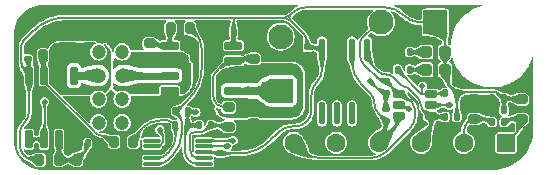
<source format=gbr>
%TF.GenerationSoftware,KiCad,Pcbnew,7.0.7*%
%TF.CreationDate,2023-10-10T17:02:05+13:00*%
%TF.ProjectId,probeDaughterBoard,70726f62-6544-4617-9567-68746572426f,rev?*%
%TF.SameCoordinates,Original*%
%TF.FileFunction,Copper,L1,Top*%
%TF.FilePolarity,Positive*%
%FSLAX46Y46*%
G04 Gerber Fmt 4.6, Leading zero omitted, Abs format (unit mm)*
G04 Created by KiCad (PCBNEW 7.0.7) date 2023-10-10 17:02:05*
%MOMM*%
%LPD*%
G01*
G04 APERTURE LIST*
G04 Aperture macros list*
%AMRoundRect*
0 Rectangle with rounded corners*
0 $1 Rounding radius*
0 $2 $3 $4 $5 $6 $7 $8 $9 X,Y pos of 4 corners*
0 Add a 4 corners polygon primitive as box body*
4,1,4,$2,$3,$4,$5,$6,$7,$8,$9,$2,$3,0*
0 Add four circle primitives for the rounded corners*
1,1,$1+$1,$2,$3*
1,1,$1+$1,$4,$5*
1,1,$1+$1,$6,$7*
1,1,$1+$1,$8,$9*
0 Add four rect primitives between the rounded corners*
20,1,$1+$1,$2,$3,$4,$5,0*
20,1,$1+$1,$4,$5,$6,$7,0*
20,1,$1+$1,$6,$7,$8,$9,0*
20,1,$1+$1,$8,$9,$2,$3,0*%
G04 Aperture macros list end*
%TA.AperFunction,SMDPad,CuDef*%
%ADD10RoundRect,0.150000X0.400000X0.150000X-0.400000X0.150000X-0.400000X-0.150000X0.400000X-0.150000X0*%
%TD*%
%TA.AperFunction,SMDPad,CuDef*%
%ADD11RoundRect,0.200000X0.200000X0.275000X-0.200000X0.275000X-0.200000X-0.275000X0.200000X-0.275000X0*%
%TD*%
%TA.AperFunction,SMDPad,CuDef*%
%ADD12RoundRect,0.135000X-0.185000X0.135000X-0.185000X-0.135000X0.185000X-0.135000X0.185000X0.135000X0*%
%TD*%
%TA.AperFunction,SMDPad,CuDef*%
%ADD13RoundRect,0.135000X-0.135000X-0.185000X0.135000X-0.185000X0.135000X0.185000X-0.135000X0.185000X0*%
%TD*%
%TA.AperFunction,SMDPad,CuDef*%
%ADD14RoundRect,0.135000X0.185000X-0.135000X0.185000X0.135000X-0.185000X0.135000X-0.185000X-0.135000X0*%
%TD*%
%TA.AperFunction,SMDPad,CuDef*%
%ADD15RoundRect,0.200000X0.275000X-0.200000X0.275000X0.200000X-0.275000X0.200000X-0.275000X-0.200000X0*%
%TD*%
%TA.AperFunction,SMDPad,CuDef*%
%ADD16RoundRect,0.135000X0.135000X0.185000X-0.135000X0.185000X-0.135000X-0.185000X0.135000X-0.185000X0*%
%TD*%
%TA.AperFunction,SMDPad,CuDef*%
%ADD17RoundRect,0.043333X-0.681667X0.086667X-0.681667X-0.086667X0.681667X-0.086667X0.681667X0.086667X0*%
%TD*%
%TA.AperFunction,SMDPad,CuDef*%
%ADD18RoundRect,0.100000X-0.200000X-0.675000X0.200000X-0.675000X0.200000X0.675000X-0.200000X0.675000X0*%
%TD*%
%TA.AperFunction,SMDPad,CuDef*%
%ADD19RoundRect,0.150000X0.325000X0.350000X-0.325000X0.350000X-0.325000X-0.350000X0.325000X-0.350000X0*%
%TD*%
%TA.AperFunction,SMDPad,CuDef*%
%ADD20RoundRect,0.200000X-0.275000X0.200000X-0.275000X-0.200000X0.275000X-0.200000X0.275000X0.200000X0*%
%TD*%
%TA.AperFunction,SMDPad,CuDef*%
%ADD21RoundRect,0.100000X-0.675000X0.200000X-0.675000X-0.200000X0.675000X-0.200000X0.675000X0.200000X0*%
%TD*%
%TA.AperFunction,SMDPad,CuDef*%
%ADD22O,0.568402X1.950216*%
%TD*%
%TA.AperFunction,ComponentPad*%
%ADD23RoundRect,0.250001X0.799999X0.799999X-0.799999X0.799999X-0.799999X-0.799999X0.799999X-0.799999X0*%
%TD*%
%TA.AperFunction,ComponentPad*%
%ADD24C,2.100000*%
%TD*%
%TA.AperFunction,ComponentPad*%
%ADD25C,1.200000*%
%TD*%
%TA.AperFunction,ComponentPad*%
%ADD26RoundRect,0.250001X0.799999X-0.799999X0.799999X0.799999X-0.799999X0.799999X-0.799999X-0.799999X0*%
%TD*%
%TA.AperFunction,ComponentPad*%
%ADD27RoundRect,0.250000X0.550000X0.550000X-0.550000X0.550000X-0.550000X-0.550000X0.550000X-0.550000X0*%
%TD*%
%TA.AperFunction,ComponentPad*%
%ADD28C,1.600000*%
%TD*%
%TA.AperFunction,ViaPad*%
%ADD29C,0.500000*%
%TD*%
%TA.AperFunction,Conductor*%
%ADD30C,0.130000*%
%TD*%
%TA.AperFunction,Conductor*%
%ADD31C,0.200000*%
%TD*%
%TA.AperFunction,Conductor*%
%ADD32C,0.600000*%
%TD*%
G04 APERTURE END LIST*
D10*
%TO.P,ESD1,1,IO1*%
%TO.N,/TEMP_OW*%
X33149987Y-8050038D03*
%TO.P,ESD1,2,GND*%
%TO.N,/GND_IN*%
X33149987Y-9000000D03*
%TO.P,ESD1,3,IO2*%
%TO.N,/SCL*%
X33149987Y-9949962D03*
%TO.P,ESD1,4,IO3*%
%TO.N,/SDA*%
X35850013Y-9949962D03*
%TO.P,ESD1,5,VCC*%
%TO.N,/3V3_IN*%
X35850013Y-9000000D03*
%TO.P,ESD1,6,IO4*%
%TO.N,/INT*%
X35850013Y-8050038D03*
%TD*%
D11*
%TO.P,R1,1*%
%TO.N,GND*%
X7505000Y-13620000D03*
%TO.P,R1,2*%
%TO.N,Net-(C6-Pad1)*%
X5855000Y-13620000D03*
%TD*%
D12*
%TO.P,R9,1*%
%TO.N,+3.3V*%
X32000000Y-9290000D03*
%TO.P,R9,2*%
%TO.N,/SCL*%
X32000000Y-10310000D03*
%TD*%
D13*
%TO.P,C9,1*%
%TO.N,/PH_OUT*%
X14190000Y-10700000D03*
%TO.P,C9,2*%
%TO.N,/VREF*%
X15210000Y-10700000D03*
%TD*%
D14*
%TO.P,R12,1*%
%TO.N,+3.3V*%
X32000000Y-8010000D03*
%TO.P,R12,2*%
%TO.N,/TEMP_OW*%
X32000000Y-6990000D03*
%TD*%
D15*
%TO.P,R3,1*%
%TO.N,/PH_RING*%
X6100000Y-4825000D03*
%TO.P,R3,2*%
%TO.N,GND*%
X6100000Y-3175000D03*
%TD*%
D16*
%TO.P,R13,1*%
%TO.N,Net-(LED2-C)*%
X34010000Y-6000000D03*
%TO.P,R13,2*%
%TO.N,/INT*%
X32990000Y-6000000D03*
%TD*%
D17*
%TO.P,ADC1,1,ADDR*%
%TO.N,unconnected-(ADC1-ADDR-Pad1)*%
X12200000Y-12000000D03*
%TO.P,ADC1,2,INT*%
%TO.N,/INT*%
X12200000Y-12500127D03*
%TO.P,ADC1,3,GND*%
%TO.N,GND*%
X12200000Y-13000000D03*
%TO.P,ADC1,4,AIN0*%
%TO.N,/PH_OUT*%
X12200000Y-13500127D03*
%TO.P,ADC1,5,AIN1*%
%TO.N,/ORP_OUT*%
X12200000Y-14000000D03*
%TO.P,ADC1,6,AIN2*%
%TO.N,/VREF*%
X16600000Y-14000000D03*
%TO.P,ADC1,7,AIN3*%
%TO.N,/NITRATE_OUT*%
X16600000Y-13500127D03*
%TO.P,ADC1,8,VDD*%
%TO.N,+3.3V*%
X16600000Y-13000000D03*
%TO.P,ADC1,9,SDA*%
%TO.N,/SDA*%
X16600000Y-12500127D03*
%TO.P,ADC1,10,SCL*%
%TO.N,/SCL*%
X16600000Y-12000000D03*
%TD*%
D18*
%TO.P,OP1,1*%
%TO.N,/VREF*%
X1795000Y-11900000D03*
%TO.P,OP1,2,-*%
X3065000Y-11900000D03*
%TO.P,OP1,3,+*%
%TO.N,Net-(C6-Pad1)*%
X4335000Y-11900000D03*
%TO.P,OP1,4,-VSS*%
%TO.N,GND*%
X5605000Y-11900000D03*
%TO.P,OP1,5,+*%
%TO.N,/PH_IN*%
X5605000Y-6500000D03*
%TO.P,OP1,6,-*%
%TO.N,/PH_RING*%
X4335000Y-6500000D03*
%TO.P,OP1,7*%
%TO.N,Net-(OP1-Pad7)*%
X3065000Y-6500000D03*
%TO.P,OP1,8,+VDD*%
%TO.N,+3.3V*%
X1795000Y-6500000D03*
%TD*%
D11*
%TO.P,R4,1*%
%TO.N,/PH_RING*%
X4625000Y-4800000D03*
%TO.P,R4,2*%
%TO.N,Net-(OP1-Pad7)*%
X2975000Y-4800000D03*
%TD*%
D16*
%TO.P,R11,1*%
%TO.N,Net-(LED1-C)*%
X34010000Y-4500000D03*
%TO.P,R11,2*%
%TO.N,GND*%
X32990000Y-4500000D03*
%TD*%
D19*
%TO.P,LED1,1,C*%
%TO.N,Net-(LED1-C)*%
X35400000Y-4500000D03*
%TO.P,LED1,2,A*%
%TO.N,+3.3V*%
X37000000Y-4500000D03*
%TD*%
D20*
%TO.P,FB1,1,1*%
%TO.N,+3.3V*%
X43500000Y-8512500D03*
%TO.P,FB1,2,2*%
%TO.N,/3V3_IN*%
X43500000Y-10162500D03*
%TD*%
D19*
%TO.P,LED2,1,C*%
%TO.N,Net-(LED2-C)*%
X35400000Y-6000000D03*
%TO.P,LED2,2,A*%
%TO.N,+3.3V*%
X37000000Y-6000000D03*
%TD*%
D13*
%TO.P,C6,1*%
%TO.N,Net-(C6-Pad1)*%
X6740000Y-12250000D03*
%TO.P,C6,2*%
%TO.N,GND*%
X7760000Y-12250000D03*
%TD*%
D16*
%TO.P,C11,1*%
%TO.N,/NITRATE_OUT*%
X17210000Y-10700000D03*
%TO.P,C11,2*%
%TO.N,/VREF*%
X16190000Y-10700000D03*
%TD*%
D12*
%TO.P,C5,1*%
%TO.N,+3.3V*%
X25400000Y-4090000D03*
%TO.P,C5,2*%
%TO.N,GND*%
X25400000Y-5110000D03*
%TD*%
D16*
%TO.P,C3,1*%
%TO.N,+3.3V*%
X42010000Y-9437500D03*
%TO.P,C3,2*%
%TO.N,GND*%
X40990000Y-9437500D03*
%TD*%
D14*
%TO.P,C1,1*%
%TO.N,+3.3V*%
X1700000Y-5110000D03*
%TO.P,C1,2*%
%TO.N,GND*%
X1700000Y-4090000D03*
%TD*%
D21*
%TO.P,OP2,1*%
%TO.N,Net-(OP2-Pad1)*%
X13700000Y-3960000D03*
%TO.P,OP2,2,-*%
%TO.N,/ORP_RING*%
X13700000Y-5230000D03*
%TO.P,OP2,3,+*%
%TO.N,/ORP_IN*%
X13700000Y-6500000D03*
%TO.P,OP2,4,-VSS*%
%TO.N,GND*%
X13700000Y-7770000D03*
%TO.P,OP2,5,+*%
%TO.N,/NITRATE_IN*%
X19100000Y-7770000D03*
%TO.P,OP2,6,-*%
%TO.N,/NITRATE_RING*%
X19100000Y-6500000D03*
%TO.P,OP2,7*%
%TO.N,Net-(OP2-Pad7)*%
X19100000Y-5230000D03*
%TO.P,OP2,8,+VDD*%
%TO.N,+3.3V*%
X19100000Y-3960000D03*
%TD*%
D22*
%TO.P,EEPROM1,1,A0*%
%TO.N,Net-(EEPROM1-A0)*%
X26594996Y-9705105D03*
%TO.P,EEPROM1,2,A1*%
%TO.N,Net-(EEPROM1-A1)*%
X27864999Y-9705105D03*
%TO.P,EEPROM1,3,A2*%
%TO.N,Net-(EEPROM1-A2)*%
X29135001Y-9705105D03*
%TO.P,EEPROM1,4,VSS*%
%TO.N,GND*%
X30405004Y-9705105D03*
%TO.P,EEPROM1,5,SDA*%
%TO.N,/SDA*%
X30405004Y-4294895D03*
%TO.P,EEPROM1,6,SCL*%
%TO.N,/SCL*%
X29135001Y-4294895D03*
%TO.P,EEPROM1,7,#WC*%
%TO.N,GND*%
X27864999Y-4294895D03*
%TO.P,EEPROM1,8,VCC*%
%TO.N,+3.3V*%
X26594996Y-4294895D03*
%TD*%
D16*
%TO.P,C10,1*%
%TO.N,+3.3V*%
X42010000Y-8437500D03*
%TO.P,C10,2*%
%TO.N,GND*%
X40990000Y-8437500D03*
%TD*%
%TO.P,R14,1*%
%TO.N,+3.3V*%
X38010000Y-8000000D03*
%TO.P,R14,2*%
%TO.N,/INT*%
X36990000Y-8000000D03*
%TD*%
D12*
%TO.P,C8,1*%
%TO.N,+3.3V*%
X18000000Y-13090000D03*
%TO.P,C8,2*%
%TO.N,GND*%
X18000000Y-14110000D03*
%TD*%
D11*
%TO.P,R17,1*%
%TO.N,/ORP_OUT*%
X15425000Y-2500000D03*
%TO.P,R17,2*%
%TO.N,Net-(OP2-Pad1)*%
X13775000Y-2500000D03*
%TD*%
D20*
%TO.P,R5,1*%
%TO.N,/ORP_RING*%
X12000000Y-7575000D03*
%TO.P,R5,2*%
%TO.N,GND*%
X12000000Y-9225000D03*
%TD*%
D16*
%TO.P,C2,1*%
%TO.N,+3.3V*%
X19110000Y-2800000D03*
%TO.P,C2,2*%
%TO.N,GND*%
X18090000Y-2800000D03*
%TD*%
D11*
%TO.P,R2,1*%
%TO.N,Net-(C6-Pad1)*%
X4325000Y-13620000D03*
%TO.P,R2,2*%
%TO.N,+3.3V*%
X2675000Y-13620000D03*
%TD*%
D20*
%TO.P,FB2,1,1*%
%TO.N,GND*%
X39500000Y-8512500D03*
%TO.P,FB2,2,2*%
%TO.N,/GND_IN*%
X39500000Y-10162500D03*
%TD*%
D15*
%TO.P,R8,1*%
%TO.N,/NITRATE_RING*%
X20800000Y-6725000D03*
%TO.P,R8,2*%
%TO.N,Net-(OP2-Pad7)*%
X20800000Y-5075000D03*
%TD*%
D11*
%TO.P,R18,1*%
%TO.N,/PH_OUT*%
X10625000Y-12100000D03*
%TO.P,R18,2*%
%TO.N,Net-(OP1-Pad7)*%
X8975000Y-12100000D03*
%TD*%
D16*
%TO.P,R10,1*%
%TO.N,+3.3V*%
X38010000Y-10000000D03*
%TO.P,R10,2*%
%TO.N,/SDA*%
X36990000Y-10000000D03*
%TD*%
D20*
%TO.P,R6,1*%
%TO.N,/NITRATE_RING*%
X20800000Y-8875000D03*
%TO.P,R6,2*%
%TO.N,GND*%
X20800000Y-10525000D03*
%TD*%
D13*
%TO.P,C7,1*%
%TO.N,/ORP_OUT*%
X14190000Y-9500000D03*
%TO.P,C7,2*%
%TO.N,/VREF*%
X15210000Y-9500000D03*
%TD*%
D15*
%TO.P,R7,1*%
%TO.N,/ORP_RING*%
X12000000Y-5425000D03*
%TO.P,R7,2*%
%TO.N,Net-(OP2-Pad1)*%
X12000000Y-3775000D03*
%TD*%
%TO.P,R15,1*%
%TO.N,/NITRATE_OUT*%
X18700000Y-10825000D03*
%TO.P,R15,2*%
%TO.N,Net-(OP2-Pad7)*%
X18700000Y-9175000D03*
%TD*%
D16*
%TO.P,C4,1*%
%TO.N,/3V3_IN*%
X42010000Y-10437500D03*
%TO.P,C4,2*%
%TO.N,/GND_IN*%
X40990000Y-10437500D03*
%TD*%
D23*
%TO.P,J2,1,Pin_1*%
%TO.N,+3.3V*%
X36200000Y-2000000D03*
D24*
%TO.P,J2,2,Pin_2*%
%TO.N,/TEMP_OW*%
X31600000Y-2000000D03*
%TO.P,J2,3,Pin_3*%
%TO.N,GND*%
X27000000Y-2000000D03*
%TD*%
D25*
%TO.P,J1,1,Pin_1*%
%TO.N,/VREF*%
X9675000Y-4500000D03*
%TO.P,J1,2,Pin_2*%
%TO.N,unconnected-(J1-Pin_2-Pad2)*%
X7675000Y-4500000D03*
%TO.P,J1,3,Pin_3*%
%TO.N,/ORP_IN*%
X9675000Y-6500000D03*
%TO.P,J1,4,Pin_4*%
%TO.N,/PH_IN*%
X7675000Y-6500000D03*
%TO.P,J1,5,Pin_5*%
%TO.N,/EC_INA*%
X9675000Y-8500000D03*
%TO.P,J1,6,Pin_6*%
%TO.N,/TEMP_INB*%
X7675000Y-8500000D03*
%TO.P,J1,7,Pin_7*%
%TO.N,/EC_INB*%
X9675000Y-10500000D03*
%TO.P,J1,8,Pin_8*%
%TO.N,/TEMP_INA*%
X7675000Y-10500000D03*
%TD*%
D26*
%TO.P,J3,1,Pin_1*%
%TO.N,/NITRATE_IN*%
X23100000Y-7800000D03*
D24*
%TO.P,J3,2,Pin_2*%
%TO.N,/VREF*%
X23100000Y-3200000D03*
%TD*%
D27*
%TO.P,J4,1,Pin_1*%
%TO.N,/3V3_IN*%
X42200000Y-12200000D03*
D28*
%TO.P,J4,2,Pin_2*%
%TO.N,/GND_IN*%
X38600000Y-12200000D03*
%TO.P,J4,3,Pin_3*%
%TO.N,/SDA*%
X35000000Y-12200000D03*
%TO.P,J4,4,Pin_4*%
%TO.N,/SCL*%
X31400000Y-12200000D03*
%TO.P,J4,5,Pin_5*%
%TO.N,/INT*%
X27800000Y-12200000D03*
%TO.P,J4,6,Pin_6*%
%TO.N,/TEMP_OW*%
X24200000Y-12200000D03*
%TD*%
D29*
%TO.N,/GND_IN*%
X34000000Y-9300000D03*
%TO.N,/SCL*%
X19055273Y-12000000D03*
%TO.N,/SDA*%
X18600000Y-12469000D03*
%TO.N,/3V3_IN*%
X37400000Y-9000000D03*
%TO.N,/INT*%
X35100000Y-7400000D03*
X12853503Y-11100000D03*
%TO.N,/VREF*%
X3100000Y-8700000D03*
X15900000Y-9600000D03*
%TO.N,+3.3V*%
X30693767Y-6993767D03*
%TO.N,GND*%
X14500000Y-13500000D03*
X17500000Y-11500000D03*
X26400000Y-12000000D03*
X40400000Y-12700000D03*
X24900000Y-2000000D03*
X10000000Y-13700000D03*
X5300000Y-8600000D03*
X29100000Y-13000000D03*
X11900000Y-11200000D03*
X24400000Y-5000000D03*
X8620000Y-2820000D03*
X4000000Y-9000000D03*
X3200000Y-2800000D03*
X20000000Y-800000D03*
X15700000Y-5100000D03*
X38900000Y-9300000D03*
X44000000Y-6700000D03*
X5000000Y-800000D03*
X34500000Y-5200000D03*
X17100000Y-5200000D03*
X1000000Y-2300000D03*
X21500000Y-2800000D03*
X14200000Y-8700000D03*
X31200000Y-4200000D03*
X3500000Y-14000000D03*
X38900000Y-800000D03*
X2400000Y-10800000D03*
X21800000Y-11400000D03*
X17200000Y-3800000D03*
X38000000Y-6300000D03*
X23700000Y-800000D03*
X800000Y-8500000D03*
X33900000Y-800000D03*
X15400000Y-3800000D03*
X8700000Y-9500000D03*
X11000000Y-800000D03*
X21800000Y-13300000D03*
X15900000Y-800000D03*
%TO.N,Net-(EEPROM1-A0)*%
X26594996Y-9705105D03*
%TO.N,Net-(EEPROM1-A1)*%
X27864999Y-9705105D03*
%TO.N,Net-(EEPROM1-A2)*%
X29135001Y-9705105D03*
%TO.N,/PH_RING*%
X8350000Y-5490000D03*
X7000000Y-5400000D03*
X8300000Y-7500000D03*
X6790000Y-7540000D03*
X4500000Y-7790000D03*
%TO.N,/ORP_RING*%
X15100000Y-6500000D03*
X9185136Y-7571836D03*
X10750000Y-5500000D03*
X9181798Y-5461680D03*
X10650000Y-7500000D03*
%TO.N,/NITRATE_RING*%
X24700000Y-7800000D03*
X23100000Y-6050000D03*
X19700000Y-9200000D03*
X17943492Y-8405891D03*
X17900000Y-6700000D03*
X22950000Y-9450000D03*
%TD*%
D30*
%TO.N,/TEMP_OW*%
X29795802Y-4724145D02*
X29795802Y-4113000D01*
X33043902Y-7943953D02*
X32121750Y-7021801D01*
X29795803Y-3824247D02*
X29795802Y-4113000D01*
X34499994Y-9438634D02*
X34500000Y-9803571D01*
X29897893Y-3433405D02*
X31236298Y-2095000D01*
X24834500Y-12834500D02*
X24200000Y-12200000D01*
X30755508Y-13469000D02*
X26366318Y-13469000D01*
X34002499Y-11004643D02*
X32091547Y-12915595D01*
X29795804Y-3679871D02*
X29795803Y-3824247D01*
X31387736Y-6830074D02*
X30159251Y-5601589D01*
X33556122Y-8156122D02*
X34260528Y-8860528D01*
X32044974Y-6990000D02*
X31773831Y-6990000D01*
X31465649Y-2000000D02*
X31600000Y-2000000D01*
X32121767Y-7021784D02*
G75*
G03*
X32044974Y-6990000I-76767J-76816D01*
G01*
X29897899Y-3433411D02*
G75*
G03*
X29795804Y-3679871I246501J-246489D01*
G01*
X31387725Y-6830085D02*
G75*
G03*
X31773831Y-6990000I386075J386085D01*
G01*
X34499956Y-9438634D02*
G75*
G03*
X34260527Y-8860529I-817556J34D01*
G01*
X33043887Y-7943968D02*
G75*
G03*
X33300012Y-8050038I256113J256168D01*
G01*
X34002520Y-11004664D02*
G75*
G03*
X34500000Y-9803571I-1201120J1201064D01*
G01*
X29795772Y-4724145D02*
G75*
G03*
X30159251Y-5601589I1240928J45D01*
G01*
X33556109Y-8156135D02*
G75*
G03*
X33300012Y-8050038I-256109J-256065D01*
G01*
X31465649Y-2000020D02*
G75*
G03*
X31236298Y-2095000I-49J-324280D01*
G01*
X24834495Y-12834505D02*
G75*
G03*
X26366318Y-13469000I1531805J1531805D01*
G01*
X30755508Y-13469019D02*
G75*
G03*
X32091547Y-12915595I-8J1889419D01*
G01*
D31*
%TO.N,/GND_IN*%
X34000000Y-9300000D02*
X33874219Y-9300000D01*
X38600000Y-11361396D02*
X38600000Y-12200000D01*
X33299993Y-9000000D02*
X33149987Y-9000000D01*
X33521678Y-9073240D02*
X33659497Y-9211059D01*
X40681256Y-10162500D02*
X39500000Y-10162500D01*
X40892500Y-10250000D02*
X40980000Y-10337500D01*
X40892513Y-10249987D02*
G75*
G03*
X40681256Y-10162500I-211213J-211213D01*
G01*
X39050001Y-10275001D02*
G75*
G03*
X38600000Y-11361396I1086399J-1086399D01*
G01*
X33659480Y-9211076D02*
G75*
G03*
X33874219Y-9300000I214720J214776D01*
G01*
X33521679Y-9073238D02*
G75*
G03*
X33299993Y-9000000I-224979J-308862D01*
G01*
D30*
%TO.N,/SCL*%
X31371293Y-9681293D02*
X32000000Y-10310000D01*
X32000000Y-10310000D02*
X32000000Y-11199845D01*
X33149987Y-10199987D02*
X33149987Y-9949962D01*
X31754204Y-11793248D02*
X31366030Y-12181421D01*
X31418578Y-12181421D02*
X32973192Y-10626807D01*
X29891642Y-7191642D02*
X30657116Y-7957116D01*
X19055273Y-12000000D02*
X16600000Y-12000000D01*
X29135001Y-5364948D02*
X29135001Y-4294895D01*
X31754182Y-11793226D02*
G75*
G03*
X32000000Y-11199845I-593382J593426D01*
G01*
X29135001Y-5364948D02*
G75*
G03*
X29891643Y-7191641I2583329J-2D01*
G01*
X31381421Y-12181421D02*
G75*
G03*
X31418578Y-12181421I18578J18580D01*
G01*
X31365997Y-12181388D02*
G75*
G03*
X31373726Y-12200000I7703J-7712D01*
G01*
X31373726Y-12199989D02*
G75*
G03*
X31381421Y-12181421I-26J10889D01*
G01*
X31373726Y-12200026D02*
G75*
G03*
X31418577Y-12181420I-26J63426D01*
G01*
X31014207Y-8819205D02*
G75*
G03*
X31371293Y-9681293I1219193J5D01*
G01*
X32973193Y-10626808D02*
G75*
G03*
X33149987Y-10199987I-426793J426808D01*
G01*
X31014193Y-8819205D02*
G75*
G03*
X30657116Y-7957116I-1219193J5D01*
G01*
%TO.N,/SDA*%
X33867443Y-7545679D02*
X34754651Y-8432887D01*
X35850013Y-10919647D02*
X35850013Y-9985344D01*
X35814630Y-9949962D02*
X35714118Y-9949962D01*
X16653137Y-12469000D02*
X18600000Y-12469000D01*
X35482132Y-9853870D02*
X35244979Y-9616717D01*
X16615563Y-12484563D02*
X16600000Y-12500127D01*
X35475006Y-11824993D02*
X35135355Y-12164644D01*
X35050000Y-12200000D02*
X35000000Y-12200000D01*
X32651499Y-6670961D02*
X33284934Y-7304396D01*
X35935433Y-10000000D02*
X36990000Y-10000000D01*
X31319038Y-6119038D02*
X30726776Y-5526776D01*
X30405004Y-4749949D02*
X30405004Y-4294895D01*
X33867441Y-7545681D02*
G75*
G03*
X33576189Y-7425038I-291241J-291219D01*
G01*
X30405039Y-4749949D02*
G75*
G03*
X30726776Y-5526776I1098561J-51D01*
G01*
X35875020Y-9974993D02*
G75*
G03*
X35935433Y-10000000I60380J60393D01*
G01*
X16653137Y-12469015D02*
G75*
G03*
X16615563Y-12484563I-37J-53085D01*
G01*
X35474975Y-11824962D02*
G75*
G03*
X35850013Y-10919647I-905275J905362D01*
G01*
X35050000Y-12200002D02*
G75*
G03*
X35135355Y-12164644I0J120702D01*
G01*
X34975036Y-8964887D02*
G75*
G03*
X34754651Y-8432887I-752336J-13D01*
G01*
X35849938Y-9985344D02*
G75*
G03*
X35814630Y-9949962I-35338J44D01*
G01*
X34975031Y-8964887D02*
G75*
G03*
X35244980Y-9616716I921669J-113D01*
G01*
X35875092Y-9974921D02*
G75*
G03*
X35850013Y-9985344I-10392J-10379D01*
G01*
X35482126Y-9853876D02*
G75*
G03*
X35714118Y-9949962I231974J231976D01*
G01*
X32651516Y-6670944D02*
G75*
G03*
X31985269Y-6395000I-666216J-666256D01*
G01*
X31319052Y-6119024D02*
G75*
G03*
X31985269Y-6395000I666248J666224D01*
G01*
X35875020Y-9974993D02*
G75*
G03*
X35814630Y-9949962I-60420J-60407D01*
G01*
X33284931Y-7304399D02*
G75*
G03*
X33576189Y-7425038I291269J291299D01*
G01*
D31*
%TO.N,/3V3_IN*%
X42298743Y-10162500D02*
X43500000Y-10162500D01*
X43119930Y-11280069D02*
X42200000Y-12200000D01*
X37400000Y-9000000D02*
X35850013Y-9000000D01*
X42087500Y-10250000D02*
X42000000Y-10337500D01*
X43119922Y-11280061D02*
G75*
G03*
X43500000Y-10362500I-917522J917561D01*
G01*
X42298743Y-10162519D02*
G75*
G03*
X42087501Y-10250001I-43J-298681D01*
G01*
D30*
%TO.N,/INT*%
X35850013Y-8050038D02*
X36904579Y-8050038D01*
X35082437Y-8050038D02*
X35850013Y-8050038D01*
X35010057Y-8020057D02*
X32990000Y-6000000D01*
X36964981Y-8025019D02*
X36990000Y-8000000D01*
X13120000Y-11554938D02*
X13120000Y-12090627D01*
X12962630Y-12342757D02*
X13052986Y-12252407D01*
X12853503Y-11100000D02*
X12986751Y-11233248D01*
X12582706Y-12500127D02*
X12200000Y-12500127D01*
X35100000Y-7947676D02*
X35100000Y-7400000D01*
X12582706Y-12500121D02*
G75*
G03*
X12962630Y-12342757I-6J537321D01*
G01*
X35010058Y-8020056D02*
G75*
G03*
X35070018Y-8020056I29980J29982D01*
G01*
X35070039Y-8020077D02*
G75*
G03*
X35100000Y-7947676I-72439J72377D01*
G01*
X13052976Y-12252397D02*
G75*
G03*
X13120000Y-12090627I-161776J161797D01*
G01*
X36904579Y-8050018D02*
G75*
G03*
X36964981Y-8025019I21J85418D01*
G01*
X13119983Y-11554938D02*
G75*
G03*
X12986750Y-11233249I-454883J38D01*
G01*
X35010043Y-8020071D02*
G75*
G03*
X35082437Y-8050038I72357J72371D01*
G01*
X35070030Y-8020068D02*
G75*
G03*
X35082437Y-8050038I12370J-12432D01*
G01*
D31*
%TO.N,/VREF*%
X15000000Y-11058492D02*
X15000000Y-12913028D01*
X15284246Y-10700000D02*
X16190000Y-10700000D01*
X15210000Y-9600000D02*
X15210000Y-10625753D01*
X15105000Y-10805000D02*
X15157500Y-10752500D01*
X3100000Y-8700000D02*
X3100000Y-11840251D01*
X16086971Y-14000000D02*
X16600000Y-14000000D01*
X3040251Y-11900000D02*
X1795000Y-11900000D01*
X15210000Y-9600000D02*
X15900000Y-9600000D01*
X15210000Y-10625753D02*
G75*
G03*
X15284246Y-10700000I74200J-47D01*
G01*
X3040251Y-11900021D02*
G75*
G03*
X3082500Y-11882500I-51J59821D01*
G01*
X15318374Y-13681625D02*
G75*
G03*
X16086971Y-14000000I768626J768625D01*
G01*
X14999989Y-12913028D02*
G75*
G03*
X15318367Y-13681632I1087011J28D01*
G01*
X15105002Y-10805002D02*
G75*
G03*
X15000000Y-11058492I253498J-253498D01*
G01*
X3082485Y-11882485D02*
G75*
G03*
X3100000Y-11840251I-42285J42285D01*
G01*
X15157484Y-10752484D02*
G75*
G03*
X15210000Y-10625753I-126784J126784D01*
G01*
X15284246Y-10700020D02*
G75*
G03*
X15157501Y-10752501I-46J-179180D01*
G01*
D32*
%TO.N,/PH_IN*%
X7675000Y-6500000D02*
X5605000Y-6500000D01*
%TO.N,/ORP_IN*%
X13565000Y-6500000D02*
X9675000Y-6500000D01*
X13700000Y-6500000D02*
X13665000Y-6465000D01*
D31*
%TO.N,+3.3V*%
X37000000Y-4374375D02*
X37000000Y-4025171D01*
X37000000Y-3954828D02*
X37000000Y-4025171D01*
X37000000Y-4747500D02*
X37000000Y-4755000D01*
X37000000Y-6417655D02*
X37000000Y-6448593D01*
X36400000Y-2200000D02*
X36600000Y-2400000D01*
X43462500Y-8475000D02*
X43500000Y-8512500D01*
X37000000Y-4762500D02*
X37000000Y-4770000D01*
X26594996Y-4432706D02*
X26594996Y-5984910D01*
X25700000Y-9434314D02*
X25700000Y-8145621D01*
X37000000Y-5582343D02*
X37000000Y-5737030D01*
X37000000Y-5427656D02*
X37000000Y-5131875D01*
X25202253Y-720000D02*
X31927304Y-719999D01*
X38039375Y-7970625D02*
X38068750Y-7941250D01*
X1292165Y-3607833D02*
X2225000Y-2675000D01*
X37000000Y-4755000D02*
X37000000Y-4762500D01*
X37000000Y-4374375D02*
X37000000Y-4625625D01*
X37000000Y-4747500D02*
X37000000Y-4625625D01*
X19100000Y-2817071D02*
X19100000Y-3896234D01*
X37000000Y-6355781D02*
X37000000Y-6386718D01*
X37000000Y-5427656D02*
X37000000Y-5582343D01*
X37000000Y-4770000D02*
X37000000Y-4888125D01*
X37000000Y-6309375D02*
X37000000Y-6355781D01*
X31955000Y-8010000D02*
X31910000Y-8010000D01*
X42010000Y-8437500D02*
X43371966Y-8437500D01*
X37000000Y-3365685D02*
X37000000Y-3458013D01*
X2197500Y-13620000D02*
X2675000Y-13620000D01*
X37000000Y-3884485D02*
X37000000Y-3954828D01*
X37000000Y-5737030D02*
X37000000Y-5829843D01*
X37000000Y-6495000D02*
X37000000Y-6479531D01*
X37350017Y-7340017D02*
X37980625Y-7970625D01*
X1472500Y-6177500D02*
X1795000Y-6500000D01*
X19110000Y-2796464D02*
X19110000Y-1600000D01*
X36179698Y-2034657D02*
X36179698Y-2049018D01*
X1382356Y-13282356D02*
X1360000Y-13260000D01*
X1795000Y-9542850D02*
X1795000Y-6500000D01*
X38010000Y-8041542D02*
X38010000Y-10000000D01*
X25754622Y-4100000D02*
X26262289Y-4100000D01*
X37000000Y-6386718D02*
X37000000Y-6417655D01*
X25600954Y-4163651D02*
X25537303Y-4227303D01*
X42010000Y-8437500D02*
X41732500Y-8160000D01*
X23920000Y-1820000D02*
X25020692Y-2920692D01*
X37000000Y-6185625D02*
X37000000Y-6309375D01*
X1000000Y-11462149D02*
X1000000Y-12390883D01*
X37000000Y-5938125D02*
X37000000Y-6061875D01*
X19105000Y-2805000D02*
X19107500Y-2802500D01*
X37000000Y-3884485D02*
X37000000Y-3642670D01*
X37000000Y-6061875D02*
X37000000Y-6185625D01*
X22869669Y-11330330D02*
X22209550Y-11990448D01*
X37000000Y-3458013D02*
X37000000Y-3642670D01*
X25300000Y-3595000D02*
X25300000Y-3919289D01*
X23388873Y-1600000D02*
X4820279Y-1600000D01*
X42010000Y-8437500D02*
X42010000Y-9437500D01*
X37000000Y-5860781D02*
X37000000Y-5891719D01*
X1795000Y-5272175D02*
X1795000Y-6500000D01*
X41062555Y-7882500D02*
X38210585Y-7882500D01*
X18063639Y-13090000D02*
X19555000Y-13090000D01*
X37000000Y-4888125D02*
X37000000Y-5131875D01*
X1150000Y-3951050D02*
X1150000Y-5398916D01*
X34717583Y-1984006D02*
X34725580Y-1992003D01*
X17846360Y-13000000D02*
X16600000Y-13000000D01*
X31607469Y-7907469D02*
X30693767Y-6993767D01*
X37000000Y-5829843D02*
X37000000Y-5860781D01*
X34744886Y-2000000D02*
X36185644Y-2000000D01*
X32000000Y-8055000D02*
X32000000Y-9290000D01*
X1747500Y-5157500D02*
X1700000Y-5110000D01*
X37000000Y-5891719D02*
X37000000Y-5938125D01*
X37000000Y-6448593D02*
X37000000Y-6479531D01*
X31855000Y-8010000D02*
X31955000Y-8010000D01*
X24140000Y-1160000D02*
X23920000Y-1380000D01*
X24150000Y-10800000D02*
X24334314Y-10800000D01*
X25350000Y-4040000D02*
X25400000Y-4090000D01*
X19036234Y-3960036D02*
G75*
G03*
X19145089Y-3914910I-34J153936D01*
G01*
X37000006Y-3365685D02*
G75*
G03*
X36600000Y-2400000I-1365706J-15D01*
G01*
X37980626Y-7970624D02*
G75*
G03*
X38039374Y-7970624I29374J29376D01*
G01*
X38009967Y-8041542D02*
G75*
G03*
X37980624Y-7970626I-100267J42D01*
G01*
X19036234Y-3960000D02*
G75*
G03*
X19100000Y-3896234I-34J63800D01*
G01*
X19105008Y-2805008D02*
G75*
G03*
X19100000Y-2817071I12092J-12092D01*
G01*
X25300005Y-3919289D02*
G75*
G03*
X25350000Y-4040000I170695J-11D01*
G01*
X32000000Y-8055000D02*
G75*
G03*
X31955000Y-8010000I-45000J0D01*
G01*
X1397499Y-10502499D02*
G75*
G03*
X1000000Y-11462149I959631J-959641D01*
G01*
X32000000Y-8055000D02*
G75*
G03*
X31955000Y-8010000I-45000J0D01*
G01*
X23920008Y-1819992D02*
G75*
G03*
X23388873Y-1600000I-531108J-531108D01*
G01*
X19099955Y-3896234D02*
G75*
G03*
X19145089Y-3914910I26445J34D01*
G01*
X25300004Y-3595000D02*
G75*
G03*
X25020692Y-2920692I-953604J0D01*
G01*
X1382353Y-13282359D02*
G75*
G03*
X2197500Y-13620000I815147J815159D01*
G01*
X36400015Y-2199984D02*
G75*
G03*
X36179698Y-2049019I-543215J-556516D01*
G01*
X25202253Y-719952D02*
G75*
G03*
X24140000Y-1160000I47J-1502248D01*
G01*
X19107510Y-2802510D02*
G75*
G03*
X19110000Y-2796464I-6010J6010D01*
G01*
X33472400Y-1360001D02*
G75*
G03*
X31927304Y-719999I-1545100J-1545099D01*
G01*
X26147502Y-7065270D02*
G75*
G03*
X26594996Y-5984910I-1080402J1080370D01*
G01*
X1795010Y-5272175D02*
G75*
G03*
X1747500Y-5157500I-162210J-25D01*
G01*
X23388873Y-1599988D02*
G75*
G03*
X23919999Y-1379999I27J751088D01*
G01*
X1000003Y-12390883D02*
G75*
G03*
X1360000Y-13260000I1229107J-7D01*
G01*
X36189861Y-2010163D02*
G75*
G03*
X36179698Y-2034657I24539J-24537D01*
G01*
X26594994Y-4432706D02*
G75*
G03*
X26497548Y-4197447I-332694J6D01*
G01*
X31607461Y-7907477D02*
G75*
G03*
X31855000Y-8010000I247539J247577D01*
G01*
X4820279Y-1599997D02*
G75*
G03*
X2225000Y-2675000I1J-3670273D01*
G01*
X26497552Y-4197443D02*
G75*
G03*
X26262289Y-4100000I-235252J-235257D01*
G01*
X41732513Y-8159987D02*
G75*
G03*
X41062555Y-7882500I-669913J-669913D01*
G01*
X43462510Y-8474990D02*
G75*
G03*
X43371966Y-8437500I-90510J-90510D01*
G01*
X1292166Y-3607834D02*
G75*
G03*
X1150000Y-3951050I343214J-343216D01*
G01*
X1149994Y-5398916D02*
G75*
G03*
X1472500Y-6177500I1101106J16D01*
G01*
X25754622Y-4100010D02*
G75*
G03*
X25600954Y-4163651I-22J-217290D01*
G01*
X17955012Y-13044988D02*
G75*
G03*
X17846360Y-13000000I-108612J-108612D01*
G01*
X25299996Y-10399996D02*
G75*
G03*
X25700000Y-9434314I-965696J965696D01*
G01*
X36999990Y-6495000D02*
G75*
G03*
X37350017Y-7340017I1195010J0D01*
G01*
X38039352Y-7970602D02*
G75*
G03*
X38010000Y-8041542I70948J-70898D01*
G01*
X19555000Y-13089999D02*
G75*
G03*
X22209550Y-11990448I0J3754099D01*
G01*
X17954988Y-13045012D02*
G75*
G03*
X18063639Y-13090000I108612J108612D01*
G01*
X1397502Y-10502502D02*
G75*
G03*
X1795000Y-9542850I-959662J959652D01*
G01*
X33472402Y-1359999D02*
G75*
G03*
X34717583Y-1984006I1572898J1584299D01*
G01*
X26147498Y-7065266D02*
G75*
G03*
X25700000Y-8145621I1080302J-1080334D01*
G01*
X23920001Y-1380001D02*
G75*
G03*
X23920001Y-1819999I219999J-219999D01*
G01*
X24334314Y-10800006D02*
G75*
G03*
X25300000Y-10400000I-14J1365706D01*
G01*
X24150000Y-10800011D02*
G75*
G03*
X22869669Y-11330330I0J-1810689D01*
G01*
X38210585Y-7882494D02*
G75*
G03*
X38068750Y-7941250I15J-200606D01*
G01*
X34725587Y-1991996D02*
G75*
G03*
X34744886Y-2000000I19313J19296D01*
G01*
X36189771Y-2010073D02*
G75*
G03*
X36185644Y-2000000I-4171J4173D01*
G01*
D30*
%TO.N,GND*%
X12192500Y-13007500D02*
X12200000Y-13000000D01*
X39537500Y-8475000D02*
X39500000Y-8512500D01*
X40990000Y-8437500D02*
X40990000Y-9437500D01*
X40990000Y-8437500D02*
X39628033Y-8437500D01*
X12174393Y-13014997D02*
G75*
G03*
X12192500Y-13007500I7J25597D01*
G01*
X39628033Y-8437514D02*
G75*
G03*
X39537500Y-8475000I-33J-127986D01*
G01*
D32*
%TO.N,/NITRATE_IN*%
X23100000Y-7765000D02*
X19100000Y-7765000D01*
D30*
%TO.N,/ORP_OUT*%
X14338890Y-9461109D02*
X15350000Y-8450000D01*
X15912500Y-2987500D02*
X15425000Y-2500000D01*
X14700000Y-10370624D02*
X14700000Y-11439339D01*
X13553553Y-13646446D02*
X13950000Y-13250000D01*
X12700000Y-14000000D02*
X12200000Y-14000000D01*
X14445000Y-9755000D02*
X14228890Y-9538890D01*
X16400000Y-5915075D02*
X16400000Y-4164429D01*
X14245000Y-9499993D02*
G75*
G03*
X14338889Y-9461108I0J132793D01*
G01*
X14245000Y-9500032D02*
G75*
G03*
X14228891Y-9538889I0J-22768D01*
G01*
X13950002Y-13250002D02*
G75*
G03*
X14700000Y-11439339I-1810672J1810662D01*
G01*
X15350000Y-8450000D02*
G75*
G03*
X16400000Y-5915075I-2534940J2534930D01*
G01*
X14699989Y-10370624D02*
G75*
G03*
X14444999Y-9755001I-870589J24D01*
G01*
X16399987Y-4164429D02*
G75*
G03*
X15912499Y-2987501I-1664387J29D01*
G01*
X12700000Y-14000001D02*
G75*
G03*
X13553553Y-13646446I0J1207101D01*
G01*
%TO.N,/PH_OUT*%
X14181562Y-10691562D02*
X14182187Y-10692187D01*
X14188750Y-10698750D02*
X14191250Y-10701250D01*
X14170000Y-10680000D02*
X14173437Y-10683437D01*
X14183750Y-10693750D02*
X14182812Y-10692812D01*
X14191250Y-10701250D02*
X14192187Y-10702187D01*
X14173437Y-10683437D02*
X14176562Y-10686562D01*
X14160000Y-10670000D02*
X14170000Y-10680000D01*
X14160000Y-10670000D02*
X13990000Y-10500000D01*
X14179687Y-10689687D02*
X14181562Y-10691562D01*
X14194062Y-10704062D02*
X14194687Y-10704687D01*
X13507157Y-10300000D02*
X12913366Y-10300000D01*
X10625000Y-11905866D02*
X10625000Y-12100000D01*
X14194062Y-10704062D02*
X14193437Y-10703437D01*
X14183750Y-10693750D02*
X14186250Y-10696250D01*
X14195000Y-10705000D02*
X14194687Y-10704687D01*
X14192812Y-10702812D02*
X14193437Y-10703437D01*
X14186250Y-10696250D02*
X14188750Y-10698750D01*
X10762273Y-11574459D02*
X11416859Y-10919873D01*
X13649936Y-12950063D02*
X13418026Y-13181973D01*
X14200000Y-11622092D02*
X14200000Y-10717071D01*
X14192187Y-10702187D02*
X14192812Y-10702812D01*
X12649936Y-13500127D02*
X12200000Y-13500127D01*
X14182187Y-10692187D02*
X14182812Y-10692812D01*
X14176562Y-10686562D02*
X14179687Y-10689687D01*
X10762286Y-11574472D02*
G75*
G03*
X10625000Y-11905866I331414J-331428D01*
G01*
X13649933Y-12950060D02*
G75*
G03*
X14200000Y-11622092I-1327933J1327960D01*
G01*
X13990013Y-10499987D02*
G75*
G03*
X13507157Y-10300000I-482813J-482813D01*
G01*
X12649936Y-13500156D02*
G75*
G03*
X13418025Y-13181972I-36J1086256D01*
G01*
X14200011Y-10717071D02*
G75*
G03*
X14194999Y-10705001I-17111J-29D01*
G01*
X12913366Y-10299982D02*
G75*
G03*
X11416859Y-10919873I34J-2116418D01*
G01*
%TO.N,/NITRATE_OUT*%
X15664080Y-13323574D02*
X15620316Y-13279810D01*
X15445379Y-11455388D02*
X15457615Y-11443764D01*
X15690698Y-11321664D02*
X15727467Y-11311813D01*
X16090316Y-13500127D02*
X16340000Y-13500127D01*
X16135394Y-11300000D02*
X15878506Y-11300000D01*
X16753502Y-11125460D02*
X16795336Y-11097507D01*
X17210000Y-10700000D02*
X18486611Y-10700000D01*
X16385109Y-11278061D02*
X16335761Y-11287878D01*
X15400000Y-11521219D02*
X15400000Y-12747919D01*
X16945596Y-10964403D02*
X17210000Y-10700000D01*
X15551183Y-11379451D02*
X15518217Y-11398484D01*
X18637500Y-10762500D02*
X18700000Y-10825000D01*
X15802338Y-11300972D02*
G75*
G03*
X15727467Y-11311813I8262J-321028D01*
G01*
X16795338Y-11097510D02*
G75*
G03*
X16873596Y-11034770I-321838J481610D01*
G01*
X15414996Y-11484996D02*
G75*
G03*
X15400000Y-11521219I36204J-36204D01*
G01*
X15878506Y-11300001D02*
G75*
G03*
X15802338Y-11300978I-106J-2960399D01*
G01*
X15518212Y-11398476D02*
G75*
G03*
X15457615Y-11443764I160488J-277924D01*
G01*
X16873596Y-11034770D02*
G75*
G03*
X16945596Y-10964403I-3036796J3179270D01*
G01*
X16385108Y-11278055D02*
G75*
G03*
X16576820Y-11219902I-199408J1002455D01*
G01*
X15690698Y-11321664D02*
G75*
G03*
X15551183Y-11379451I149702J-558736D01*
G01*
X18637497Y-10762503D02*
G75*
G03*
X18486611Y-10700000I-150897J-150897D01*
G01*
X15664064Y-13323590D02*
G75*
G03*
X16090316Y-13500127I426236J426290D01*
G01*
X16135394Y-11300000D02*
G75*
G03*
X16236062Y-11298850I-94J4414300D01*
G01*
X16236062Y-11298857D02*
G75*
G03*
X16335761Y-11287877I-13262J578557D01*
G01*
X15445378Y-11455387D02*
G75*
G03*
X15415000Y-11485000I1138422J-1198213D01*
G01*
X16576820Y-11219901D02*
G75*
G03*
X16753502Y-11125460I-391120J944201D01*
G01*
X15399985Y-12747919D02*
G75*
G03*
X15620317Y-13279809I752215J19D01*
G01*
%TO.N,Net-(LED1-C)*%
X34010000Y-4500000D02*
X35400000Y-4500000D01*
%TO.N,Net-(C6-Pad1)*%
X4337500Y-11902500D02*
X4335000Y-11900000D01*
X6568526Y-12906473D02*
X5855000Y-13620000D01*
X6740000Y-12492500D02*
X6740000Y-12250000D01*
X4340000Y-13700000D02*
X4340000Y-11908535D01*
X4340000Y-13700000D02*
X5675000Y-13700000D01*
X4339985Y-11908535D02*
G75*
G03*
X4337500Y-11902500I-8485J35D01*
G01*
X6568538Y-12906485D02*
G75*
G03*
X6740000Y-12492500I-414038J413985D01*
G01*
%TO.N,Net-(LED2-C)*%
X35400000Y-6000000D02*
X34010000Y-6000000D01*
%TO.N,Net-(OP1-Pad7)*%
X8725000Y-11850000D02*
X8975000Y-12100000D01*
X3065000Y-6563639D02*
X3065000Y-6764133D01*
X7340360Y-11303627D02*
X3251770Y-7215037D01*
X2975000Y-6346360D02*
X2975000Y-4800000D01*
X8121446Y-11600000D02*
X8055866Y-11600000D01*
X8725016Y-11849984D02*
G75*
G03*
X8121446Y-11600000I-603516J-603516D01*
G01*
X3064983Y-6563639D02*
G75*
G03*
X3020000Y-6455000I-153583J39D01*
G01*
X7340372Y-11303615D02*
G75*
G03*
X8055866Y-11600000I715528J715515D01*
G01*
X2975017Y-6346360D02*
G75*
G03*
X3020000Y-6455000I153583J-40D01*
G01*
X3065004Y-6764133D02*
G75*
G03*
X3251771Y-7215036I637666J-7D01*
G01*
%TO.N,Net-(OP2-Pad7)*%
X19364601Y-5075000D02*
X20800000Y-5075000D01*
X18282007Y-9175000D02*
X18700000Y-9175000D01*
X17735266Y-8948533D02*
X17672255Y-8885522D01*
X17381000Y-6622926D02*
X17381000Y-8182369D01*
X17534579Y-6252153D02*
X18250098Y-5536634D01*
X18990398Y-5229981D02*
G75*
G03*
X18250098Y-5536634I2J-1046919D01*
G01*
X17534556Y-6252130D02*
G75*
G03*
X17381000Y-6622926I370844J-370770D01*
G01*
X17735265Y-8948534D02*
G75*
G03*
X18282007Y-9175000I546735J546734D01*
G01*
X19364601Y-5075001D02*
G75*
G03*
X19177500Y-5152500I-1J-264599D01*
G01*
X17381020Y-8182369D02*
G75*
G03*
X17672256Y-8885521I994380J-31D01*
G01*
%TO.N,Net-(OP2-Pad1)*%
X13597573Y-3900000D02*
X12000000Y-3900000D01*
X13700000Y-2628033D02*
X13700000Y-3917573D01*
X13737500Y-2537500D02*
X13775000Y-2500000D01*
X13670008Y-3929992D02*
G75*
G03*
X13597573Y-3900000I-72408J-72408D01*
G01*
X13669955Y-3930045D02*
G75*
G03*
X13700000Y-3917573I12445J12445D01*
G01*
X13737490Y-2537490D02*
G75*
G03*
X13700000Y-2628033I90510J-90510D01*
G01*
%TD*%
%TA.AperFunction,Conductor*%
%TO.N,+3.3V*%
G36*
X32099156Y-8483427D02*
G01*
X32102228Y-8488841D01*
X32134000Y-8614910D01*
X32168000Y-8739620D01*
X32201999Y-8854131D01*
X32235999Y-8958441D01*
X32267297Y-9045071D01*
X32266885Y-9054017D01*
X32264038Y-9057817D01*
X32007745Y-9284160D01*
X31999275Y-9287068D01*
X31992255Y-9284160D01*
X31735961Y-9057816D01*
X31732028Y-9049771D01*
X31732701Y-9045074D01*
X31764000Y-8958441D01*
X31798000Y-8854131D01*
X31831999Y-8739620D01*
X31865999Y-8614910D01*
X31897771Y-8488841D01*
X31903117Y-8481656D01*
X31909117Y-8480000D01*
X32090883Y-8480000D01*
X32099156Y-8483427D01*
G37*
%TD.AperFunction*%
%TD*%
%TA.AperFunction,Conductor*%
%TO.N,/ORP_OUT*%
G36*
X14802371Y-8918696D02*
G01*
X14880141Y-8996466D01*
X14883568Y-9004739D01*
X14880755Y-9012348D01*
X14810240Y-9094706D01*
X14802239Y-9104052D01*
X14766417Y-9151039D01*
X14716683Y-9216274D01*
X14631119Y-9340808D01*
X14545559Y-9477636D01*
X14465346Y-9617445D01*
X14458257Y-9622916D01*
X14450259Y-9622229D01*
X14195235Y-9503474D01*
X14189182Y-9496875D01*
X14188550Y-9494200D01*
X14153889Y-9190431D01*
X14156356Y-9181825D01*
X14162942Y-9177693D01*
X14281334Y-9151039D01*
X14409968Y-9109779D01*
X14409968Y-9109780D01*
X14538596Y-9056224D01*
X14667243Y-8990358D01*
X14667242Y-8990358D01*
X14788025Y-8916969D01*
X14796872Y-8915603D01*
X14802371Y-8918696D01*
G37*
%TD.AperFunction*%
%TD*%
%TA.AperFunction,Conductor*%
%TO.N,/3V3_IN*%
G36*
X37308845Y-8779823D02*
G01*
X37308891Y-8779930D01*
X37399109Y-8995483D01*
X37399142Y-9004437D01*
X37399109Y-9004517D01*
X37308891Y-9220069D01*
X37302535Y-9226378D01*
X37293581Y-9226345D01*
X37293474Y-9226299D01*
X37148937Y-9164109D01*
X37036508Y-9116751D01*
X37036503Y-9116749D01*
X37036500Y-9116748D01*
X36936326Y-9086221D01*
X36936323Y-9086220D01*
X36936315Y-9086219D01*
X36817723Y-9069860D01*
X36817716Y-9069859D01*
X36661361Y-9065329D01*
X36653191Y-9061664D01*
X36650000Y-9053634D01*
X36650000Y-8946365D01*
X36653427Y-8938092D01*
X36661359Y-8934670D01*
X36817723Y-8930138D01*
X36936326Y-8913778D01*
X37036500Y-8883250D01*
X37148937Y-8835890D01*
X37293475Y-8773699D01*
X37302428Y-8773578D01*
X37308845Y-8779823D01*
G37*
%TD.AperFunction*%
%TD*%
%TA.AperFunction,Conductor*%
%TO.N,/SCL*%
G36*
X32007743Y-10315838D02*
G01*
X32263503Y-10541709D01*
X32267436Y-10549754D01*
X32266403Y-10555333D01*
X32229005Y-10637345D01*
X32188000Y-10739568D01*
X32146999Y-10854078D01*
X32105999Y-10980889D01*
X32067473Y-11111608D01*
X32061847Y-11118575D01*
X32056250Y-11120000D01*
X31943750Y-11120000D01*
X31935477Y-11116573D01*
X31932527Y-11111608D01*
X31894000Y-10980889D01*
X31853000Y-10854078D01*
X31811999Y-10739568D01*
X31770994Y-10637345D01*
X31733596Y-10555333D01*
X31733281Y-10546384D01*
X31736494Y-10541711D01*
X31992256Y-10315838D01*
X32000725Y-10312931D01*
X32007743Y-10315838D01*
G37*
%TD.AperFunction*%
%TD*%
%TA.AperFunction,Conductor*%
%TO.N,/NITRATE_OUT*%
G36*
X18354069Y-10446343D02*
G01*
X18693243Y-10816534D01*
X18696305Y-10824948D01*
X18692680Y-10832914D01*
X18324889Y-11182792D01*
X18316533Y-11186011D01*
X18310113Y-11183898D01*
X18139357Y-11064308D01*
X17960787Y-10959342D01*
X17960778Y-10959337D01*
X17960772Y-10959334D01*
X17782181Y-10874455D01*
X17782171Y-10874451D01*
X17782168Y-10874450D01*
X17603587Y-10809676D01*
X17433861Y-10767216D01*
X17426666Y-10761884D01*
X17425000Y-10755866D01*
X17425000Y-10646779D01*
X17428427Y-10638506D01*
X17436700Y-10635079D01*
X17436729Y-10635079D01*
X17609692Y-10636244D01*
X17794385Y-10617389D01*
X17979077Y-10578434D01*
X18163770Y-10519379D01*
X18340835Y-10443492D01*
X18349787Y-10443384D01*
X18354069Y-10446343D01*
G37*
%TD.AperFunction*%
%TD*%
%TA.AperFunction,Conductor*%
%TO.N,+3.3V*%
G36*
X26312070Y-3940296D02*
G01*
X26315784Y-3943364D01*
X26588676Y-4285712D01*
X26591153Y-4294318D01*
X26586820Y-4302154D01*
X26586787Y-4302180D01*
X26317980Y-4514871D01*
X26309366Y-4517317D01*
X26303554Y-4514945D01*
X26199560Y-4434341D01*
X26088325Y-4359178D01*
X26088324Y-4359177D01*
X26088323Y-4359177D01*
X25977091Y-4295066D01*
X25865856Y-4242007D01*
X25855991Y-4238281D01*
X25762188Y-4202856D01*
X25755659Y-4196728D01*
X25754622Y-4191911D01*
X25754622Y-4012744D01*
X25758049Y-4004471D01*
X25766322Y-4001044D01*
X25767312Y-4001086D01*
X25865856Y-4009525D01*
X25977091Y-4007997D01*
X26088325Y-3995419D01*
X26199560Y-3971788D01*
X26303154Y-3939487D01*
X26312070Y-3940296D01*
G37*
%TD.AperFunction*%
%TD*%
%TA.AperFunction,Conductor*%
%TO.N,/SCL*%
G36*
X32980451Y-10542052D02*
G01*
X33073916Y-10596015D01*
X33079367Y-10603118D01*
X33078205Y-10611985D01*
X32820730Y-11059108D01*
X32638975Y-11387010D01*
X32494374Y-11676725D01*
X32494374Y-11676726D01*
X32342553Y-12019377D01*
X32143595Y-12495399D01*
X32137243Y-12501711D01*
X32128336Y-12501702D01*
X31403994Y-12202721D01*
X31397654Y-12196397D01*
X31397644Y-12196373D01*
X31183002Y-11676726D01*
X31098721Y-11472681D01*
X31098730Y-11463728D01*
X31105068Y-11457402D01*
X31105992Y-11457066D01*
X31609765Y-11298134D01*
X31610470Y-11297961D01*
X32021703Y-11223626D01*
X32362935Y-11138255D01*
X32668089Y-10942478D01*
X32965234Y-10545175D01*
X32972931Y-10540604D01*
X32980451Y-10542052D01*
G37*
%TD.AperFunction*%
%TD*%
%TA.AperFunction,Conductor*%
%TO.N,/SCL*%
G36*
X31426249Y-9642440D02*
G01*
X31536526Y-9726176D01*
X31557008Y-9741728D01*
X31668379Y-9816418D01*
X31695712Y-9834749D01*
X31754644Y-9869044D01*
X31834408Y-9915464D01*
X31834413Y-9915466D01*
X31834413Y-9915467D01*
X31899456Y-9947551D01*
X31973108Y-9983882D01*
X31973113Y-9983884D01*
X32100907Y-10035589D01*
X32107291Y-10041869D01*
X32107365Y-10050823D01*
X32107343Y-10050878D01*
X32003096Y-10304860D01*
X31996784Y-10311212D01*
X31994463Y-10311910D01*
X31688972Y-10370153D01*
X31680204Y-10368336D01*
X31676164Y-10363575D01*
X31608855Y-10218126D01*
X31537711Y-10076688D01*
X31466566Y-9947551D01*
X31395422Y-9830713D01*
X31329856Y-9734373D01*
X31328036Y-9725606D01*
X31331451Y-9719328D01*
X31411096Y-9643294D01*
X31419445Y-9640061D01*
X31426249Y-9642440D01*
G37*
%TD.AperFunction*%
%TD*%
%TA.AperFunction,Conductor*%
%TO.N,/PH_OUT*%
G36*
X14197898Y-10706227D02*
G01*
X14443922Y-10931353D01*
X14447713Y-10939467D01*
X14447000Y-10944037D01*
X14412779Y-11036729D01*
X14375834Y-11149097D01*
X14338889Y-11273764D01*
X14301944Y-11410732D01*
X14267200Y-11551111D01*
X14261886Y-11558318D01*
X14255843Y-11560000D01*
X14143923Y-11560000D01*
X14135650Y-11556573D01*
X14132640Y-11551395D01*
X14094055Y-11410732D01*
X14053110Y-11273764D01*
X14012165Y-11149097D01*
X13971220Y-11036729D01*
X13933366Y-10944215D01*
X13933405Y-10935260D01*
X13936297Y-10931152D01*
X14182102Y-10706227D01*
X14190518Y-10703170D01*
X14197898Y-10706227D01*
G37*
%TD.AperFunction*%
%TD*%
%TA.AperFunction,Conductor*%
%TO.N,Net-(LED2-C)*%
G36*
X34255722Y-5734740D02*
G01*
X34361958Y-5795599D01*
X34361964Y-5795602D01*
X34361963Y-5795602D01*
X34476452Y-5848892D01*
X34476462Y-5848896D01*
X34476468Y-5848899D01*
X34476471Y-5848900D01*
X34476478Y-5848903D01*
X34521728Y-5865104D01*
X34590979Y-5889900D01*
X34705489Y-5918600D01*
X34809961Y-5933562D01*
X34817662Y-5938126D01*
X34820000Y-5945143D01*
X34820000Y-6054855D01*
X34816573Y-6063128D01*
X34809959Y-6066437D01*
X34705762Y-6081359D01*
X34705489Y-6081399D01*
X34648522Y-6095676D01*
X34590978Y-6110099D01*
X34476478Y-6151095D01*
X34476452Y-6151106D01*
X34361963Y-6204397D01*
X34361964Y-6204397D01*
X34361958Y-6204400D01*
X34330220Y-6222581D01*
X34255722Y-6265259D01*
X34246840Y-6266398D01*
X34241136Y-6262852D01*
X34106233Y-6110099D01*
X34015838Y-6007743D01*
X34012931Y-5999275D01*
X34015838Y-5992256D01*
X34241136Y-5737146D01*
X34249181Y-5733214D01*
X34255722Y-5734740D01*
G37*
%TD.AperFunction*%
%TD*%
%TA.AperFunction,Conductor*%
%TO.N,/VREF*%
G36*
X2771588Y-11606567D02*
G01*
X3057685Y-11891713D01*
X3061126Y-11899981D01*
X3057713Y-11908259D01*
X3057685Y-11908287D01*
X2771588Y-12193432D01*
X2763310Y-12196845D01*
X2757116Y-12195059D01*
X2645005Y-12124803D01*
X2645003Y-12124802D01*
X2645000Y-12124800D01*
X2525000Y-12063700D01*
X2502128Y-12054741D01*
X2405004Y-12016700D01*
X2389362Y-12012411D01*
X2285000Y-11983799D01*
X2284994Y-11983798D01*
X2174889Y-11966549D01*
X2167246Y-11961883D01*
X2165000Y-11954990D01*
X2165000Y-11845009D01*
X2168427Y-11836736D01*
X2174886Y-11833451D01*
X2285000Y-11816200D01*
X2404999Y-11783300D01*
X2525000Y-11736299D01*
X2645000Y-11675199D01*
X2757117Y-11604939D01*
X2765946Y-11603450D01*
X2771588Y-11606567D01*
G37*
%TD.AperFunction*%
%TD*%
%TA.AperFunction,Conductor*%
%TO.N,/PH_OUT*%
G36*
X11251587Y-11009770D02*
G01*
X11251756Y-11009936D01*
X11330106Y-11088286D01*
X11333533Y-11096559D01*
X11332921Y-11100294D01*
X11273190Y-11277593D01*
X11211142Y-11481868D01*
X11149095Y-11706243D01*
X11087047Y-11950718D01*
X11027803Y-12203340D01*
X11022578Y-12210613D01*
X11013741Y-12212060D01*
X11013195Y-12211918D01*
X10630035Y-12102349D01*
X10623023Y-12096780D01*
X10622257Y-12095101D01*
X10455046Y-11634535D01*
X10455444Y-11625591D01*
X10460534Y-11620223D01*
X10609930Y-11540498D01*
X10768276Y-11435897D01*
X10768278Y-11435896D01*
X10926625Y-11311194D01*
X11084972Y-11166392D01*
X11159972Y-11088286D01*
X11235046Y-11010104D01*
X11243246Y-11006511D01*
X11251587Y-11009770D01*
G37*
%TD.AperFunction*%
%TD*%
%TA.AperFunction,Conductor*%
%TO.N,Net-(LED1-C)*%
G36*
X34255722Y-4234740D02*
G01*
X34361958Y-4295599D01*
X34361964Y-4295602D01*
X34361963Y-4295602D01*
X34476452Y-4348892D01*
X34476462Y-4348896D01*
X34476468Y-4348899D01*
X34476471Y-4348900D01*
X34476478Y-4348903D01*
X34521728Y-4365104D01*
X34590979Y-4389900D01*
X34705489Y-4418600D01*
X34809961Y-4433562D01*
X34817662Y-4438126D01*
X34820000Y-4445143D01*
X34820000Y-4554855D01*
X34816573Y-4563128D01*
X34809959Y-4566437D01*
X34705762Y-4581359D01*
X34705489Y-4581399D01*
X34648522Y-4595676D01*
X34590978Y-4610099D01*
X34476478Y-4651095D01*
X34476452Y-4651106D01*
X34361963Y-4704397D01*
X34361964Y-4704397D01*
X34361958Y-4704400D01*
X34330220Y-4722581D01*
X34255722Y-4765259D01*
X34246840Y-4766398D01*
X34241136Y-4762852D01*
X34106233Y-4610099D01*
X34015838Y-4507743D01*
X34012931Y-4499275D01*
X34015838Y-4492256D01*
X34241136Y-4237146D01*
X34249181Y-4233214D01*
X34255722Y-4234740D01*
G37*
%TD.AperFunction*%
%TD*%
%TA.AperFunction,Conductor*%
%TO.N,Net-(OP2-Pad7)*%
G36*
X19099185Y-5232899D02*
G01*
X19103177Y-5239154D01*
X19173092Y-5518217D01*
X19171779Y-5527075D01*
X19164586Y-5532409D01*
X19164159Y-5532508D01*
X18930564Y-5581802D01*
X18685085Y-5647704D01*
X18519605Y-5701634D01*
X18439603Y-5727707D01*
X18194123Y-5821810D01*
X18194114Y-5821814D01*
X18194113Y-5821814D01*
X17955971Y-5926782D01*
X17947018Y-5926983D01*
X17942979Y-5924349D01*
X17865830Y-5847200D01*
X17862403Y-5838927D01*
X17865830Y-5830654D01*
X17866650Y-5829908D01*
X17950370Y-5760947D01*
X17950371Y-5760947D01*
X18044035Y-5669693D01*
X18044035Y-5669694D01*
X18137685Y-5564353D01*
X18137686Y-5564352D01*
X18162655Y-5532508D01*
X18231343Y-5444905D01*
X18321944Y-5315716D01*
X18329500Y-5310911D01*
X18330288Y-5310800D01*
X19090598Y-5230362D01*
X19099185Y-5232899D01*
G37*
%TD.AperFunction*%
%TD*%
%TA.AperFunction,Conductor*%
%TO.N,/VREF*%
G36*
X15455722Y-10434740D02*
G01*
X15561958Y-10495599D01*
X15561964Y-10495602D01*
X15561963Y-10495602D01*
X15676452Y-10548892D01*
X15676462Y-10548896D01*
X15676468Y-10548899D01*
X15676471Y-10548900D01*
X15676478Y-10548903D01*
X15721728Y-10565104D01*
X15790979Y-10589900D01*
X15905489Y-10618600D01*
X16009961Y-10633562D01*
X16017662Y-10638126D01*
X16020000Y-10645143D01*
X16020000Y-10754855D01*
X16016573Y-10763128D01*
X16009959Y-10766437D01*
X15905762Y-10781359D01*
X15905489Y-10781399D01*
X15848522Y-10795676D01*
X15790978Y-10810099D01*
X15676478Y-10851095D01*
X15676452Y-10851106D01*
X15561963Y-10904397D01*
X15561964Y-10904397D01*
X15561958Y-10904400D01*
X15530220Y-10922581D01*
X15455722Y-10965259D01*
X15446840Y-10966398D01*
X15441136Y-10962852D01*
X15306233Y-10810099D01*
X15215838Y-10707743D01*
X15212931Y-10699275D01*
X15215838Y-10692256D01*
X15441136Y-10437146D01*
X15449181Y-10433214D01*
X15455722Y-10434740D01*
G37*
%TD.AperFunction*%
%TD*%
%TA.AperFunction,Conductor*%
%TO.N,/INT*%
G36*
X13092429Y-11099955D02*
G01*
X13100687Y-11103415D01*
X13104066Y-11111060D01*
X13111978Y-11266456D01*
X13132190Y-11383723D01*
X13132190Y-11383722D01*
X13156269Y-11484400D01*
X13156344Y-11484767D01*
X13176464Y-11601502D01*
X13176541Y-11602199D01*
X13184374Y-11756008D01*
X13181372Y-11764445D01*
X13173284Y-11768288D01*
X13172689Y-11768303D01*
X13065353Y-11768303D01*
X13057080Y-11764876D01*
X13053740Y-11758027D01*
X13036710Y-11619152D01*
X13036710Y-11619150D01*
X13036707Y-11619144D01*
X12985004Y-11524473D01*
X12985001Y-11524469D01*
X12904614Y-11455215D01*
X12904612Y-11455213D01*
X12904609Y-11455211D01*
X12802267Y-11383723D01*
X12800505Y-11382492D01*
X12800054Y-11382143D01*
X12686320Y-11284974D01*
X12682256Y-11276994D01*
X12685024Y-11268478D01*
X12685615Y-11267837D01*
X12850054Y-11102467D01*
X12858314Y-11099019D01*
X13092429Y-11099955D01*
G37*
%TD.AperFunction*%
%TD*%
%TA.AperFunction,Conductor*%
%TO.N,/VREF*%
G36*
X15274234Y-9843427D02*
G01*
X15277282Y-9848746D01*
X15313944Y-9989267D01*
X15352889Y-10126235D01*
X15391834Y-10250902D01*
X15430779Y-10363270D01*
X15466818Y-10455871D01*
X15466625Y-10464823D01*
X15463813Y-10468746D01*
X15217898Y-10693772D01*
X15209482Y-10696829D01*
X15202102Y-10693772D01*
X14956186Y-10468746D01*
X14952395Y-10460632D01*
X14953180Y-10455875D01*
X14989220Y-10363270D01*
X15028165Y-10250902D01*
X15067110Y-10126235D01*
X15106055Y-9989267D01*
X15142718Y-9848745D01*
X15148122Y-9841606D01*
X15154039Y-9840000D01*
X15265961Y-9840000D01*
X15274234Y-9843427D01*
G37*
%TD.AperFunction*%
%TD*%
%TA.AperFunction,Conductor*%
%TO.N,+3.3V*%
G36*
X37007733Y-4505812D02*
G01*
X37454525Y-4899424D01*
X37458468Y-4907464D01*
X37455570Y-4915937D01*
X37455326Y-4916206D01*
X37390861Y-4984955D01*
X37318147Y-5083489D01*
X37318141Y-5083496D01*
X37245431Y-5203006D01*
X37245431Y-5203007D01*
X37172714Y-5343514D01*
X37103105Y-5498104D01*
X37096584Y-5504240D01*
X37092437Y-5505000D01*
X36907563Y-5505000D01*
X36899290Y-5501573D01*
X36896895Y-5498104D01*
X36827285Y-5343514D01*
X36754568Y-5203007D01*
X36754568Y-5203006D01*
X36681857Y-5083496D01*
X36681852Y-5083489D01*
X36609137Y-4984955D01*
X36544673Y-4916206D01*
X36541514Y-4907827D01*
X36545205Y-4899668D01*
X36545439Y-4899455D01*
X36992266Y-4505812D01*
X37000739Y-4502915D01*
X37007733Y-4505812D01*
G37*
%TD.AperFunction*%
%TD*%
%TA.AperFunction,Conductor*%
%TO.N,Net-(LED1-C)*%
G36*
X35004002Y-4032920D02*
G01*
X35394559Y-4492423D01*
X35397306Y-4500946D01*
X35394559Y-4507577D01*
X35004002Y-4967079D01*
X34996033Y-4971164D01*
X34988612Y-4969247D01*
X34799821Y-4843802D01*
X34799800Y-4843790D01*
X34602366Y-4737201D01*
X34602346Y-4737191D01*
X34404919Y-4655203D01*
X34207463Y-4597802D01*
X34207455Y-4597800D01*
X34019783Y-4566625D01*
X34012183Y-4561889D01*
X34010000Y-4555083D01*
X34010000Y-4444916D01*
X34013427Y-4436643D01*
X34019780Y-4433375D01*
X34207454Y-4402199D01*
X34404908Y-4344799D01*
X34404914Y-4344796D01*
X34404919Y-4344795D01*
X34602346Y-4262807D01*
X34602350Y-4262804D01*
X34602362Y-4262800D01*
X34799816Y-4156200D01*
X34988613Y-4030751D01*
X34997399Y-4029028D01*
X35004002Y-4032920D01*
G37*
%TD.AperFunction*%
%TD*%
%TA.AperFunction,Conductor*%
%TO.N,/TEMP_OW*%
G36*
X32320074Y-6913583D02*
G01*
X32324311Y-6918021D01*
X32362162Y-6987805D01*
X32400851Y-7059134D01*
X32481703Y-7195897D01*
X32562556Y-7320361D01*
X32643408Y-7432524D01*
X32650826Y-7441686D01*
X32717631Y-7524200D01*
X32720174Y-7532786D01*
X32716811Y-7539835D01*
X32639109Y-7617537D01*
X32630836Y-7620964D01*
X32624359Y-7619007D01*
X32494663Y-7532786D01*
X32485731Y-7526848D01*
X32485726Y-7526845D01*
X32485727Y-7526845D01*
X32414374Y-7485397D01*
X32339127Y-7441686D01*
X32339118Y-7441681D01*
X32339112Y-7441678D01*
X32262875Y-7403789D01*
X32192522Y-7368824D01*
X32075214Y-7320364D01*
X32045919Y-7308262D01*
X31910831Y-7263791D01*
X31904044Y-7257949D01*
X31903376Y-7249020D01*
X31903495Y-7248678D01*
X31997145Y-6995108D01*
X32003223Y-6988537D01*
X32005300Y-6987809D01*
X32311222Y-6912240D01*
X32320074Y-6913583D01*
G37*
%TD.AperFunction*%
%TD*%
%TA.AperFunction,Conductor*%
%TO.N,+3.3V*%
G36*
X17342333Y-12879600D02*
G01*
X17402999Y-12887400D01*
X17463666Y-12893400D01*
X17524332Y-12897600D01*
X17573762Y-12899555D01*
X17581893Y-12903306D01*
X17584999Y-12911246D01*
X17584999Y-13088753D01*
X17581572Y-13097026D01*
X17573761Y-13100444D01*
X17524332Y-13102399D01*
X17463665Y-13106599D01*
X17402999Y-13112599D01*
X17342332Y-13120399D01*
X17283679Y-13129680D01*
X17279661Y-13129617D01*
X16659353Y-13011492D01*
X16651867Y-13006578D01*
X16650049Y-12997810D01*
X16654963Y-12990324D01*
X16659348Y-12988507D01*
X17279666Y-12870380D01*
X17283676Y-12870318D01*
X17342333Y-12879600D01*
G37*
%TD.AperFunction*%
%TD*%
%TA.AperFunction,Conductor*%
%TO.N,+3.3V*%
G36*
X37008710Y-6006236D02*
G01*
X37008818Y-6006315D01*
X37470033Y-6346338D01*
X37474658Y-6354005D01*
X37474783Y-6356166D01*
X37469911Y-6494627D01*
X37464823Y-6661755D01*
X37459734Y-6851382D01*
X37454646Y-7063510D01*
X37449659Y-7293441D01*
X37446235Y-7301460D01*
X37319001Y-7428694D01*
X37310728Y-7432121D01*
X37302455Y-7428694D01*
X37300553Y-7426197D01*
X37175192Y-7205389D01*
X37086080Y-7063510D01*
X37042247Y-6993721D01*
X37042243Y-6993715D01*
X36909304Y-6804554D01*
X36909304Y-6804555D01*
X36909302Y-6804552D01*
X36776357Y-6637884D01*
X36649884Y-6500734D01*
X36646795Y-6492329D01*
X36648988Y-6485968D01*
X36992381Y-6008895D01*
X36999993Y-6004184D01*
X37008710Y-6006236D01*
G37*
%TD.AperFunction*%
%TD*%
%TA.AperFunction,Conductor*%
%TO.N,/SDA*%
G36*
X30686308Y-4252983D02*
G01*
X30690987Y-4260618D01*
X30690994Y-4260666D01*
X30735853Y-4551652D01*
X30782501Y-4841097D01*
X30829148Y-5117390D01*
X30875796Y-5380531D01*
X30921314Y-5624460D01*
X30919463Y-5633221D01*
X30918086Y-5634879D01*
X30840588Y-5712377D01*
X30832315Y-5715804D01*
X30824042Y-5712377D01*
X30822599Y-5710621D01*
X30751466Y-5604449D01*
X30672412Y-5499605D01*
X30593358Y-5407913D01*
X30565797Y-5380531D01*
X30514308Y-5329376D01*
X30439318Y-5267351D01*
X30435127Y-5259437D01*
X30435082Y-5258725D01*
X30404626Y-4304501D01*
X30407787Y-4296124D01*
X30414487Y-4292573D01*
X30677600Y-4250893D01*
X30686308Y-4252983D01*
G37*
%TD.AperFunction*%
%TD*%
%TA.AperFunction,Conductor*%
%TO.N,/SDA*%
G36*
X35858271Y-9957247D02*
G01*
X36139498Y-10239412D01*
X36144010Y-10243939D01*
X36147423Y-10252217D01*
X36146137Y-10257530D01*
X36115091Y-10318169D01*
X36103013Y-10341762D01*
X36103009Y-10341771D01*
X36056013Y-10447662D01*
X36009012Y-10567662D01*
X35962012Y-10701762D01*
X35917602Y-10841799D01*
X35911834Y-10848649D01*
X35906449Y-10849962D01*
X35793577Y-10849962D01*
X35785304Y-10846535D01*
X35782424Y-10841799D01*
X35738013Y-10701762D01*
X35691013Y-10567662D01*
X35644012Y-10447662D01*
X35597016Y-10341770D01*
X35597016Y-10341771D01*
X35597012Y-10341762D01*
X35553888Y-10257530D01*
X35553168Y-10248604D01*
X35556013Y-10243941D01*
X35841727Y-9957275D01*
X35849994Y-9953835D01*
X35858271Y-9957247D01*
G37*
%TD.AperFunction*%
%TD*%
%TA.AperFunction,Conductor*%
%TO.N,/TEMP_OW*%
G36*
X31282134Y-6627803D02*
G01*
X31430947Y-6669368D01*
X31430948Y-6669368D01*
X31430952Y-6669368D01*
X31430960Y-6669371D01*
X31586371Y-6700478D01*
X31667342Y-6710276D01*
X31741780Y-6719285D01*
X31771924Y-6720547D01*
X31897194Y-6725792D01*
X31897200Y-6725791D01*
X31897206Y-6725792D01*
X31954319Y-6723663D01*
X32037910Y-6720547D01*
X32046304Y-6723663D01*
X32050037Y-6731803D01*
X32049836Y-6734442D01*
X32001780Y-6985106D01*
X31996856Y-6992586D01*
X31995633Y-6993311D01*
X31693494Y-7148439D01*
X31684569Y-7149170D01*
X31679453Y-7145857D01*
X31585112Y-7041023D01*
X31484738Y-6941786D01*
X31436077Y-6899641D01*
X31384367Y-6854854D01*
X31284001Y-6780224D01*
X31196156Y-6725669D01*
X31190936Y-6718393D01*
X31192390Y-6709557D01*
X31194052Y-6707461D01*
X31270715Y-6630798D01*
X31278987Y-6627372D01*
X31282134Y-6627803D01*
G37*
%TD.AperFunction*%
%TD*%
%TA.AperFunction,Conductor*%
%TO.N,/3V3_IN*%
G36*
X36313386Y-8714560D02*
G01*
X36445935Y-8784334D01*
X36584454Y-8843150D01*
X36722974Y-8887867D01*
X36722989Y-8887870D01*
X36722988Y-8887870D01*
X36861479Y-8918480D01*
X36861481Y-8918480D01*
X36861493Y-8918483D01*
X36989700Y-8933770D01*
X36997507Y-8938152D01*
X37000013Y-8945387D01*
X37000013Y-9054611D01*
X36996586Y-9062884D01*
X36989698Y-9066229D01*
X36886397Y-9078546D01*
X36861493Y-9081516D01*
X36861490Y-9081516D01*
X36861478Y-9081518D01*
X36722988Y-9112128D01*
X36722956Y-9112137D01*
X36584473Y-9156842D01*
X36584463Y-9156845D01*
X36584454Y-9156849D01*
X36445935Y-9215665D01*
X36401688Y-9238956D01*
X36313387Y-9285438D01*
X36304470Y-9286259D01*
X36301704Y-9284986D01*
X35864740Y-9009900D01*
X35859564Y-9002593D01*
X35861072Y-8993766D01*
X35864736Y-8990101D01*
X36301706Y-8715012D01*
X36310531Y-8713505D01*
X36313386Y-8714560D01*
G37*
%TD.AperFunction*%
%TD*%
%TA.AperFunction,Conductor*%
%TO.N,+3.3V*%
G36*
X17815892Y-12823308D02*
G01*
X17819693Y-12826813D01*
X17995285Y-13081704D01*
X17997156Y-13090461D01*
X17993645Y-13096883D01*
X17746352Y-13328351D01*
X17737970Y-13331503D01*
X17732639Y-13330016D01*
X17694836Y-13308837D01*
X17620084Y-13266959D01*
X17500063Y-13209919D01*
X17380047Y-13163081D01*
X17380048Y-13163081D01*
X17380043Y-13163079D01*
X17380042Y-13163079D01*
X17337390Y-13150058D01*
X17260022Y-13126439D01*
X17149183Y-13102022D01*
X17141841Y-13096896D01*
X17140000Y-13090596D01*
X17140000Y-12912087D01*
X17143427Y-12903814D01*
X17151700Y-12900387D01*
X17152041Y-12900392D01*
X17275000Y-12904399D01*
X17275001Y-12904398D01*
X17275004Y-12904399D01*
X17410004Y-12898599D01*
X17493881Y-12888658D01*
X17545000Y-12882600D01*
X17545003Y-12882599D01*
X17545006Y-12882599D01*
X17679993Y-12856402D01*
X17695638Y-12852183D01*
X17807014Y-12822153D01*
X17815892Y-12823308D01*
G37*
%TD.AperFunction*%
%TD*%
%TA.AperFunction,Conductor*%
%TO.N,Net-(C6-Pad1)*%
G36*
X4345791Y-11925361D02*
G01*
X4345828Y-11925451D01*
X4625534Y-12608740D01*
X4625497Y-12617694D01*
X4625466Y-12617767D01*
X4582910Y-12717414D01*
X4538432Y-12835660D01*
X4493955Y-12968007D01*
X4449477Y-13114453D01*
X4407376Y-13266424D01*
X4401865Y-13273482D01*
X4396101Y-13275000D01*
X4283794Y-13275000D01*
X4275521Y-13271573D01*
X4272555Y-13266554D01*
X4228522Y-13114453D01*
X4182044Y-12968007D01*
X4135567Y-12835660D01*
X4089094Y-12717427D01*
X4089089Y-12717414D01*
X4044651Y-12617837D01*
X4044408Y-12608886D01*
X4044482Y-12608697D01*
X4324172Y-11925450D01*
X4330478Y-11919092D01*
X4339432Y-11919055D01*
X4345791Y-11925361D01*
G37*
%TD.AperFunction*%
%TD*%
%TA.AperFunction,Conductor*%
%TO.N,/SDA*%
G36*
X17284114Y-12370714D02*
G01*
X17342333Y-12384701D01*
X17342335Y-12384701D01*
X17342342Y-12384703D01*
X17342343Y-12384703D01*
X17402992Y-12395375D01*
X17402993Y-12395375D01*
X17402999Y-12395376D01*
X17463666Y-12402150D01*
X17524332Y-12405025D01*
X17524334Y-12405024D01*
X17524336Y-12405025D01*
X17560800Y-12404408D01*
X17573101Y-12404201D01*
X17581431Y-12407487D01*
X17584997Y-12415701D01*
X17584999Y-12415899D01*
X17584999Y-12523717D01*
X17581572Y-12531990D01*
X17574802Y-12535320D01*
X17549651Y-12538578D01*
X17531793Y-12540892D01*
X17478587Y-12551684D01*
X17456327Y-12557831D01*
X17425392Y-12566374D01*
X17425393Y-12566374D01*
X17425382Y-12566377D01*
X17372176Y-12584969D01*
X17337927Y-12599447D01*
X17321998Y-12606182D01*
X17315717Y-12606976D01*
X17168068Y-12584965D01*
X16667195Y-12510293D01*
X16659517Y-12505684D01*
X16657348Y-12496996D01*
X16661957Y-12489318D01*
X16666726Y-12487229D01*
X17279193Y-12370598D01*
X17284114Y-12370714D01*
G37*
%TD.AperFunction*%
%TD*%
%TA.AperFunction,Conductor*%
%TO.N,+3.3V*%
G36*
X31359249Y-7513828D02*
G01*
X31496281Y-7576746D01*
X31640707Y-7632859D01*
X31785133Y-7678773D01*
X31929559Y-7714486D01*
X32061383Y-7737773D01*
X32068933Y-7742587D01*
X32070869Y-7751330D01*
X32070641Y-7752352D01*
X32002260Y-8004968D01*
X31996790Y-8012058D01*
X31995156Y-8012835D01*
X31687962Y-8130650D01*
X31679010Y-8130413D01*
X31674656Y-8127060D01*
X31586086Y-8016934D01*
X31492173Y-7910364D01*
X31492162Y-7910351D01*
X31492161Y-7910351D01*
X31398259Y-7813994D01*
X31304345Y-7727823D01*
X31220540Y-7660031D01*
X31216263Y-7652164D01*
X31218802Y-7643577D01*
X31219616Y-7642671D01*
X31346099Y-7516188D01*
X31354371Y-7512762D01*
X31359249Y-7513828D01*
G37*
%TD.AperFunction*%
%TD*%
%TA.AperFunction,Conductor*%
%TO.N,/PH_IN*%
G36*
X7671001Y-5903711D02*
G01*
X7674992Y-5911728D01*
X7675020Y-5912517D01*
X7676000Y-6500000D01*
X7675020Y-7087482D01*
X7671579Y-7095749D01*
X7663300Y-7099162D01*
X7662511Y-7099134D01*
X7225977Y-7068866D01*
X7224097Y-7068581D01*
X6910249Y-6994455D01*
X6909766Y-6994319D01*
X6639989Y-6905600D01*
X6639987Y-6905600D01*
X6482480Y-6868400D01*
X6324973Y-6831199D01*
X5885891Y-6800755D01*
X5877874Y-6796764D01*
X5875000Y-6789083D01*
X5875000Y-6210916D01*
X5878427Y-6202643D01*
X5885888Y-6199245D01*
X6324975Y-6168800D01*
X6639987Y-6094400D01*
X6639989Y-6094399D01*
X6639989Y-6094400D01*
X6753957Y-6056919D01*
X6909785Y-6005674D01*
X6910249Y-6005544D01*
X7224108Y-5931416D01*
X7225965Y-5931134D01*
X7662513Y-5900865D01*
X7671001Y-5903711D01*
G37*
%TD.AperFunction*%
%TD*%
%TA.AperFunction,Conductor*%
%TO.N,/NITRATE_OUT*%
G36*
X17455722Y-10434740D02*
G01*
X17561958Y-10495599D01*
X17561964Y-10495602D01*
X17561963Y-10495602D01*
X17676452Y-10548892D01*
X17676462Y-10548896D01*
X17676468Y-10548899D01*
X17676471Y-10548900D01*
X17676478Y-10548903D01*
X17721728Y-10565104D01*
X17790979Y-10589900D01*
X17905489Y-10618600D01*
X18009961Y-10633562D01*
X18017662Y-10638126D01*
X18020000Y-10645143D01*
X18020000Y-10754855D01*
X18016573Y-10763128D01*
X18009959Y-10766437D01*
X17905762Y-10781359D01*
X17905489Y-10781399D01*
X17848522Y-10795676D01*
X17790978Y-10810099D01*
X17676478Y-10851095D01*
X17676452Y-10851106D01*
X17561963Y-10904397D01*
X17561964Y-10904397D01*
X17561958Y-10904400D01*
X17530220Y-10922581D01*
X17455722Y-10965259D01*
X17446840Y-10966398D01*
X17441136Y-10962852D01*
X17306233Y-10810099D01*
X17215838Y-10707743D01*
X17212931Y-10699275D01*
X17215838Y-10692256D01*
X17441136Y-10437146D01*
X17449181Y-10433214D01*
X17455722Y-10434740D01*
G37*
%TD.AperFunction*%
%TD*%
%TA.AperFunction,Conductor*%
%TO.N,+3.3V*%
G36*
X2393539Y-13176112D02*
G01*
X2670466Y-13612109D01*
X2672009Y-13620930D01*
X2668320Y-13627165D01*
X2295689Y-13955135D01*
X2287215Y-13958028D01*
X2280581Y-13955432D01*
X2135725Y-13837722D01*
X2135723Y-13837720D01*
X1983197Y-13731775D01*
X1983196Y-13731775D01*
X1983190Y-13731771D01*
X1830654Y-13643821D01*
X1830651Y-13643819D01*
X1830642Y-13643814D01*
X1678120Y-13573870D01*
X1540002Y-13526830D01*
X1533275Y-13520919D01*
X1532699Y-13511983D01*
X1534046Y-13509255D01*
X1633269Y-13360756D01*
X1640714Y-13355781D01*
X1642863Y-13355557D01*
X1786941Y-13353954D01*
X1937186Y-13334282D01*
X2087431Y-13296610D01*
X2237676Y-13240938D01*
X2378513Y-13171879D01*
X2387449Y-13171314D01*
X2393539Y-13176112D01*
G37*
%TD.AperFunction*%
%TD*%
%TA.AperFunction,Conductor*%
%TO.N,+3.3V*%
G36*
X43154035Y-8133805D02*
G01*
X43493627Y-8504453D01*
X43496689Y-8512867D01*
X43493484Y-8520413D01*
X43146955Y-8885286D01*
X43138773Y-8888925D01*
X43132572Y-8887333D01*
X42957457Y-8785103D01*
X42957457Y-8785102D01*
X42774353Y-8696207D01*
X42774354Y-8696207D01*
X42774344Y-8696203D01*
X42591230Y-8625301D01*
X42552212Y-8614028D01*
X42408136Y-8572405D01*
X42408117Y-8572400D01*
X42408115Y-8572400D01*
X42408110Y-8572399D01*
X42234509Y-8539312D01*
X42227024Y-8534397D01*
X42225000Y-8527819D01*
X42225000Y-8348828D01*
X42228427Y-8340555D01*
X42236320Y-8337134D01*
X42409692Y-8331544D01*
X42594385Y-8307589D01*
X42779070Y-8265635D01*
X42779074Y-8265635D01*
X42963767Y-8205680D01*
X42963767Y-8205679D01*
X42963770Y-8205679D01*
X43140862Y-8130931D01*
X43149815Y-8130872D01*
X43154035Y-8133805D01*
G37*
%TD.AperFunction*%
%TD*%
%TA.AperFunction,Conductor*%
%TO.N,/GND_IN*%
G36*
X33575738Y-9033246D02*
G01*
X33650604Y-9088421D01*
X33723612Y-9101403D01*
X33723612Y-9101402D01*
X33723613Y-9101403D01*
X33723614Y-9101403D01*
X33762141Y-9093509D01*
X33798375Y-9086086D01*
X33885737Y-9062563D01*
X33887501Y-9062233D01*
X33987073Y-9051405D01*
X33995666Y-9053917D01*
X33999967Y-9061771D01*
X34000036Y-9063003D01*
X34000693Y-9295814D01*
X33997289Y-9304097D01*
X33997233Y-9304153D01*
X33831545Y-9468520D01*
X33823258Y-9471914D01*
X33814999Y-9468454D01*
X33814982Y-9468437D01*
X33736310Y-9388817D01*
X33675514Y-9325524D01*
X33623423Y-9270453D01*
X33562628Y-9207161D01*
X33562627Y-9207160D01*
X33483890Y-9127475D01*
X33480513Y-9119182D01*
X33483939Y-9110980D01*
X33560527Y-9034392D01*
X33568799Y-9030966D01*
X33575738Y-9033246D01*
G37*
%TD.AperFunction*%
%TD*%
%TA.AperFunction,Conductor*%
%TO.N,/VREF*%
G36*
X2102883Y-11604940D02*
G01*
X2215000Y-11675199D01*
X2334999Y-11736299D01*
X2455000Y-11783300D01*
X2575000Y-11816200D01*
X2685112Y-11833450D01*
X2692754Y-11838116D01*
X2695000Y-11845009D01*
X2695000Y-11954990D01*
X2691573Y-11963263D01*
X2685111Y-11966549D01*
X2575006Y-11983798D01*
X2575004Y-11983798D01*
X2454995Y-12016700D01*
X2335007Y-12063697D01*
X2334993Y-12063703D01*
X2214994Y-12124803D01*
X2102883Y-12195059D01*
X2094053Y-12196549D01*
X2088411Y-12193432D01*
X1860771Y-11966549D01*
X1802313Y-11908285D01*
X1798873Y-11900019D01*
X1802285Y-11891741D01*
X2088411Y-11606566D01*
X2096689Y-11603154D01*
X2102883Y-11604940D01*
G37*
%TD.AperFunction*%
%TD*%
%TA.AperFunction,Conductor*%
%TO.N,Net-(OP1-Pad7)*%
G36*
X3040084Y-5128427D02*
G01*
X3042804Y-5132693D01*
X3095187Y-5276415D01*
X3150374Y-5413730D01*
X3205558Y-5536938D01*
X3205558Y-5536939D01*
X3260746Y-5646057D01*
X3313293Y-5736526D01*
X3314485Y-5745401D01*
X3314286Y-5746071D01*
X3074934Y-6470914D01*
X3069086Y-6477695D01*
X3060155Y-6478355D01*
X3053374Y-6472507D01*
X3053001Y-6471688D01*
X2774095Y-5790356D01*
X2773611Y-5782944D01*
X2800089Y-5682585D01*
X2827567Y-5564339D01*
X2855044Y-5431992D01*
X2882522Y-5285546D01*
X2908335Y-5134725D01*
X2913108Y-5127150D01*
X2919867Y-5125000D01*
X3031811Y-5125000D01*
X3040084Y-5128427D01*
G37*
%TD.AperFunction*%
%TD*%
%TA.AperFunction,Conductor*%
%TO.N,+3.3V*%
G36*
X19117898Y-2806227D02*
G01*
X19364163Y-3031574D01*
X19367954Y-3039688D01*
X19367390Y-3043828D01*
X19335779Y-3140929D01*
X19301834Y-3255397D01*
X19267889Y-3380064D01*
X19233944Y-3514932D01*
X19202114Y-3650966D01*
X19196893Y-3658240D01*
X19190722Y-3660000D01*
X19009531Y-3660000D01*
X19001258Y-3656573D01*
X18998073Y-3650665D01*
X18970055Y-3514932D01*
X18940110Y-3380064D01*
X18910165Y-3255397D01*
X18880220Y-3140929D01*
X18852277Y-3043630D01*
X18853287Y-3034732D01*
X18855624Y-3031768D01*
X19102102Y-2806227D01*
X19110518Y-2803170D01*
X19117898Y-2806227D01*
G37*
%TD.AperFunction*%
%TD*%
%TA.AperFunction,Conductor*%
%TO.N,+3.3V*%
G36*
X1805791Y-6525361D02*
G01*
X1805828Y-6525451D01*
X2085695Y-7209132D01*
X2085892Y-7217480D01*
X2048910Y-7321614D01*
X2010432Y-7441960D01*
X1971955Y-7574307D01*
X1933477Y-7718653D01*
X1897191Y-7866096D01*
X1891886Y-7873311D01*
X1885830Y-7875000D01*
X1704170Y-7875000D01*
X1695897Y-7871573D01*
X1692809Y-7866096D01*
X1656522Y-7718653D01*
X1618044Y-7574307D01*
X1579567Y-7441960D01*
X1541089Y-7321614D01*
X1504107Y-7217477D01*
X1504303Y-7209134D01*
X1784172Y-6525450D01*
X1790478Y-6519092D01*
X1799432Y-6519055D01*
X1805791Y-6525361D01*
G37*
%TD.AperFunction*%
%TD*%
%TA.AperFunction,Conductor*%
%TO.N,/SCL*%
G36*
X17301168Y-11874323D02*
G01*
X17355599Y-11893439D01*
X17412949Y-11909679D01*
X17470299Y-11922019D01*
X17517387Y-11928948D01*
X17527648Y-11930459D01*
X17529753Y-11930625D01*
X17574225Y-11934146D01*
X17582199Y-11938214D01*
X17584999Y-11945809D01*
X17584999Y-12054189D01*
X17581572Y-12062462D01*
X17574222Y-12065852D01*
X17527648Y-12069540D01*
X17517387Y-12071050D01*
X17470299Y-12077980D01*
X17412949Y-12090320D01*
X17355599Y-12106560D01*
X17301169Y-12125675D01*
X17295206Y-12126149D01*
X16662539Y-12011513D01*
X16655009Y-12006666D01*
X16653112Y-11997914D01*
X16657959Y-11990384D01*
X16662539Y-11988487D01*
X17295208Y-11873850D01*
X17301168Y-11874323D01*
G37*
%TD.AperFunction*%
%TD*%
%TA.AperFunction,Conductor*%
%TO.N,/3V3_IN*%
G36*
X42787140Y-10102099D02*
G01*
X42792180Y-10109501D01*
X42792426Y-10111885D01*
X42792426Y-10220533D01*
X42788999Y-10228806D01*
X42786302Y-10230819D01*
X42689678Y-10283197D01*
X42586938Y-10351191D01*
X42551994Y-10378499D01*
X42484196Y-10431485D01*
X42484191Y-10431489D01*
X42472122Y-10442366D01*
X42381453Y-10524080D01*
X42345371Y-10560917D01*
X42285698Y-10621840D01*
X42277461Y-10625352D01*
X42270567Y-10623193D01*
X42015854Y-10442366D01*
X42011092Y-10434783D01*
X42011424Y-10429453D01*
X42102507Y-10127195D01*
X42108175Y-10120264D01*
X42115442Y-10119001D01*
X42211471Y-10133398D01*
X42242827Y-10138099D01*
X42255318Y-10138853D01*
X42380227Y-10146399D01*
X42380233Y-10146398D01*
X42380237Y-10146399D01*
X42380239Y-10146399D01*
X42418263Y-10145291D01*
X42517627Y-10142400D01*
X42655026Y-10126100D01*
X42778343Y-10100431D01*
X42787140Y-10102099D01*
G37*
%TD.AperFunction*%
%TD*%
%TA.AperFunction,Conductor*%
%TO.N,/ORP_IN*%
G36*
X9687461Y-5900864D02*
G01*
X10124031Y-5931134D01*
X10125892Y-5931416D01*
X10367328Y-5988439D01*
X10439749Y-6005544D01*
X10440219Y-6005676D01*
X10565520Y-6046882D01*
X10710010Y-6094400D01*
X10710010Y-6094399D01*
X10710012Y-6094400D01*
X11025024Y-6168800D01*
X11464109Y-6199244D01*
X11472125Y-6203235D01*
X11474999Y-6210916D01*
X11474999Y-6789083D01*
X11471572Y-6797356D01*
X11464108Y-6800755D01*
X11025025Y-6831199D01*
X10838712Y-6875203D01*
X10710012Y-6905600D01*
X10710010Y-6905600D01*
X10552593Y-6957367D01*
X10550465Y-6957853D01*
X10506289Y-6963669D01*
X10506288Y-6963670D01*
X10422513Y-6998370D01*
X10420725Y-6998948D01*
X10125901Y-7068581D01*
X10124021Y-7068866D01*
X9687488Y-7099134D01*
X9678998Y-7096288D01*
X9675007Y-7088271D01*
X9674979Y-7087481D01*
X9674831Y-6998948D01*
X9674000Y-6500000D01*
X9674979Y-5912517D01*
X9678420Y-5904250D01*
X9686698Y-5900837D01*
X9687461Y-5900864D01*
G37*
%TD.AperFunction*%
%TD*%
%TA.AperFunction,Conductor*%
%TO.N,Net-(OP2-Pad1)*%
G36*
X12991454Y-3669545D02*
G01*
X13672741Y-3948432D01*
X13679100Y-3954738D01*
X13679137Y-3963692D01*
X13672831Y-3970051D01*
X13672247Y-3970277D01*
X12957658Y-4225695D01*
X12948714Y-4225253D01*
X12947389Y-4224517D01*
X12883085Y-4183137D01*
X12826786Y-4146908D01*
X12701339Y-4080281D01*
X12701336Y-4080279D01*
X12701328Y-4080276D01*
X12575889Y-4027752D01*
X12509706Y-4007479D01*
X12450446Y-3989327D01*
X12450438Y-3989325D01*
X12450433Y-3989324D01*
X12334473Y-3966837D01*
X12327003Y-3961898D01*
X12325000Y-3955351D01*
X12325000Y-3846242D01*
X12328427Y-3837969D01*
X12336231Y-3834552D01*
X12457346Y-3829722D01*
X12589692Y-3810344D01*
X12722039Y-3776867D01*
X12854385Y-3729289D01*
X12982095Y-3669772D01*
X12991039Y-3669385D01*
X12991454Y-3669545D01*
G37*
%TD.AperFunction*%
%TD*%
%TA.AperFunction,Conductor*%
%TO.N,+3.3V*%
G36*
X30922982Y-6902518D02*
G01*
X30929242Y-6908756D01*
X30989601Y-7051558D01*
X30989601Y-7051557D01*
X30989602Y-7051559D01*
X30989605Y-7051566D01*
X31042213Y-7158776D01*
X31042215Y-7158779D01*
X31042217Y-7158783D01*
X31064899Y-7192898D01*
X31099394Y-7244780D01*
X31177981Y-7334631D01*
X31286670Y-7445114D01*
X31290029Y-7453414D01*
X31286602Y-7461591D01*
X31161591Y-7586602D01*
X31153318Y-7590029D01*
X31145114Y-7586670D01*
X31034631Y-7477981D01*
X30944780Y-7399394D01*
X30892898Y-7364899D01*
X30858783Y-7342217D01*
X30858779Y-7342215D01*
X30858776Y-7342213D01*
X30751566Y-7289605D01*
X30751557Y-7289601D01*
X30751558Y-7289601D01*
X30608756Y-7229242D01*
X30602470Y-7222864D01*
X30602484Y-7214029D01*
X30691203Y-6997589D01*
X30697510Y-6991235D01*
X30914029Y-6902485D01*
X30922982Y-6902518D01*
G37*
%TD.AperFunction*%
%TD*%
%TA.AperFunction,Conductor*%
%TO.N,Net-(C6-Pad1)*%
G36*
X6482668Y-12203888D02*
G01*
X6735138Y-12248313D01*
X6742692Y-12253122D01*
X6743399Y-12254266D01*
X6906175Y-12554971D01*
X6907100Y-12563878D01*
X6903853Y-12569109D01*
X6863447Y-12606679D01*
X6826426Y-12641101D01*
X6742363Y-12731562D01*
X6742358Y-12731567D01*
X6742359Y-12731567D01*
X6658298Y-12834328D01*
X6574239Y-12949383D01*
X6574239Y-12949384D01*
X6498074Y-13064779D01*
X6490656Y-13069796D01*
X6481864Y-13068099D01*
X6480036Y-13066607D01*
X6402216Y-12988788D01*
X6398789Y-12980515D01*
X6398856Y-12979263D01*
X6412601Y-12852791D01*
X6426951Y-12708458D01*
X6441300Y-12551825D01*
X6455650Y-12382892D01*
X6468984Y-12214488D01*
X6473053Y-12206512D01*
X6481570Y-12203749D01*
X6482668Y-12203888D01*
G37*
%TD.AperFunction*%
%TD*%
%TA.AperFunction,Conductor*%
%TO.N,+3.3V*%
G36*
X42017898Y-8443727D02*
G01*
X42264269Y-8669170D01*
X42268060Y-8677284D01*
X42267558Y-8681229D01*
X42237779Y-8778429D01*
X42205834Y-8892897D01*
X42173889Y-9017564D01*
X42141944Y-9152432D01*
X42112022Y-9288316D01*
X42106896Y-9295659D01*
X42100596Y-9297500D01*
X41919404Y-9297500D01*
X41911131Y-9294073D01*
X41907978Y-9288316D01*
X41878055Y-9152432D01*
X41846110Y-9017564D01*
X41814165Y-8892897D01*
X41782220Y-8778429D01*
X41752441Y-8681229D01*
X41753294Y-8672315D01*
X41755726Y-8669174D01*
X42002102Y-8443726D01*
X42010518Y-8440670D01*
X42017898Y-8443727D01*
G37*
%TD.AperFunction*%
%TD*%
%TA.AperFunction,Conductor*%
%TO.N,Net-(LED2-C)*%
G36*
X35004002Y-5532920D02*
G01*
X35394559Y-5992423D01*
X35397306Y-6000946D01*
X35394559Y-6007577D01*
X35004002Y-6467079D01*
X34996033Y-6471164D01*
X34988612Y-6469247D01*
X34799821Y-6343802D01*
X34799800Y-6343790D01*
X34602366Y-6237201D01*
X34602346Y-6237191D01*
X34404919Y-6155203D01*
X34207463Y-6097802D01*
X34207455Y-6097800D01*
X34019783Y-6066625D01*
X34012183Y-6061889D01*
X34010000Y-6055083D01*
X34010000Y-5944916D01*
X34013427Y-5936643D01*
X34019780Y-5933375D01*
X34207454Y-5902199D01*
X34404908Y-5844799D01*
X34404914Y-5844796D01*
X34404919Y-5844795D01*
X34602346Y-5762807D01*
X34602350Y-5762804D01*
X34602362Y-5762800D01*
X34799816Y-5656200D01*
X34988613Y-5530751D01*
X34997399Y-5529028D01*
X35004002Y-5532920D01*
G37*
%TD.AperFunction*%
%TD*%
%TA.AperFunction,Conductor*%
%TO.N,+3.3V*%
G36*
X42108869Y-8580927D02*
G01*
X42112022Y-8586684D01*
X42141944Y-8722567D01*
X42173889Y-8857435D01*
X42205834Y-8982102D01*
X42237779Y-9096570D01*
X42267558Y-9193770D01*
X42266705Y-9202684D01*
X42264269Y-9205829D01*
X42017898Y-9431272D01*
X42009482Y-9434329D01*
X42002102Y-9431272D01*
X41755730Y-9205829D01*
X41751939Y-9197715D01*
X41752441Y-9193770D01*
X41782220Y-9096570D01*
X41814165Y-8982102D01*
X41846110Y-8857435D01*
X41878055Y-8722567D01*
X41907978Y-8586684D01*
X41913104Y-8579341D01*
X41919404Y-8577500D01*
X42100596Y-8577500D01*
X42108869Y-8580927D01*
G37*
%TD.AperFunction*%
%TD*%
%TA.AperFunction,Conductor*%
%TO.N,/SCL*%
G36*
X33157263Y-9958861D02*
G01*
X33350508Y-10241428D01*
X33352349Y-10250192D01*
X33348594Y-10256804D01*
X33261731Y-10333497D01*
X33178061Y-10419841D01*
X33167132Y-10431120D01*
X33121520Y-10484988D01*
X33072515Y-10542862D01*
X33072516Y-10542862D01*
X32977926Y-10668671D01*
X32977925Y-10668672D01*
X32977925Y-10668671D01*
X32891255Y-10796862D01*
X32883782Y-10801796D01*
X32875009Y-10800002D01*
X32873289Y-10798582D01*
X32794240Y-10719533D01*
X32790900Y-10712685D01*
X32785498Y-10668678D01*
X32776306Y-10593786D01*
X32761222Y-10484988D01*
X32746137Y-10390290D01*
X32731053Y-10309692D01*
X32717738Y-10250993D01*
X32719250Y-10242168D01*
X32722592Y-10238716D01*
X33141052Y-9955773D01*
X33149825Y-9953978D01*
X33157263Y-9958861D01*
G37*
%TD.AperFunction*%
%TD*%
%TA.AperFunction,Conductor*%
%TO.N,/3V3_IN*%
G36*
X43506147Y-10169425D02*
G01*
X43778907Y-10552090D01*
X43780919Y-10560816D01*
X43777274Y-10567516D01*
X43692073Y-10645406D01*
X43657818Y-10676723D01*
X43530716Y-10813020D01*
X43423056Y-10945493D01*
X43403609Y-10969423D01*
X43357990Y-11032772D01*
X43276512Y-11145914D01*
X43276505Y-11145925D01*
X43276505Y-11145924D01*
X43157270Y-11330353D01*
X43149901Y-11335440D01*
X43141093Y-11333826D01*
X43139172Y-11332274D01*
X43060770Y-11253873D01*
X43057348Y-11245950D01*
X43050989Y-11032772D01*
X43044492Y-10835054D01*
X43037994Y-10657436D01*
X43031497Y-10499918D01*
X43025385Y-10370656D01*
X43028417Y-10362232D01*
X43032522Y-10359326D01*
X43492072Y-10165435D01*
X43501026Y-10165377D01*
X43506147Y-10169425D01*
G37*
%TD.AperFunction*%
%TD*%
%TA.AperFunction,Conductor*%
%TO.N,/SDA*%
G36*
X35079991Y-9223108D02*
G01*
X35138178Y-9260656D01*
X35211017Y-9307659D01*
X35214322Y-9310872D01*
X35214592Y-9311266D01*
X35288743Y-9385418D01*
X35288745Y-9385419D01*
X35288746Y-9385420D01*
X35329189Y-9403277D01*
X35384676Y-9427778D01*
X35384678Y-9427778D01*
X35384680Y-9427779D01*
X35408133Y-9430500D01*
X35408141Y-9430500D01*
X35419253Y-9430500D01*
X35425012Y-9432016D01*
X35429598Y-9434609D01*
X35606392Y-9520494D01*
X35606392Y-9520493D01*
X35606393Y-9520494D01*
X35783186Y-9592278D01*
X35948469Y-9646206D01*
X35955270Y-9652029D01*
X35955962Y-9660957D01*
X35955831Y-9661337D01*
X35853444Y-9942064D01*
X35847390Y-9948662D01*
X35840846Y-9949644D01*
X35306380Y-9875569D01*
X35298655Y-9871039D01*
X35297343Y-9868840D01*
X35229712Y-9720727D01*
X35159411Y-9580868D01*
X35089110Y-9455106D01*
X35089109Y-9455105D01*
X35018811Y-9343450D01*
X35018810Y-9343449D01*
X34959150Y-9260656D01*
X34957093Y-9251941D01*
X34961802Y-9244324D01*
X34966360Y-9242341D01*
X35071369Y-9221465D01*
X35079991Y-9223108D01*
G37*
%TD.AperFunction*%
%TD*%
%TA.AperFunction,Conductor*%
%TO.N,+3.3V*%
G36*
X41368578Y-7830205D02*
G01*
X41490915Y-7901464D01*
X41627417Y-7970773D01*
X41688471Y-7997211D01*
X41763916Y-8029882D01*
X41763917Y-8029882D01*
X41900422Y-8078792D01*
X42027675Y-8114878D01*
X42034699Y-8120432D01*
X42036145Y-8127079D01*
X42011517Y-8431056D01*
X42007433Y-8439025D01*
X42004997Y-8440621D01*
X41749311Y-8565710D01*
X41740373Y-8566267D01*
X41734356Y-8561570D01*
X41655080Y-8439435D01*
X41570161Y-8318804D01*
X41485242Y-8208373D01*
X41400323Y-8108142D01*
X41400320Y-8108138D01*
X41319545Y-8022502D01*
X41316361Y-8014132D01*
X41316581Y-8012192D01*
X41324818Y-7970773D01*
X41351216Y-7838033D01*
X41356190Y-7830588D01*
X41364973Y-7828841D01*
X41368578Y-7830205D01*
G37*
%TD.AperFunction*%
%TD*%
%TA.AperFunction,Conductor*%
%TO.N,/VREF*%
G36*
X15848776Y-13853526D02*
G01*
X16037588Y-13863494D01*
X16226400Y-13869563D01*
X16415212Y-13871731D01*
X16591934Y-13870110D01*
X16600236Y-13873461D01*
X16603739Y-13881703D01*
X16603736Y-13882088D01*
X16601174Y-13989793D01*
X16597551Y-13997983D01*
X16590362Y-14001182D01*
X15878267Y-14055173D01*
X15872078Y-14053935D01*
X15822047Y-14028490D01*
X15769080Y-14005454D01*
X15769079Y-14005454D01*
X15716132Y-13986326D01*
X15716129Y-13986325D01*
X15663172Y-13971093D01*
X15663167Y-13971092D01*
X15663164Y-13971091D01*
X15623952Y-13962700D01*
X15616579Y-13957618D01*
X15614959Y-13948811D01*
X15615588Y-13946787D01*
X15656730Y-13847466D01*
X15663061Y-13841137D01*
X15668394Y-13840277D01*
X15848776Y-13853526D01*
G37*
%TD.AperFunction*%
%TD*%
%TA.AperFunction,Conductor*%
%TO.N,+3.3V*%
G36*
X1708304Y-5114828D02*
G01*
X1989938Y-5312507D01*
X1994741Y-5320064D01*
X1994684Y-5324399D01*
X1975959Y-5417121D01*
X1955719Y-5527541D01*
X1935479Y-5648160D01*
X1915239Y-5778980D01*
X1896441Y-5909962D01*
X1891874Y-5917665D01*
X1884860Y-5920000D01*
X1703215Y-5920000D01*
X1694942Y-5916573D01*
X1692210Y-5912273D01*
X1647660Y-5788871D01*
X1600320Y-5667943D01*
X1552980Y-5557214D01*
X1505640Y-5456686D01*
X1462165Y-5373731D01*
X1461360Y-5364813D01*
X1463997Y-5360292D01*
X1693055Y-5116394D01*
X1701216Y-5112711D01*
X1708304Y-5114828D01*
G37*
%TD.AperFunction*%
%TD*%
%TA.AperFunction,Conductor*%
%TO.N,Net-(C6-Pad1)*%
G36*
X6640623Y-12702234D02*
G01*
X6745814Y-12730416D01*
X6752917Y-12735867D01*
X6754086Y-12744745D01*
X6752817Y-12747737D01*
X6659640Y-12903020D01*
X6640471Y-12938775D01*
X6558480Y-13091708D01*
X6457320Y-13300496D01*
X6356160Y-13529384D01*
X6259354Y-13767654D01*
X6253065Y-13774029D01*
X6244232Y-13774138D01*
X5860572Y-13623257D01*
X5854127Y-13617040D01*
X5853418Y-13614841D01*
X5785467Y-13300496D01*
X5754191Y-13155812D01*
X5755793Y-13147004D01*
X5762518Y-13142063D01*
X5928529Y-13096358D01*
X6105204Y-13027616D01*
X6222762Y-12968501D01*
X6281879Y-12938775D01*
X6281878Y-12938775D01*
X6281880Y-12938774D01*
X6458549Y-12829836D01*
X6458550Y-12829836D01*
X6500411Y-12799260D01*
X6630712Y-12704090D01*
X6639412Y-12701978D01*
X6640623Y-12702234D01*
G37*
%TD.AperFunction*%
%TD*%
%TA.AperFunction,Conductor*%
%TO.N,/GND_IN*%
G36*
X39859666Y-9782417D02*
G01*
X40034270Y-9883218D01*
X40217003Y-9968612D01*
X40399736Y-10033906D01*
X40582469Y-10079100D01*
X40750184Y-10102132D01*
X40757914Y-10106652D01*
X40760183Y-10115315D01*
X40759402Y-10118200D01*
X40718019Y-10218127D01*
X40711687Y-10224459D01*
X40708845Y-10225235D01*
X40619046Y-10237913D01*
X40542677Y-10248695D01*
X40542672Y-10248696D01*
X40542662Y-10248698D01*
X40369907Y-10293186D01*
X40369902Y-10293187D01*
X40369892Y-10293190D01*
X40369887Y-10293191D01*
X40369883Y-10293193D01*
X40197115Y-10357782D01*
X40024319Y-10442481D01*
X39859750Y-10542294D01*
X39850900Y-10543654D01*
X39845052Y-10540189D01*
X39619024Y-10293193D01*
X39506311Y-10170023D01*
X39503254Y-10161608D01*
X39506318Y-10154220D01*
X39845193Y-9784642D01*
X39853309Y-9780861D01*
X39859666Y-9782417D01*
G37*
%TD.AperFunction*%
%TD*%
%TA.AperFunction,Conductor*%
%TO.N,Net-(OP2-Pad7)*%
G36*
X19914999Y-4974200D02*
G01*
X20054999Y-5004300D01*
X20055004Y-5004300D01*
X20055006Y-5004301D01*
X20194982Y-5020297D01*
X20195000Y-5020299D01*
X20335000Y-5022199D01*
X20462286Y-5011107D01*
X20470824Y-5013803D01*
X20474956Y-5021747D01*
X20475000Y-5022763D01*
X20475000Y-5131054D01*
X20471573Y-5139327D01*
X20466368Y-5142345D01*
X20405397Y-5158910D01*
X20354410Y-5172763D01*
X20354408Y-5172763D01*
X20354407Y-5172764D01*
X20354399Y-5172766D01*
X20233832Y-5219620D01*
X20233812Y-5219629D01*
X20113226Y-5280592D01*
X19992633Y-5355658D01*
X19876641Y-5441423D01*
X19867951Y-5443586D01*
X19866552Y-5443288D01*
X19130431Y-5238734D01*
X19123378Y-5233217D01*
X19122291Y-5224328D01*
X19127808Y-5217275D01*
X19128818Y-5216767D01*
X19227967Y-5172766D01*
X19770955Y-4931794D01*
X19779219Y-4931332D01*
X19914999Y-4974200D01*
G37*
%TD.AperFunction*%
%TD*%
%TA.AperFunction,Conductor*%
%TO.N,Net-(OP2-Pad7)*%
G36*
X20454741Y-4697076D02*
G01*
X20793758Y-5067096D01*
X20796820Y-5075511D01*
X20793758Y-5082904D01*
X20454741Y-5452923D01*
X20446625Y-5456708D01*
X20440367Y-5455210D01*
X20391708Y-5427769D01*
X20263770Y-5355620D01*
X20247291Y-5348120D01*
X20079090Y-5271570D01*
X20079074Y-5271564D01*
X19894381Y-5207608D01*
X19894377Y-5207607D01*
X19709696Y-5163755D01*
X19535207Y-5141312D01*
X19527439Y-5136858D01*
X19525000Y-5129708D01*
X19525000Y-5020291D01*
X19528427Y-5012018D01*
X19535206Y-5008687D01*
X19709692Y-4986244D01*
X19894385Y-4942389D01*
X20079077Y-4878434D01*
X20263770Y-4794379D01*
X20440368Y-4694788D01*
X20449256Y-4693710D01*
X20454741Y-4697076D01*
G37*
%TD.AperFunction*%
%TD*%
%TA.AperFunction,Conductor*%
%TO.N,/NITRATE_OUT*%
G36*
X16949966Y-10577392D02*
G01*
X17204975Y-10696832D01*
X17211013Y-10703444D01*
X17211642Y-10706146D01*
X17245063Y-11009472D01*
X17242562Y-11018070D01*
X17235861Y-11022198D01*
X17117540Y-11047300D01*
X17117532Y-11047302D01*
X17117527Y-11047304D01*
X16988831Y-11086908D01*
X16860139Y-11138809D01*
X16860140Y-11138808D01*
X16860133Y-11138811D01*
X16860134Y-11138811D01*
X16731438Y-11203015D01*
X16731435Y-11203017D01*
X16614359Y-11272614D01*
X16605496Y-11273896D01*
X16598323Y-11268536D01*
X16597571Y-11267035D01*
X16571051Y-11203015D01*
X16555701Y-11165957D01*
X16555701Y-11157003D01*
X16557524Y-11153987D01*
X16630393Y-11066679D01*
X16707795Y-10961640D01*
X16785192Y-10844307D01*
X16785192Y-10844308D01*
X16862598Y-10714662D01*
X16934731Y-10582386D01*
X16941700Y-10576763D01*
X16949966Y-10577392D01*
G37*
%TD.AperFunction*%
%TD*%
%TA.AperFunction,Conductor*%
%TO.N,/VREF*%
G36*
X15958863Y-10437146D02*
G01*
X16184160Y-10692255D01*
X16187068Y-10700725D01*
X16184160Y-10707745D01*
X15958863Y-10962852D01*
X15950818Y-10966785D01*
X15944277Y-10965259D01*
X15887878Y-10932950D01*
X15838041Y-10904400D01*
X15838035Y-10904397D01*
X15838036Y-10904397D01*
X15723546Y-10851106D01*
X15723520Y-10851095D01*
X15609020Y-10810099D01*
X15609019Y-10810098D01*
X15494510Y-10781399D01*
X15480905Y-10779450D01*
X15390041Y-10766437D01*
X15382337Y-10761872D01*
X15380000Y-10754855D01*
X15380000Y-10645143D01*
X15383427Y-10636870D01*
X15390038Y-10633562D01*
X15494510Y-10618600D01*
X15609020Y-10589900D01*
X15723531Y-10548899D01*
X15726542Y-10547497D01*
X15838036Y-10495602D01*
X15838035Y-10495602D01*
X15838041Y-10495599D01*
X15944280Y-10434738D01*
X15953159Y-10433600D01*
X15958863Y-10437146D01*
G37*
%TD.AperFunction*%
%TD*%
%TA.AperFunction,Conductor*%
%TO.N,+3.3V*%
G36*
X32007743Y-8015838D02*
G01*
X32264038Y-8242182D01*
X32267971Y-8250226D01*
X32267297Y-8254927D01*
X32235999Y-8341557D01*
X32201999Y-8445868D01*
X32168000Y-8560378D01*
X32134000Y-8685089D01*
X32102228Y-8811159D01*
X32096884Y-8818344D01*
X32090883Y-8820000D01*
X31909117Y-8820000D01*
X31900844Y-8816573D01*
X31897772Y-8811159D01*
X31865999Y-8685089D01*
X31831999Y-8560378D01*
X31798000Y-8445868D01*
X31764000Y-8341557D01*
X31732702Y-8254926D01*
X31733114Y-8245982D01*
X31735959Y-8242183D01*
X31992256Y-8015838D01*
X32000725Y-8012931D01*
X32007743Y-8015838D01*
G37*
%TD.AperFunction*%
%TD*%
%TA.AperFunction,Conductor*%
%TO.N,/VREF*%
G36*
X15803429Y-9372782D02*
G01*
X15808188Y-9378307D01*
X15898138Y-9594524D01*
X15898152Y-9603479D01*
X15809338Y-9818824D01*
X15803016Y-9825166D01*
X15794061Y-9825179D01*
X15792842Y-9824592D01*
X15650877Y-9745767D01*
X15650359Y-9745442D01*
X15506999Y-9644707D01*
X15506994Y-9644704D01*
X15506990Y-9644701D01*
X15465420Y-9618535D01*
X15387320Y-9569376D01*
X15305382Y-9560761D01*
X15305381Y-9560761D01*
X15277533Y-9651725D01*
X15271835Y-9658633D01*
X15266346Y-9660000D01*
X15159777Y-9660000D01*
X15151504Y-9656573D01*
X15148077Y-9648300D01*
X15148389Y-9645617D01*
X15180514Y-9509257D01*
X15185647Y-9502052D01*
X15278858Y-9443108D01*
X15283967Y-9441355D01*
X15428427Y-9427244D01*
X15607920Y-9417650D01*
X15794576Y-9371444D01*
X15803429Y-9372782D01*
G37*
%TD.AperFunction*%
%TD*%
%TA.AperFunction,Conductor*%
%TO.N,/SDA*%
G36*
X18508845Y-12248823D02*
G01*
X18508891Y-12248930D01*
X18599109Y-12464482D01*
X18599142Y-12473436D01*
X18599109Y-12473516D01*
X18508891Y-12689069D01*
X18502535Y-12695378D01*
X18493581Y-12695345D01*
X18493474Y-12695299D01*
X18348937Y-12633109D01*
X18236508Y-12585751D01*
X18236503Y-12585749D01*
X18236500Y-12585748D01*
X18136326Y-12555221D01*
X18136323Y-12555220D01*
X18136315Y-12555219D01*
X18017723Y-12538860D01*
X18017716Y-12538859D01*
X17861361Y-12534329D01*
X17853191Y-12530664D01*
X17850000Y-12522634D01*
X17850000Y-12415365D01*
X17853427Y-12407092D01*
X17861359Y-12403670D01*
X18017723Y-12399138D01*
X18136326Y-12382778D01*
X18236500Y-12352250D01*
X18348937Y-12304890D01*
X18493475Y-12242699D01*
X18502428Y-12242578D01*
X18508845Y-12248823D01*
G37*
%TD.AperFunction*%
%TD*%
%TA.AperFunction,Conductor*%
%TO.N,/SDA*%
G36*
X35911316Y-10089998D02*
G01*
X35914743Y-10098271D01*
X35914740Y-10098538D01*
X35903054Y-10610989D01*
X35903039Y-10611303D01*
X35874528Y-10982890D01*
X35840484Y-11303680D01*
X35811961Y-11675419D01*
X35804095Y-12020394D01*
X35800260Y-12188581D01*
X35796645Y-12196774D01*
X35788578Y-12200014D01*
X35004860Y-12200993D01*
X34996582Y-12197576D01*
X34996565Y-12197559D01*
X34443465Y-11643481D01*
X34440045Y-11635205D01*
X34443479Y-11626935D01*
X34444349Y-11626149D01*
X34853038Y-11293581D01*
X34854388Y-11292635D01*
X35223514Y-11071565D01*
X35223520Y-11071561D01*
X35223519Y-11071562D01*
X35518734Y-10865924D01*
X35518734Y-10865922D01*
X35518736Y-10865922D01*
X35714263Y-10572226D01*
X35783554Y-10096583D01*
X35788138Y-10088892D01*
X35795132Y-10086571D01*
X35903043Y-10086571D01*
X35911316Y-10089998D01*
G37*
%TD.AperFunction*%
%TD*%
%TA.AperFunction,Conductor*%
%TO.N,Net-(OP2-Pad1)*%
G36*
X13764709Y-3063427D02*
G01*
X13767588Y-3068162D01*
X13811999Y-3208200D01*
X13858999Y-3342300D01*
X13906000Y-3462300D01*
X13953000Y-3568200D01*
X13969778Y-3600971D01*
X13996124Y-3652431D01*
X13996844Y-3661357D01*
X13993997Y-3666022D01*
X13708287Y-3952685D01*
X13700019Y-3956126D01*
X13691741Y-3952713D01*
X13691713Y-3952685D01*
X13406002Y-3666022D01*
X13402589Y-3657744D01*
X13403875Y-3652431D01*
X13446999Y-3568200D01*
X13493999Y-3462300D01*
X13541000Y-3342300D01*
X13588000Y-3208200D01*
X13632411Y-3068162D01*
X13638179Y-3061313D01*
X13643564Y-3060000D01*
X13756436Y-3060000D01*
X13764709Y-3063427D01*
G37*
%TD.AperFunction*%
%TD*%
%TA.AperFunction,Conductor*%
%TO.N,+3.3V*%
G36*
X42255403Y-8171279D02*
G01*
X42361958Y-8221900D01*
X42361962Y-8221901D01*
X42361962Y-8221902D01*
X42476476Y-8266103D01*
X42590975Y-8300098D01*
X42590974Y-8300098D01*
X42705481Y-8323898D01*
X42705488Y-8323898D01*
X42705489Y-8323899D01*
X42809680Y-8336274D01*
X42817491Y-8340652D01*
X42820000Y-8347892D01*
X42820000Y-8527107D01*
X42816573Y-8535380D01*
X42809680Y-8538725D01*
X42705481Y-8551101D01*
X42590974Y-8574901D01*
X42590975Y-8574901D01*
X42476476Y-8608896D01*
X42361962Y-8653097D01*
X42361958Y-8653099D01*
X42284734Y-8689786D01*
X42255406Y-8703719D01*
X42246462Y-8704174D01*
X42241616Y-8700897D01*
X42015838Y-8445243D01*
X42012931Y-8436775D01*
X42015838Y-8429756D01*
X42241617Y-8174101D01*
X42249660Y-8170170D01*
X42255403Y-8171279D01*
G37*
%TD.AperFunction*%
%TD*%
%TA.AperFunction,Conductor*%
%TO.N,/GND_IN*%
G36*
X39047096Y-9915248D02*
G01*
X39411851Y-10115263D01*
X39484118Y-10154891D01*
X39489725Y-10161874D01*
X39488752Y-10170775D01*
X39485909Y-10174199D01*
X39091256Y-10497629D01*
X39082685Y-10500223D01*
X39076121Y-10497372D01*
X39069863Y-10491876D01*
X39069337Y-10491350D01*
X39055782Y-10475961D01*
X39055425Y-10475513D01*
X39041714Y-10456420D01*
X39041483Y-10456070D01*
X39027694Y-10433321D01*
X39027516Y-10433005D01*
X39013611Y-10406492D01*
X39013609Y-10406490D01*
X39013608Y-10406487D01*
X39013605Y-10406484D01*
X38924672Y-10320834D01*
X38921090Y-10312627D01*
X38921353Y-10309932D01*
X38943107Y-10209434D01*
X38966242Y-10115263D01*
X38989348Y-10033897D01*
X38989412Y-10033689D01*
X39012454Y-9965202D01*
X39012581Y-9964861D01*
X39030663Y-9921045D01*
X39036985Y-9914707D01*
X39045940Y-9914695D01*
X39047096Y-9915248D01*
G37*
%TD.AperFunction*%
%TD*%
%TA.AperFunction,Conductor*%
%TO.N,/TEMP_OW*%
G36*
X33693603Y-8062590D02*
G01*
X33701789Y-8066218D01*
X33703309Y-8068200D01*
X33789254Y-8209276D01*
X33878519Y-8341702D01*
X33878518Y-8341702D01*
X33967789Y-8460038D01*
X34057061Y-8564274D01*
X34057062Y-8564274D01*
X34138133Y-8646130D01*
X34141520Y-8654419D01*
X34138093Y-8662636D01*
X34060560Y-8740169D01*
X34052287Y-8743596D01*
X34046736Y-8742195D01*
X33855022Y-8638872D01*
X33655635Y-8545513D01*
X33456249Y-8466255D01*
X33437225Y-8460038D01*
X33256856Y-8401095D01*
X33256851Y-8401093D01*
X33256849Y-8401093D01*
X33069333Y-8353075D01*
X33062168Y-8347703D01*
X33060901Y-8338839D01*
X33061032Y-8338370D01*
X33146686Y-8057826D01*
X33152378Y-8050916D01*
X33158158Y-8049547D01*
X33693603Y-8062590D01*
G37*
%TD.AperFunction*%
%TD*%
%TA.AperFunction,Conductor*%
%TO.N,+3.3V*%
G36*
X38108869Y-9143427D02*
G01*
X38112022Y-9149184D01*
X38141944Y-9285067D01*
X38173889Y-9419935D01*
X38205834Y-9544602D01*
X38237779Y-9659070D01*
X38267558Y-9756270D01*
X38266705Y-9765184D01*
X38264269Y-9768329D01*
X38017898Y-9993772D01*
X38009482Y-9996829D01*
X38002102Y-9993772D01*
X37755730Y-9768329D01*
X37751939Y-9760215D01*
X37752441Y-9756270D01*
X37782220Y-9659070D01*
X37814165Y-9544602D01*
X37846110Y-9419935D01*
X37878055Y-9285067D01*
X37907978Y-9149184D01*
X37913104Y-9141841D01*
X37919404Y-9140000D01*
X38100596Y-9140000D01*
X38108869Y-9143427D01*
G37*
%TD.AperFunction*%
%TD*%
%TA.AperFunction,Conductor*%
%TO.N,+3.3V*%
G36*
X19208869Y-1943427D02*
G01*
X19212022Y-1949184D01*
X19241944Y-2085067D01*
X19273889Y-2219935D01*
X19305834Y-2344602D01*
X19337779Y-2459070D01*
X19367558Y-2556270D01*
X19366705Y-2565184D01*
X19364269Y-2568329D01*
X19117898Y-2793772D01*
X19109482Y-2796829D01*
X19102102Y-2793772D01*
X18855730Y-2568329D01*
X18851939Y-2560215D01*
X18852441Y-2556270D01*
X18882220Y-2459070D01*
X18914165Y-2344602D01*
X18946110Y-2219935D01*
X18978055Y-2085067D01*
X19007978Y-1949184D01*
X19013104Y-1941841D01*
X19019404Y-1940000D01*
X19200596Y-1940000D01*
X19208869Y-1943427D01*
G37*
%TD.AperFunction*%
%TD*%
%TA.AperFunction,Conductor*%
%TO.N,/ORP_OUT*%
G36*
X15822818Y-2352132D02*
G01*
X15828950Y-2358658D01*
X15829019Y-2358845D01*
X15910353Y-2585489D01*
X15995707Y-2803234D01*
X16081060Y-3000879D01*
X16166416Y-3178429D01*
X16246047Y-3325318D01*
X16246977Y-3334224D01*
X16241337Y-3341180D01*
X16241073Y-3341319D01*
X16142452Y-3391568D01*
X16133524Y-3392270D01*
X16130098Y-3390486D01*
X15971186Y-3270706D01*
X15869893Y-3206715D01*
X15806445Y-3166632D01*
X15800696Y-3163701D01*
X15641707Y-3082658D01*
X15476950Y-3018776D01*
X15323203Y-2977921D01*
X15316088Y-2972484D01*
X15314821Y-2963925D01*
X15423118Y-2505161D01*
X15428353Y-2497898D01*
X15430361Y-2496909D01*
X15813869Y-2351854D01*
X15822818Y-2352132D01*
G37*
%TD.AperFunction*%
%TD*%
%TA.AperFunction,Conductor*%
%TO.N,/SCL*%
G36*
X32061917Y-10313427D02*
G01*
X32065339Y-10321350D01*
X32079040Y-10779411D01*
X32079040Y-10779412D01*
X32112520Y-11111706D01*
X32152480Y-11398292D01*
X32185939Y-11730376D01*
X32185966Y-11730788D01*
X32199640Y-12187965D01*
X32196462Y-12196337D01*
X32188295Y-12200010D01*
X32187960Y-12200015D01*
X31404860Y-12200993D01*
X31396582Y-12197576D01*
X31396565Y-12197559D01*
X30843379Y-11643395D01*
X30839959Y-11635119D01*
X30843393Y-11626849D01*
X30844190Y-11626124D01*
X31182308Y-11345673D01*
X31182867Y-11345266D01*
X31484764Y-11153115D01*
X31484765Y-11153115D01*
X31561073Y-11095325D01*
X31722899Y-10972771D01*
X31878975Y-10719907D01*
X31933617Y-10320115D01*
X31938132Y-10312383D01*
X31945209Y-10310000D01*
X32053644Y-10310000D01*
X32061917Y-10313427D01*
G37*
%TD.AperFunction*%
%TD*%
%TA.AperFunction,Conductor*%
%TO.N,+3.3V*%
G36*
X19199380Y-3063427D02*
G01*
X19202380Y-3068569D01*
X19240000Y-3204000D01*
X19280000Y-3336000D01*
X19319999Y-3456000D01*
X19359999Y-3564000D01*
X19396991Y-3652780D01*
X19397010Y-3661735D01*
X19394478Y-3665539D01*
X19108287Y-3952685D01*
X19100019Y-3956126D01*
X19091741Y-3952713D01*
X19091713Y-3952685D01*
X18805521Y-3665539D01*
X18802108Y-3657261D01*
X18803008Y-3652780D01*
X18840000Y-3564000D01*
X18880000Y-3456000D01*
X18919999Y-3336000D01*
X18959999Y-3204000D01*
X18997620Y-3068569D01*
X19003136Y-3061514D01*
X19008893Y-3060000D01*
X19191107Y-3060000D01*
X19199380Y-3063427D01*
G37*
%TD.AperFunction*%
%TD*%
%TA.AperFunction,Conductor*%
%TO.N,/VREF*%
G36*
X14953055Y-10667549D02*
G01*
X15204736Y-10698355D01*
X15212531Y-10702761D01*
X15212984Y-10703381D01*
X15408893Y-10990986D01*
X15410718Y-10999753D01*
X15408247Y-11005020D01*
X15367790Y-11054042D01*
X15344071Y-11082782D01*
X15344068Y-11082786D01*
X15344067Y-11082786D01*
X15274303Y-11179619D01*
X15204535Y-11288755D01*
X15204533Y-11288759D01*
X15204532Y-11288760D01*
X15134767Y-11410192D01*
X15068281Y-11537640D01*
X15061417Y-11543391D01*
X15057908Y-11543929D01*
X14946778Y-11543929D01*
X14938505Y-11540502D01*
X14935078Y-11532229D01*
X14935078Y-11532152D01*
X14936000Y-11392933D01*
X14937000Y-11229637D01*
X14937999Y-11054042D01*
X14938999Y-10866146D01*
X14939934Y-10679104D01*
X14943402Y-10670848D01*
X14951692Y-10667462D01*
X14953055Y-10667549D01*
G37*
%TD.AperFunction*%
%TD*%
%TA.AperFunction,Conductor*%
%TO.N,Net-(C6-Pad1)*%
G36*
X4404322Y-12348427D02*
G01*
X4407342Y-12353639D01*
X4465955Y-12569892D01*
X4526910Y-12774685D01*
X4587865Y-12959377D01*
X4648820Y-13123970D01*
X4706569Y-13260861D01*
X4706627Y-13269816D01*
X4703693Y-13274036D01*
X4332903Y-13613758D01*
X4324488Y-13616820D01*
X4317096Y-13613758D01*
X3946532Y-13274242D01*
X3942748Y-13266128D01*
X3943820Y-13260702D01*
X4007179Y-13123970D01*
X4074134Y-12959377D01*
X4141089Y-12774685D01*
X4208044Y-12569892D01*
X4272510Y-12353361D01*
X4278157Y-12346410D01*
X4283725Y-12345000D01*
X4396049Y-12345000D01*
X4404322Y-12348427D01*
G37*
%TD.AperFunction*%
%TD*%
%TA.AperFunction,Conductor*%
%TO.N,/ORP_OUT*%
G36*
X13142162Y-13846660D02*
G01*
X13145292Y-13851010D01*
X13186418Y-13950297D01*
X13186418Y-13959251D01*
X13180086Y-13965583D01*
X13178007Y-13966226D01*
X13160907Y-13969806D01*
X13138455Y-13974508D01*
X13138452Y-13974508D01*
X13138451Y-13974509D01*
X13085093Y-13989582D01*
X13085092Y-13989582D01*
X13031726Y-14008558D01*
X13011706Y-14017139D01*
X12978363Y-14031433D01*
X12927919Y-14056743D01*
X12921743Y-14057948D01*
X12209625Y-14001222D01*
X12201650Y-13997149D01*
X12198857Y-13989802D01*
X12198852Y-13989583D01*
X12196622Y-13882098D01*
X12199877Y-13873755D01*
X12208077Y-13870158D01*
X12208445Y-13870156D01*
X12385511Y-13872446D01*
X12574651Y-13870992D01*
X12763790Y-13865638D01*
X12952930Y-13856384D01*
X13030208Y-13851010D01*
X13133671Y-13843815D01*
X13142162Y-13846660D01*
G37*
%TD.AperFunction*%
%TD*%
%TA.AperFunction,Conductor*%
%TO.N,/VREF*%
G36*
X3164046Y-10528427D02*
G01*
X3167150Y-10533971D01*
X3202697Y-10682291D01*
X3203477Y-10685546D01*
X3241955Y-10831992D01*
X3280432Y-10964339D01*
X3318910Y-11082585D01*
X3355809Y-11182459D01*
X3355662Y-11190946D01*
X3076156Y-11873746D01*
X3069850Y-11880105D01*
X3060896Y-11880142D01*
X3054537Y-11873836D01*
X3054411Y-11873521D01*
X2789756Y-11186732D01*
X2785339Y-11175269D01*
X2785561Y-11166318D01*
X2785769Y-11165876D01*
X2833787Y-11069566D01*
X2884090Y-10954574D01*
X2934394Y-10825483D01*
X2984697Y-10682291D01*
X3032398Y-10533135D01*
X3038182Y-10526300D01*
X3043542Y-10525000D01*
X3155773Y-10525000D01*
X3164046Y-10528427D01*
G37*
%TD.AperFunction*%
%TD*%
%TA.AperFunction,Conductor*%
%TO.N,/TEMP_OW*%
G36*
X32479817Y-7286006D02*
G01*
X32584324Y-7365597D01*
X32632198Y-7402057D01*
X32709367Y-7454049D01*
X32792708Y-7510200D01*
X32792709Y-7510201D01*
X32792711Y-7510202D01*
X32953224Y-7604247D01*
X33067122Y-7660975D01*
X33113743Y-7684195D01*
X33191327Y-7716021D01*
X33263419Y-7745594D01*
X33269773Y-7751905D01*
X33269804Y-7760859D01*
X33269801Y-7760866D01*
X33154464Y-8041568D01*
X33148150Y-8047918D01*
X33141024Y-8048524D01*
X32606498Y-7925796D01*
X32599201Y-7920605D01*
X32597965Y-7917934D01*
X32555941Y-7785588D01*
X32511896Y-7660975D01*
X32467849Y-7550457D01*
X32423806Y-7454049D01*
X32423807Y-7454049D01*
X32398705Y-7407140D01*
X32383855Y-7379388D01*
X32382974Y-7370479D01*
X32385897Y-7365599D01*
X32464456Y-7287040D01*
X32472728Y-7283614D01*
X32479817Y-7286006D01*
G37*
%TD.AperFunction*%
%TD*%
%TA.AperFunction,Conductor*%
%TO.N,+3.3V*%
G36*
X25644332Y-3833634D02*
G01*
X25650770Y-3836454D01*
X25760760Y-3884621D01*
X25884856Y-3928765D01*
X26008953Y-3962710D01*
X26008952Y-3962710D01*
X26133041Y-3986454D01*
X26133049Y-3986454D01*
X26133050Y-3986455D01*
X26246718Y-3998861D01*
X26254570Y-4003165D01*
X26257148Y-4010492D01*
X26257148Y-4189164D01*
X26253721Y-4197437D01*
X26246345Y-4200830D01*
X26181424Y-4205823D01*
X26133050Y-4209544D01*
X26038523Y-4224584D01*
X26008946Y-4229290D01*
X25884848Y-4259236D01*
X25760756Y-4299380D01*
X25644199Y-4346665D01*
X25635245Y-4346599D01*
X25631169Y-4343721D01*
X25406227Y-4097898D01*
X25403170Y-4089482D01*
X25406227Y-4082102D01*
X25586934Y-3884620D01*
X25631009Y-3836453D01*
X25639122Y-3832663D01*
X25644332Y-3833634D01*
G37*
%TD.AperFunction*%
%TD*%
%TA.AperFunction,Conductor*%
%TO.N,/VREF*%
G36*
X15477881Y-9272126D02*
G01*
X15556037Y-9343572D01*
X15642008Y-9409864D01*
X15642012Y-9409867D01*
X15642028Y-9409879D01*
X15728018Y-9463885D01*
X15814009Y-9505592D01*
X15892086Y-9532293D01*
X15898805Y-9538213D01*
X15900000Y-9543364D01*
X15900000Y-9653622D01*
X15896573Y-9661895D01*
X15888626Y-9665317D01*
X15801738Y-9667740D01*
X15801724Y-9667741D01*
X15703472Y-9682780D01*
X15703451Y-9682785D01*
X15605194Y-9710123D01*
X15605190Y-9710125D01*
X15506933Y-9749761D01*
X15506932Y-9749761D01*
X15418032Y-9796751D01*
X15409117Y-9797587D01*
X15402809Y-9792864D01*
X15214563Y-9508406D01*
X15212855Y-9499615D01*
X15216489Y-9493256D01*
X15462159Y-9272066D01*
X15470600Y-9269078D01*
X15477881Y-9272126D01*
G37*
%TD.AperFunction*%
%TD*%
%TA.AperFunction,Conductor*%
%TO.N,/PH_OUT*%
G36*
X13139636Y-13316492D02*
G01*
X13141970Y-13319059D01*
X13201082Y-13407522D01*
X13202829Y-13416304D01*
X13197854Y-13423750D01*
X13194226Y-13425364D01*
X13153229Y-13435749D01*
X13153222Y-13435751D01*
X13153215Y-13435753D01*
X13096175Y-13454100D01*
X13039111Y-13476357D01*
X12982053Y-13502510D01*
X12927801Y-13531087D01*
X12921835Y-13532424D01*
X12209950Y-13501155D01*
X12201835Y-13497368D01*
X12198772Y-13489898D01*
X12194801Y-13382027D01*
X12197921Y-13373635D01*
X12206063Y-13369906D01*
X12206182Y-13369902D01*
X12383102Y-13366543D01*
X12571841Y-13359059D01*
X12760581Y-13347675D01*
X12949320Y-13332391D01*
X13131060Y-13313919D01*
X13139636Y-13316492D01*
G37*
%TD.AperFunction*%
%TD*%
%TA.AperFunction,Conductor*%
%TO.N,/SCL*%
G36*
X29145314Y-4326165D02*
G01*
X29145993Y-4327803D01*
X29396364Y-5090893D01*
X29396352Y-5098224D01*
X29363923Y-5195979D01*
X29330278Y-5310549D01*
X29296633Y-5438271D01*
X29262988Y-5579145D01*
X29231097Y-5725141D01*
X29225984Y-5732492D01*
X29221194Y-5734244D01*
X29110424Y-5748828D01*
X29101775Y-5746510D01*
X29097659Y-5740484D01*
X29095851Y-5734244D01*
X29054852Y-5592720D01*
X29009247Y-5448452D01*
X28963643Y-5317337D01*
X28918038Y-5199373D01*
X28874209Y-5098642D01*
X28873820Y-5090331D01*
X29123759Y-4327804D01*
X29129591Y-4321012D01*
X29138520Y-4320332D01*
X29145314Y-4326165D01*
G37*
%TD.AperFunction*%
%TD*%
%TA.AperFunction,Conductor*%
%TO.N,+3.3V*%
G36*
X1295666Y-5699786D02*
G01*
X1349972Y-5721726D01*
X1407516Y-5736298D01*
X1407521Y-5736298D01*
X1407524Y-5736299D01*
X1423058Y-5737890D01*
X1465059Y-5742193D01*
X1465064Y-5742192D01*
X1465069Y-5742193D01*
X1501024Y-5740454D01*
X1522603Y-5739411D01*
X1569501Y-5730073D01*
X1578282Y-5731819D01*
X1583056Y-5738412D01*
X1792226Y-6490310D01*
X1791142Y-6499199D01*
X1784704Y-6504529D01*
X1505453Y-6599028D01*
X1496518Y-6598434D01*
X1490859Y-6592336D01*
X1415254Y-6405552D01*
X1335509Y-6220538D01*
X1255763Y-6047525D01*
X1176018Y-5886511D01*
X1103719Y-5751413D01*
X1102838Y-5742502D01*
X1108515Y-5735577D01*
X1111748Y-5734419D01*
X1289004Y-5699160D01*
X1295666Y-5699786D01*
G37*
%TD.AperFunction*%
%TD*%
%TA.AperFunction,Conductor*%
%TO.N,+3.3V*%
G36*
X37456538Y-7303306D02*
G01*
X37466364Y-7310951D01*
X37573076Y-7393971D01*
X37636106Y-7437851D01*
X37697767Y-7480778D01*
X37822457Y-7557386D01*
X37822461Y-7557388D01*
X37822460Y-7557388D01*
X37876113Y-7585962D01*
X37947147Y-7623793D01*
X38063426Y-7676208D01*
X38069559Y-7682730D01*
X38070110Y-7689064D01*
X38011893Y-7994482D01*
X38006978Y-8001967D01*
X38004843Y-8003114D01*
X37749598Y-8107896D01*
X37740643Y-8107868D01*
X37734941Y-8102778D01*
X37653393Y-7956747D01*
X37566785Y-7811857D01*
X37480179Y-7677166D01*
X37393572Y-7552676D01*
X37313124Y-7446514D01*
X37310859Y-7437851D01*
X37314175Y-7431176D01*
X37441083Y-7304268D01*
X37449355Y-7300842D01*
X37456538Y-7303306D01*
G37*
%TD.AperFunction*%
%TD*%
%TA.AperFunction,Conductor*%
%TO.N,/SDA*%
G36*
X36758862Y-9737145D02*
G01*
X36984160Y-9992255D01*
X36987068Y-10000724D01*
X36984160Y-10007744D01*
X36758863Y-10262852D01*
X36750818Y-10266785D01*
X36744277Y-10265259D01*
X36687878Y-10232950D01*
X36638041Y-10204400D01*
X36638035Y-10204397D01*
X36638036Y-10204397D01*
X36523546Y-10151106D01*
X36523520Y-10151095D01*
X36409020Y-10110099D01*
X36294510Y-10081399D01*
X36280905Y-10079450D01*
X36190041Y-10066437D01*
X36182337Y-10061872D01*
X36180000Y-10054855D01*
X36180000Y-9945143D01*
X36183427Y-9936870D01*
X36190038Y-9933562D01*
X36294510Y-9918600D01*
X36409020Y-9889900D01*
X36523531Y-9848899D01*
X36526542Y-9847497D01*
X36638036Y-9795602D01*
X36638035Y-9795602D01*
X36638041Y-9795599D01*
X36744280Y-9734738D01*
X36753159Y-9733600D01*
X36758862Y-9737145D01*
G37*
%TD.AperFunction*%
%TD*%
%TA.AperFunction,Conductor*%
%TO.N,Net-(OP2-Pad1)*%
G36*
X12389885Y-3416100D02*
G01*
X12560642Y-3535691D01*
X12739211Y-3640656D01*
X12739221Y-3640662D01*
X12739225Y-3640664D01*
X12739227Y-3640665D01*
X12917817Y-3725543D01*
X13096408Y-3790321D01*
X13266140Y-3832783D01*
X13273334Y-3838115D01*
X13275000Y-3844133D01*
X13275000Y-3953220D01*
X13271573Y-3961493D01*
X13263300Y-3964920D01*
X13263221Y-3964920D01*
X13090307Y-3963755D01*
X12905614Y-3982610D01*
X12905607Y-3982611D01*
X12720918Y-4021565D01*
X12536233Y-4080618D01*
X12536228Y-4080620D01*
X12359166Y-4156506D01*
X12350212Y-4156615D01*
X12345930Y-4153656D01*
X12189215Y-3982610D01*
X12006755Y-3783464D01*
X12003694Y-3775051D01*
X12007318Y-3767086D01*
X12375111Y-3417205D01*
X12383465Y-3413987D01*
X12389885Y-3416100D01*
G37*
%TD.AperFunction*%
%TD*%
%TA.AperFunction,Conductor*%
%TO.N,Net-(C6-Pad1)*%
G36*
X4701372Y-13249502D02*
G01*
X4833349Y-13343481D01*
X4859585Y-13362164D01*
X5025938Y-13460522D01*
X5025940Y-13460524D01*
X5104199Y-13497339D01*
X5192294Y-13538783D01*
X5358647Y-13596941D01*
X5358653Y-13596942D01*
X5358655Y-13596943D01*
X5450951Y-13618058D01*
X5515909Y-13632920D01*
X5523210Y-13638105D01*
X5525000Y-13644325D01*
X5525000Y-13754292D01*
X5521573Y-13762565D01*
X5514334Y-13765946D01*
X5351308Y-13780406D01*
X5177614Y-13815912D01*
X5003916Y-13871519D01*
X5003903Y-13871523D01*
X4830228Y-13947221D01*
X4830215Y-13947227D01*
X4665225Y-14038234D01*
X4656326Y-14039229D01*
X4650376Y-14035219D01*
X4330353Y-13628083D01*
X4327936Y-13619462D01*
X4331202Y-13612660D01*
X4686237Y-13250839D01*
X4694476Y-13247335D01*
X4701372Y-13249502D01*
G37*
%TD.AperFunction*%
%TD*%
%TA.AperFunction,Conductor*%
%TO.N,+3.3V*%
G36*
X18244255Y-12833464D02*
G01*
X18318463Y-12864621D01*
X18361325Y-12882619D01*
X18485994Y-12924764D01*
X18485997Y-12924765D01*
X18567711Y-12945703D01*
X18610663Y-12956710D01*
X18610662Y-12956710D01*
X18654152Y-12964295D01*
X18735332Y-12978455D01*
X18849379Y-12989016D01*
X18857301Y-12993191D01*
X18860000Y-13000666D01*
X18860000Y-13179333D01*
X18856573Y-13187606D01*
X18849379Y-13190983D01*
X18806949Y-13194912D01*
X18735332Y-13201544D01*
X18654152Y-13215703D01*
X18610662Y-13223289D01*
X18610663Y-13223289D01*
X18567711Y-13234295D01*
X18485997Y-13255234D01*
X18485994Y-13255235D01*
X18361325Y-13297380D01*
X18361324Y-13297380D01*
X18244259Y-13346533D01*
X18235305Y-13346576D01*
X18231098Y-13343643D01*
X18006227Y-13097898D01*
X18003170Y-13089482D01*
X18006227Y-13082102D01*
X18231100Y-12836353D01*
X18239212Y-12832564D01*
X18244255Y-12833464D01*
G37*
%TD.AperFunction*%
%TD*%
%TA.AperFunction,Conductor*%
%TO.N,/GND_IN*%
G36*
X40218604Y-10100419D02*
G01*
X40268602Y-10110792D01*
X40342386Y-10126099D01*
X40342391Y-10126099D01*
X40342393Y-10126100D01*
X40480257Y-10142400D01*
X40618122Y-10146399D01*
X40618122Y-10146398D01*
X40618123Y-10146399D01*
X40618123Y-10146398D01*
X40755986Y-10138099D01*
X40883861Y-10118992D01*
X40892549Y-10121159D01*
X40896784Y-10127165D01*
X40988554Y-10429444D01*
X40987679Y-10438356D01*
X40984139Y-10442378D01*
X40729462Y-10623463D01*
X40720734Y-10625465D01*
X40714346Y-10622138D01*
X40617977Y-10524290D01*
X40617978Y-10524290D01*
X40514617Y-10431643D01*
X40514616Y-10431643D01*
X40411254Y-10351295D01*
X40411250Y-10351292D01*
X40411247Y-10351290D01*
X40307891Y-10283246D01*
X40210676Y-10230814D01*
X40205021Y-10223870D01*
X40204530Y-10220516D01*
X40204530Y-10111876D01*
X40207957Y-10103603D01*
X40216230Y-10100176D01*
X40218604Y-10100419D01*
G37*
%TD.AperFunction*%
%TD*%
%TA.AperFunction,Conductor*%
%TO.N,/INT*%
G36*
X36749338Y-7751674D02*
G01*
X36983827Y-7992629D01*
X36987141Y-8000948D01*
X36984610Y-8008058D01*
X36771380Y-8276987D01*
X36763555Y-8281341D01*
X36756985Y-8280185D01*
X36648386Y-8225951D01*
X36648387Y-8225951D01*
X36531284Y-8179770D01*
X36414185Y-8145891D01*
X36297092Y-8124314D01*
X36297088Y-8124313D01*
X36190776Y-8115891D01*
X36182799Y-8111822D01*
X36180000Y-8104228D01*
X36180000Y-7994551D01*
X36183427Y-7986278D01*
X36189311Y-7983097D01*
X36292531Y-7961591D01*
X36405062Y-7925845D01*
X36405062Y-7925844D01*
X36405068Y-7925843D01*
X36460217Y-7902296D01*
X36517594Y-7877800D01*
X36517599Y-7877797D01*
X36517602Y-7877796D01*
X36517609Y-7877792D01*
X36527342Y-7872572D01*
X36630125Y-7817454D01*
X36734608Y-7750003D01*
X36743417Y-7748396D01*
X36749338Y-7751674D01*
G37*
%TD.AperFunction*%
%TD*%
%TA.AperFunction,Conductor*%
%TO.N,/VREF*%
G36*
X3320069Y-8791108D02*
G01*
X3326378Y-8797464D01*
X3326345Y-8806418D01*
X3326299Y-8806525D01*
X3264109Y-8951062D01*
X3216751Y-9063490D01*
X3216748Y-9063499D01*
X3186220Y-9163675D01*
X3186219Y-9163683D01*
X3169860Y-9282275D01*
X3169859Y-9282282D01*
X3165329Y-9438639D01*
X3161664Y-9446809D01*
X3153634Y-9450000D01*
X3046366Y-9450000D01*
X3038093Y-9446573D01*
X3034671Y-9438639D01*
X3030138Y-9282286D01*
X3030138Y-9282282D01*
X3030138Y-9282276D01*
X3013778Y-9163673D01*
X2983250Y-9063499D01*
X2935890Y-8951062D01*
X2873699Y-8806524D01*
X2873578Y-8797571D01*
X2879823Y-8791154D01*
X2879852Y-8791141D01*
X3095484Y-8700889D01*
X3104437Y-8700857D01*
X3320069Y-8791108D01*
G37*
%TD.AperFunction*%
%TD*%
%TA.AperFunction,Conductor*%
%TO.N,/SDA*%
G36*
X36326862Y-9674001D02*
G01*
X36454692Y-9751492D01*
X36454701Y-9751496D01*
X36454701Y-9751497D01*
X36520703Y-9784553D01*
X36588519Y-9818519D01*
X36588523Y-9818520D01*
X36588526Y-9818522D01*
X36588531Y-9818524D01*
X36640881Y-9839227D01*
X36722346Y-9871446D01*
X36856173Y-9910273D01*
X36980426Y-9933231D01*
X36987939Y-9938104D01*
X36990000Y-9944736D01*
X36990000Y-10053844D01*
X36986573Y-10062117D01*
X36978857Y-10065531D01*
X36940967Y-10067337D01*
X36853483Y-10071508D01*
X36853478Y-10071508D01*
X36853472Y-10071509D01*
X36853470Y-10071509D01*
X36716964Y-10092116D01*
X36716962Y-10092117D01*
X36580449Y-10126825D01*
X36443932Y-10175634D01*
X36313177Y-10235889D01*
X36304229Y-10236239D01*
X36302047Y-10235164D01*
X35865221Y-9960165D01*
X35860045Y-9952858D01*
X35861553Y-9944031D01*
X35865488Y-9940199D01*
X36314833Y-9673939D01*
X36323696Y-9672671D01*
X36326862Y-9674001D01*
G37*
%TD.AperFunction*%
%TD*%
%TA.AperFunction,Conductor*%
%TO.N,+3.3V*%
G36*
X37102883Y-3921504D02*
G01*
X37137776Y-3943847D01*
X37156480Y-3955825D01*
X37212961Y-3983085D01*
X37269441Y-4001437D01*
X37325922Y-4010881D01*
X37358706Y-4011192D01*
X37366945Y-4014697D01*
X37370293Y-4023002D01*
X37367815Y-4030093D01*
X37009221Y-4489194D01*
X37001427Y-4493605D01*
X36992798Y-4491213D01*
X36990779Y-4489194D01*
X36632184Y-4030093D01*
X36629792Y-4021464D01*
X36634203Y-4013670D01*
X36641291Y-4011192D01*
X36674077Y-4010881D01*
X36730558Y-4001437D01*
X36787038Y-3983085D01*
X36843519Y-3955825D01*
X36897115Y-3921504D01*
X36903425Y-3919657D01*
X37096574Y-3919657D01*
X37102883Y-3921504D01*
G37*
%TD.AperFunction*%
%TD*%
%TA.AperFunction,Conductor*%
%TO.N,/TEMP_OW*%
G36*
X24772455Y-11644087D02*
G01*
X24773701Y-11645561D01*
X25097791Y-12100222D01*
X25099279Y-12103068D01*
X25134721Y-12202033D01*
X25257726Y-12545506D01*
X25383742Y-12930927D01*
X25383743Y-12930928D01*
X25617864Y-13222533D01*
X25617865Y-13222533D01*
X25617866Y-13222534D01*
X26092055Y-13381986D01*
X26098804Y-13387871D01*
X26099925Y-13394603D01*
X26085745Y-13502314D01*
X26081268Y-13510069D01*
X26072618Y-13512386D01*
X25525769Y-13439007D01*
X25525769Y-13439006D01*
X25129769Y-13372587D01*
X25129279Y-13372483D01*
X24793718Y-13286135D01*
X24793208Y-13285979D01*
X24415577Y-13151087D01*
X23904752Y-12943532D01*
X23898377Y-12937243D01*
X23898317Y-12928289D01*
X24198117Y-12202028D01*
X24200662Y-12198219D01*
X24755910Y-11644070D01*
X24764186Y-11640652D01*
X24772455Y-11644087D01*
G37*
%TD.AperFunction*%
%TD*%
%TA.AperFunction,Conductor*%
%TO.N,/ORP_OUT*%
G36*
X14457805Y-9419667D02*
G01*
X14463504Y-9426490D01*
X14517760Y-9598172D01*
X14575520Y-9768644D01*
X14633281Y-9926815D01*
X14691041Y-10072687D01*
X14743053Y-10192965D01*
X14743191Y-10201919D01*
X14736958Y-10208348D01*
X14734596Y-10209084D01*
X14627407Y-10230403D01*
X14618625Y-10228656D01*
X14616881Y-10227230D01*
X14513618Y-10124693D01*
X14405934Y-10030066D01*
X14405935Y-10030067D01*
X14354219Y-9990530D01*
X14298257Y-9947747D01*
X14231509Y-9904341D01*
X14190572Y-9877720D01*
X14190572Y-9877721D01*
X14091582Y-9824656D01*
X14085910Y-9817727D01*
X14086009Y-9810650D01*
X14187905Y-9504722D01*
X14193770Y-9497956D01*
X14195542Y-9497244D01*
X14448890Y-9418839D01*
X14457805Y-9419667D01*
G37*
%TD.AperFunction*%
%TD*%
%TA.AperFunction,Conductor*%
%TO.N,+3.3V*%
G36*
X36208899Y-2007077D02*
G01*
X36210900Y-2008480D01*
X37225338Y-2890772D01*
X37229332Y-2898787D01*
X37228902Y-2902841D01*
X37204777Y-2986539D01*
X37204776Y-2986540D01*
X37178581Y-3097451D01*
X37152388Y-3228385D01*
X37126194Y-3379349D01*
X37101521Y-3540414D01*
X37096881Y-3548072D01*
X37089956Y-3550342D01*
X36903739Y-3550342D01*
X36896953Y-3548173D01*
X36643373Y-3367640D01*
X36472281Y-3273380D01*
X36386738Y-3226252D01*
X36386737Y-3226251D01*
X36386736Y-3226251D01*
X36130106Y-3126182D01*
X35873477Y-3067431D01*
X35635219Y-3051247D01*
X35627197Y-3047267D01*
X35624339Y-3038781D01*
X35625781Y-3033897D01*
X35652054Y-2986546D01*
X36192992Y-2011630D01*
X36200002Y-2006060D01*
X36208899Y-2007077D01*
G37*
%TD.AperFunction*%
%TD*%
%TA.AperFunction,Conductor*%
%TO.N,/3V3_IN*%
G36*
X43154746Y-9784577D02*
G01*
X43493680Y-10154219D01*
X43496745Y-10162633D01*
X43493687Y-10170025D01*
X43154881Y-10540262D01*
X43146768Y-10544052D01*
X43140284Y-10542428D01*
X42971677Y-10442481D01*
X42971675Y-10442480D01*
X42794892Y-10357786D01*
X42794880Y-10357781D01*
X42618118Y-10293195D01*
X42618108Y-10293192D01*
X42441324Y-10248698D01*
X42441315Y-10248696D01*
X42271179Y-10225219D01*
X42263452Y-10220694D01*
X42261968Y-10218105D01*
X42220613Y-10118239D01*
X42220614Y-10109287D01*
X42226947Y-10102955D01*
X42229857Y-10102171D01*
X42401530Y-10079100D01*
X42588263Y-10033906D01*
X42774996Y-9968612D01*
X42774995Y-9968612D01*
X42774999Y-9968611D01*
X42961738Y-9883214D01*
X43065880Y-9824378D01*
X43140368Y-9782296D01*
X43149256Y-9781211D01*
X43154746Y-9784577D01*
G37*
%TD.AperFunction*%
%TD*%
%TA.AperFunction,Conductor*%
%TO.N,+3.3V*%
G36*
X38017898Y-8006227D02*
G01*
X38264269Y-8231670D01*
X38268060Y-8239784D01*
X38267558Y-8243729D01*
X38237779Y-8340929D01*
X38205834Y-8455397D01*
X38173889Y-8580064D01*
X38141944Y-8714932D01*
X38112022Y-8850816D01*
X38106896Y-8858159D01*
X38100596Y-8860000D01*
X37919404Y-8860000D01*
X37911131Y-8856573D01*
X37907978Y-8850816D01*
X37878055Y-8714932D01*
X37846110Y-8580064D01*
X37814165Y-8455397D01*
X37782220Y-8340929D01*
X37752441Y-8243729D01*
X37753294Y-8234815D01*
X37755726Y-8231674D01*
X38002102Y-8006226D01*
X38010518Y-8003170D01*
X38017898Y-8006227D01*
G37*
%TD.AperFunction*%
%TD*%
%TA.AperFunction,Conductor*%
%TO.N,Net-(C6-Pad1)*%
G36*
X5493762Y-13250840D02*
G01*
X5833375Y-13596943D01*
X5848798Y-13612660D01*
X5852146Y-13620965D01*
X5849645Y-13628084D01*
X5529623Y-14035219D01*
X5521817Y-14039606D01*
X5514774Y-14038234D01*
X5349782Y-13947227D01*
X5349769Y-13947221D01*
X5176094Y-13871523D01*
X5176081Y-13871519D01*
X5133130Y-13857768D01*
X5002391Y-13815914D01*
X5002388Y-13815913D01*
X5002384Y-13815912D01*
X4828690Y-13780406D01*
X4665666Y-13765946D01*
X4657728Y-13761802D01*
X4655000Y-13754292D01*
X4655000Y-13644325D01*
X4658427Y-13636052D01*
X4664091Y-13632920D01*
X4685229Y-13628084D01*
X4821352Y-13596941D01*
X4987705Y-13538783D01*
X5154058Y-13460524D01*
X5320411Y-13362166D01*
X5478626Y-13249502D01*
X5487351Y-13247496D01*
X5493762Y-13250840D01*
G37*
%TD.AperFunction*%
%TD*%
%TA.AperFunction,Conductor*%
%TO.N,/SCL*%
G36*
X18964118Y-11779823D02*
G01*
X18964164Y-11779930D01*
X19054382Y-11995483D01*
X19054415Y-12004437D01*
X19054382Y-12004517D01*
X18964164Y-12220069D01*
X18957808Y-12226378D01*
X18948854Y-12226345D01*
X18948747Y-12226299D01*
X18916760Y-12212536D01*
X18913111Y-12210062D01*
X18840723Y-12137674D01*
X18726553Y-12079501D01*
X18600000Y-12059458D01*
X18507484Y-12074110D01*
X18504055Y-12074144D01*
X18472998Y-12069860D01*
X18472985Y-12069859D01*
X18316634Y-12065329D01*
X18308464Y-12061664D01*
X18305273Y-12053634D01*
X18305273Y-11946365D01*
X18308700Y-11938092D01*
X18316632Y-11934670D01*
X18472996Y-11930138D01*
X18591599Y-11913778D01*
X18691773Y-11883250D01*
X18804210Y-11835890D01*
X18948748Y-11773699D01*
X18957701Y-11773578D01*
X18964118Y-11779823D01*
G37*
%TD.AperFunction*%
%TD*%
%TA.AperFunction,Conductor*%
%TO.N,Net-(OP2-Pad1)*%
G36*
X13782913Y-2506515D02*
G01*
X14147986Y-2853233D01*
X14151625Y-2861415D01*
X14150202Y-2867317D01*
X14076612Y-3002323D01*
X14076606Y-3002333D01*
X14076604Y-3002339D01*
X13998703Y-3165354D01*
X13922145Y-3345314D01*
X13920802Y-3348470D01*
X13842901Y-3551684D01*
X13767737Y-3767154D01*
X13761777Y-3773836D01*
X13756690Y-3775000D01*
X13644427Y-3775000D01*
X13636154Y-3771573D01*
X13632995Y-3765789D01*
X13586044Y-3550107D01*
X13537089Y-3345314D01*
X13488134Y-3160622D01*
X13439179Y-2996029D01*
X13392672Y-2858763D01*
X13393263Y-2849828D01*
X13395845Y-2846386D01*
X13766955Y-2506370D01*
X13775367Y-2503310D01*
X13782913Y-2506515D01*
G37*
%TD.AperFunction*%
%TD*%
%TA.AperFunction,Conductor*%
%TO.N,Net-(OP1-Pad7)*%
G36*
X2982902Y-4806240D02*
G01*
X3353579Y-5145859D01*
X3357364Y-5153975D01*
X3356374Y-5159221D01*
X3326297Y-5227173D01*
X3295820Y-5296029D01*
X3295816Y-5296040D01*
X3231865Y-5460622D01*
X3167910Y-5645314D01*
X3103955Y-5850107D01*
X3042417Y-6066500D01*
X3036858Y-6073521D01*
X3031163Y-6075000D01*
X2918837Y-6075000D01*
X2910564Y-6071573D01*
X2907583Y-6066500D01*
X2846044Y-5850107D01*
X2782089Y-5645314D01*
X2718134Y-5460622D01*
X2654183Y-5296040D01*
X2654179Y-5296029D01*
X2593624Y-5159220D01*
X2593410Y-5150269D01*
X2596417Y-5145862D01*
X2967097Y-4806240D01*
X2975511Y-4803179D01*
X2982902Y-4806240D01*
G37*
%TD.AperFunction*%
%TD*%
%TA.AperFunction,Conductor*%
%TO.N,+3.3V*%
G36*
X26605434Y-4326157D02*
G01*
X26606112Y-4327794D01*
X26856498Y-5091313D01*
X26856714Y-5097868D01*
X26825049Y-5221225D01*
X26792536Y-5358942D01*
X26760022Y-5507711D01*
X26727509Y-5667532D01*
X26696806Y-5828892D01*
X26691893Y-5836379D01*
X26685312Y-5838405D01*
X26504680Y-5838405D01*
X26496407Y-5834978D01*
X26493186Y-5828892D01*
X26462482Y-5667532D01*
X26429969Y-5507711D01*
X26397455Y-5358942D01*
X26364942Y-5221225D01*
X26364941Y-5221224D01*
X26333277Y-5097865D01*
X26333492Y-5091316D01*
X26583880Y-4327791D01*
X26589712Y-4321001D01*
X26598641Y-4320323D01*
X26605434Y-4326157D01*
G37*
%TD.AperFunction*%
%TD*%
%TA.AperFunction,Conductor*%
%TO.N,+3.3V*%
G36*
X38216958Y-7700802D02*
G01*
X38316061Y-7730991D01*
X38330891Y-7735509D01*
X38421972Y-7755655D01*
X38453166Y-7762556D01*
X38575444Y-7779404D01*
X38575446Y-7779404D01*
X38575453Y-7779405D01*
X38575454Y-7779405D01*
X38697720Y-7786052D01*
X38697721Y-7786051D01*
X38697722Y-7786052D01*
X38807961Y-7782849D01*
X38816329Y-7786034D01*
X38819995Y-7794204D01*
X38820000Y-7794544D01*
X38820000Y-7973571D01*
X38816573Y-7981844D01*
X38811388Y-7984856D01*
X38764242Y-7997758D01*
X38710011Y-8012599D01*
X38642750Y-8037242D01*
X38600017Y-8052899D01*
X38600018Y-8052899D01*
X38545027Y-8078147D01*
X38490035Y-8103396D01*
X38380045Y-8164095D01*
X38277573Y-8230149D01*
X38268763Y-8231751D01*
X38263406Y-8229011D01*
X38016491Y-8006743D01*
X38012635Y-7998661D01*
X38014560Y-7991595D01*
X38203795Y-7705538D01*
X38211217Y-7700530D01*
X38216958Y-7700802D01*
G37*
%TD.AperFunction*%
%TD*%
%TA.AperFunction,Conductor*%
%TO.N,+3.3V*%
G36*
X25358432Y-3289855D02*
G01*
X25408656Y-3409392D01*
X25408656Y-3409393D01*
X25463389Y-3529462D01*
X25518122Y-3639332D01*
X25572855Y-3739001D01*
X25572860Y-3739009D01*
X25623124Y-3821174D01*
X25624518Y-3830020D01*
X25621989Y-3834938D01*
X25406894Y-4083399D01*
X25398888Y-4087411D01*
X25391909Y-4085701D01*
X25098694Y-3904994D01*
X25093449Y-3897736D01*
X25093307Y-3893026D01*
X25107387Y-3812200D01*
X25122828Y-3713365D01*
X25138268Y-3604330D01*
X25153709Y-3485095D01*
X25153709Y-3485094D01*
X25168338Y-3362459D01*
X25172721Y-3354652D01*
X25175476Y-3353039D01*
X25343171Y-3283578D01*
X25352122Y-3283578D01*
X25358432Y-3289855D01*
G37*
%TD.AperFunction*%
%TD*%
%TA.AperFunction,Conductor*%
%TO.N,/VREF*%
G36*
X15217898Y-9506227D02*
G01*
X15463813Y-9731253D01*
X15467604Y-9739367D01*
X15466818Y-9744128D01*
X15430779Y-9836729D01*
X15391834Y-9949097D01*
X15352889Y-10073764D01*
X15313944Y-10210732D01*
X15277282Y-10351254D01*
X15271878Y-10358394D01*
X15265961Y-10360000D01*
X15154039Y-10360000D01*
X15145766Y-10356573D01*
X15142718Y-10351254D01*
X15106055Y-10210732D01*
X15067110Y-10073764D01*
X15028165Y-9949097D01*
X14989220Y-9836729D01*
X14989219Y-9836729D01*
X14953181Y-9744126D01*
X14953374Y-9735176D01*
X14956183Y-9731255D01*
X15202102Y-9506226D01*
X15210518Y-9503170D01*
X15217898Y-9506227D01*
G37*
%TD.AperFunction*%
%TD*%
%TA.AperFunction,Conductor*%
%TO.N,/NITRATE_IN*%
G36*
X22179415Y-6796091D02*
G01*
X22803049Y-7475433D01*
X23093537Y-7791870D01*
X23096607Y-7800282D01*
X23093320Y-7807924D01*
X22148209Y-8783139D01*
X22139990Y-8786696D01*
X22134392Y-8785369D01*
X21703715Y-8560533D01*
X21703715Y-8560532D01*
X21545163Y-8492947D01*
X21538896Y-8486550D01*
X21538789Y-8486273D01*
X21518796Y-8432668D01*
X21481870Y-8383343D01*
X21432546Y-8317454D01*
X21383220Y-8280528D01*
X21317331Y-8231203D01*
X21182484Y-8180909D01*
X21182481Y-8180908D01*
X21130052Y-8175271D01*
X21122873Y-8174500D01*
X21122872Y-8174500D01*
X20596968Y-8174500D01*
X20594295Y-8174191D01*
X20388422Y-8125881D01*
X19960090Y-8066401D01*
X19952367Y-8061869D01*
X19950000Y-8054814D01*
X19950000Y-7475433D01*
X19953427Y-7467160D01*
X19960363Y-7463809D01*
X20394697Y-7413927D01*
X20397131Y-7413417D01*
X20403614Y-7413905D01*
X20417517Y-7419091D01*
X20477127Y-7425500D01*
X21122872Y-7425499D01*
X21182483Y-7419091D01*
X21317331Y-7368796D01*
X21432546Y-7282546D01*
X21518796Y-7167331D01*
X21518795Y-7167331D01*
X21518797Y-7167330D01*
X21529117Y-7139658D01*
X21549838Y-7084102D01*
X21555937Y-7077550D01*
X21556419Y-7077344D01*
X21728787Y-7008710D01*
X21728788Y-7008710D01*
X21740557Y-7002911D01*
X22165630Y-6793507D01*
X22174563Y-6792926D01*
X22179415Y-6796091D01*
G37*
%TD.AperFunction*%
%TD*%
%TA.AperFunction,Conductor*%
%TO.N,/INT*%
G36*
X33258881Y-5892325D02*
G01*
X33264846Y-5897911D01*
X33341656Y-6052401D01*
X33423313Y-6204341D01*
X33504971Y-6343982D01*
X33586627Y-6471321D01*
X33586626Y-6471321D01*
X33662566Y-6578304D01*
X33664560Y-6587034D01*
X33661298Y-6593349D01*
X33583502Y-6671145D01*
X33575229Y-6674572D01*
X33568254Y-6672266D01*
X33446719Y-6582026D01*
X33446718Y-6582026D01*
X33317078Y-6498069D01*
X33187445Y-6426415D01*
X33057805Y-6367058D01*
X33057804Y-6367058D01*
X33057802Y-6367057D01*
X32937527Y-6323399D01*
X32930921Y-6317356D01*
X32930027Y-6310213D01*
X32988106Y-6005515D01*
X32993021Y-5998032D01*
X32995147Y-5996889D01*
X33249926Y-5892297D01*
X33258881Y-5892325D01*
G37*
%TD.AperFunction*%
%TD*%
%TA.AperFunction,Conductor*%
%TO.N,Net-(OP1-Pad7)*%
G36*
X8071223Y-11540056D02*
G01*
X8232620Y-11593200D01*
X8357168Y-11620046D01*
X8409365Y-11631298D01*
X8409370Y-11631299D01*
X8409375Y-11631300D01*
X8586130Y-11649300D01*
X8762885Y-11647200D01*
X8927454Y-11626530D01*
X8936089Y-11628899D01*
X8940520Y-11636681D01*
X8940577Y-11637246D01*
X8975444Y-12092744D01*
X8972658Y-12101255D01*
X8969737Y-12103706D01*
X8585048Y-12331390D01*
X8576183Y-12332654D01*
X8569033Y-12327299D01*
X8471176Y-12162675D01*
X8471176Y-12162674D01*
X8367344Y-12008099D01*
X8263518Y-11873634D01*
X8159692Y-11759267D01*
X8159688Y-11759264D01*
X8159686Y-11759261D01*
X8059701Y-11668481D01*
X8055880Y-11660383D01*
X8055866Y-11659819D01*
X8055866Y-11551170D01*
X8059293Y-11542897D01*
X8067566Y-11539470D01*
X8071223Y-11540056D01*
G37*
%TD.AperFunction*%
%TD*%
%TA.AperFunction,Conductor*%
%TO.N,/ORP_RING*%
G36*
X14501563Y-4500153D02*
G01*
X14688820Y-4518597D01*
X14701123Y-4521045D01*
X14876650Y-4574290D01*
X14888242Y-4579091D01*
X15050013Y-4665559D01*
X15060437Y-4672524D01*
X15202238Y-4788897D01*
X15211102Y-4797761D01*
X15243205Y-4836879D01*
X15301098Y-4907423D01*
X15315317Y-4954298D01*
X15311204Y-4968377D01*
X15312059Y-4968655D01*
X15310501Y-4973447D01*
X15290458Y-5099999D01*
X15290458Y-5100000D01*
X15310501Y-5226553D01*
X15310503Y-5226558D01*
X15353619Y-5311177D01*
X15368674Y-5340723D01*
X15459277Y-5431326D01*
X15463825Y-5433643D01*
X15495637Y-5470891D01*
X15498461Y-5484390D01*
X15499846Y-5498434D01*
X15500000Y-5501575D01*
X15500000Y-7098425D01*
X15499846Y-7101564D01*
X15481402Y-7288818D01*
X15478954Y-7301123D01*
X15425709Y-7476650D01*
X15420908Y-7488241D01*
X15334442Y-7650009D01*
X15327472Y-7660441D01*
X15211106Y-7802234D01*
X15202234Y-7811106D01*
X15060441Y-7927472D01*
X15050009Y-7934442D01*
X14888241Y-8020908D01*
X14876650Y-8025709D01*
X14701124Y-8078954D01*
X14688818Y-8081402D01*
X14671716Y-8083086D01*
X14624842Y-8068866D01*
X14601752Y-8025666D01*
X14602673Y-8006911D01*
X14605500Y-7992703D01*
X14605499Y-7547298D01*
X14605499Y-7547297D01*
X14605499Y-7547294D01*
X14592127Y-7480066D01*
X14592126Y-7480064D01*
X14592126Y-7480063D01*
X14558788Y-7430170D01*
X14541182Y-7403820D01*
X14541181Y-7403819D01*
X14464937Y-7352874D01*
X14397704Y-7339500D01*
X13002295Y-7339500D01*
X13002294Y-7339501D01*
X12935066Y-7352872D01*
X12935062Y-7352874D01*
X12858820Y-7403817D01*
X12858819Y-7403818D01*
X12807874Y-7480061D01*
X12807874Y-7480062D01*
X12794500Y-7547295D01*
X12794500Y-7992705D01*
X12800629Y-8023515D01*
X12791073Y-8071557D01*
X12750344Y-8098770D01*
X12737859Y-8100000D01*
X10321771Y-8100000D01*
X10276516Y-8081255D01*
X10267585Y-8070056D01*
X10249742Y-8041659D01*
X10133341Y-7925258D01*
X10106671Y-7908500D01*
X9993962Y-7837680D01*
X9993958Y-7837678D01*
X9838585Y-7783310D01*
X9838581Y-7783309D01*
X9838580Y-7783309D01*
X9675000Y-7764878D01*
X9511418Y-7783309D01*
X9356043Y-7837677D01*
X9323759Y-7857962D01*
X9275467Y-7866165D01*
X9249110Y-7853243D01*
X9230144Y-7837678D01*
X9197761Y-7811102D01*
X9188897Y-7802238D01*
X9072524Y-7660437D01*
X9065559Y-7650013D01*
X8979091Y-7488241D01*
X8974290Y-7476650D01*
X8942498Y-7371845D01*
X8921044Y-7301122D01*
X8918597Y-7288819D01*
X8918597Y-7288818D01*
X8906381Y-7164794D01*
X8920600Y-7117922D01*
X8963799Y-7094831D01*
X9010674Y-7109050D01*
X9017634Y-7115698D01*
X9069130Y-7172890D01*
X9069132Y-7172891D01*
X9222267Y-7284150D01*
X9260387Y-7301122D01*
X9395197Y-7361144D01*
X9395201Y-7361144D01*
X9395204Y-7361146D01*
X9540656Y-7392062D01*
X9580354Y-7400500D01*
X9677461Y-7400500D01*
X9681154Y-7400714D01*
X9691643Y-7401931D01*
X9708620Y-7403902D01*
X9739629Y-7401751D01*
X9756584Y-7400577D01*
X9758797Y-7400500D01*
X9769641Y-7400500D01*
X9769646Y-7400500D01*
X9773232Y-7399737D01*
X9777677Y-7399114D01*
X10151342Y-7373205D01*
X10163676Y-7371845D01*
X10177844Y-7369697D01*
X10190067Y-7367331D01*
X10496949Y-7294850D01*
X10508827Y-7291533D01*
X10522299Y-7287178D01*
X10527092Y-7285413D01*
X10533774Y-7282955D01*
X10547379Y-7277318D01*
X10578258Y-7264528D01*
X10594399Y-7260205D01*
X10597446Y-7259804D01*
X10597443Y-7259804D01*
X10611499Y-7257280D01*
X10611498Y-7257280D01*
X10611504Y-7257278D01*
X10611513Y-7257277D01*
X10627552Y-7253614D01*
X10641268Y-7249801D01*
X10641272Y-7249799D01*
X10641278Y-7249798D01*
X10641277Y-7249799D01*
X10755752Y-7212152D01*
X10791694Y-7200331D01*
X10794309Y-7199594D01*
X11065930Y-7135442D01*
X11076203Y-7133882D01*
X11485239Y-7105523D01*
X11497314Y-7102461D01*
X11513040Y-7100500D01*
X13609514Y-7100500D01*
X13609526Y-7100499D01*
X13658539Y-7100499D01*
X13662711Y-7100772D01*
X13693748Y-7104858D01*
X13699999Y-7105682D01*
X13700000Y-7105682D01*
X13700001Y-7105682D01*
X13706251Y-7104858D01*
X13737288Y-7100772D01*
X13741461Y-7100499D01*
X14406517Y-7100499D01*
X14406518Y-7100499D01*
X14500304Y-7085646D01*
X14613338Y-7028052D01*
X14613339Y-7028052D01*
X14613339Y-7028051D01*
X14613342Y-7028050D01*
X14703050Y-6938342D01*
X14760646Y-6825304D01*
X14775500Y-6731519D01*
X14775499Y-6268482D01*
X14760646Y-6174696D01*
X14703050Y-6061658D01*
X14613342Y-5971950D01*
X14613339Y-5971948D01*
X14613337Y-5971947D01*
X14500309Y-5914356D01*
X14500302Y-5914353D01*
X14444985Y-5905592D01*
X14406519Y-5899500D01*
X14406516Y-5899500D01*
X13881675Y-5899500D01*
X13857185Y-5894628D01*
X13821762Y-5879956D01*
X13821760Y-5879955D01*
X13821761Y-5879955D01*
X13665003Y-5859318D01*
X13664996Y-5859318D01*
X13508242Y-5879954D01*
X13508237Y-5879956D01*
X13490948Y-5887117D01*
X13472815Y-5894628D01*
X13448325Y-5899500D01*
X11512763Y-5899500D01*
X11496680Y-5897446D01*
X11494094Y-5896774D01*
X11485242Y-5894476D01*
X11076206Y-5866114D01*
X11065922Y-5864553D01*
X10794338Y-5800411D01*
X10791696Y-5799666D01*
X10529283Y-5713370D01*
X10516197Y-5709694D01*
X10190052Y-5632664D01*
X10177821Y-5630297D01*
X10163672Y-5628153D01*
X10151347Y-5626795D01*
X10151346Y-5626794D01*
X9777675Y-5600885D01*
X9773234Y-5600262D01*
X9769647Y-5599500D01*
X9769646Y-5599500D01*
X9758802Y-5599500D01*
X9756588Y-5599423D01*
X9703435Y-5595738D01*
X9697505Y-5595528D01*
X9680143Y-5595406D01*
X9680138Y-5595407D01*
X9669578Y-5597617D01*
X9667064Y-5598143D01*
X9653957Y-5599500D01*
X9580354Y-5599500D01*
X9580352Y-5599500D01*
X9580345Y-5599501D01*
X9395204Y-5638853D01*
X9395194Y-5638857D01*
X9222267Y-5715849D01*
X9069132Y-5827108D01*
X9069126Y-5827114D01*
X9011561Y-5891047D01*
X8967350Y-5912135D01*
X8921176Y-5895784D01*
X8900088Y-5851573D01*
X8900000Y-5848223D01*
X8900000Y-5501574D01*
X8900154Y-5498435D01*
X8902867Y-5470891D01*
X8918597Y-5311177D01*
X8921045Y-5298876D01*
X8942983Y-5226558D01*
X8974290Y-5123346D01*
X8979091Y-5111758D01*
X8985376Y-5100000D01*
X9034058Y-5008921D01*
X9071922Y-4977848D01*
X9120669Y-4982649D01*
X9135751Y-4993834D01*
X9216659Y-5074742D01*
X9251505Y-5096637D01*
X9356037Y-5162319D01*
X9356041Y-5162321D01*
X9356043Y-5162322D01*
X9511420Y-5216691D01*
X9675000Y-5235122D01*
X9838580Y-5216691D01*
X9993957Y-5162322D01*
X10133341Y-5074742D01*
X10249742Y-4958341D01*
X10337322Y-4818957D01*
X10391691Y-4663580D01*
X10403718Y-4556833D01*
X10427413Y-4513963D01*
X10467316Y-4500000D01*
X14498425Y-4500000D01*
X14501563Y-4500153D01*
G37*
%TD.AperFunction*%
%TD*%
%TA.AperFunction,Conductor*%
%TO.N,GND*%
G36*
X24554470Y-519245D02*
G01*
X24573215Y-564500D01*
X24554470Y-609755D01*
X24533709Y-623626D01*
X24527210Y-626319D01*
X24434218Y-664841D01*
X24434210Y-664845D01*
X24237525Y-778412D01*
X24237507Y-778424D01*
X24057306Y-916710D01*
X23978407Y-995616D01*
X23758122Y-1215899D01*
X23755794Y-1218009D01*
X23682990Y-1277758D01*
X23672557Y-1284729D01*
X23593673Y-1326891D01*
X23582082Y-1331692D01*
X23496478Y-1357658D01*
X23484172Y-1360105D01*
X23390335Y-1369344D01*
X23387198Y-1369498D01*
X23342143Y-1369498D01*
X23342123Y-1369500D01*
X19123758Y-1369500D01*
X19120425Y-1369325D01*
X19106014Y-1367811D01*
X19085370Y-1365640D01*
X19085367Y-1365640D01*
X19083130Y-1366368D01*
X19063355Y-1369500D01*
X4846792Y-1369500D01*
X4846785Y-1369497D01*
X4820279Y-1369497D01*
X4649967Y-1369497D01*
X4569462Y-1376540D01*
X4310645Y-1399184D01*
X3975185Y-1458335D01*
X3975184Y-1458335D01*
X3736426Y-1522311D01*
X3646174Y-1546494D01*
X3326099Y-1662992D01*
X3326096Y-1662993D01*
X3326096Y-1662992D01*
X3193955Y-1724610D01*
X3017383Y-1806948D01*
X3017375Y-1806952D01*
X3017374Y-1806953D01*
X2947905Y-1847061D01*
X2722395Y-1977260D01*
X2722392Y-1977262D01*
X2722393Y-1977261D01*
X2477952Y-2148422D01*
X2443373Y-2172635D01*
X2182440Y-2391584D01*
X2062012Y-2512012D01*
X2033272Y-2540751D01*
X2033271Y-2540752D01*
X2033269Y-2540753D01*
X2033268Y-2540754D01*
X1148915Y-3425106D01*
X1129178Y-3444843D01*
X1129177Y-3444844D01*
X1112045Y-3461977D01*
X1112043Y-3461979D01*
X1095682Y-3478340D01*
X1079322Y-3494700D01*
X1000976Y-3611950D01*
X1000975Y-3611953D01*
X947012Y-3742232D01*
X947009Y-3742242D01*
X919500Y-3880539D01*
X919500Y-5353111D01*
X919499Y-5353125D01*
X919499Y-5372404D01*
X919494Y-5372417D01*
X919494Y-5486197D01*
X919495Y-5486202D01*
X942279Y-5659247D01*
X942280Y-5659252D01*
X966543Y-5749802D01*
X968413Y-5760066D01*
X968874Y-5764736D01*
X968875Y-5764742D01*
X968876Y-5764744D01*
X983034Y-5811342D01*
X983810Y-5814237D01*
X987462Y-5827866D01*
X1054259Y-5989123D01*
X1054260Y-5989125D01*
X1141537Y-6140292D01*
X1156677Y-6160023D01*
X1164022Y-6172187D01*
X1211744Y-6275723D01*
X1290221Y-6457795D01*
X1359025Y-6627779D01*
X1359824Y-6629751D01*
X1364500Y-6653764D01*
X1364500Y-7197701D01*
X1372136Y-7236092D01*
X1376419Y-7262822D01*
X1403261Y-7338405D01*
X1412681Y-7364930D01*
X1449956Y-7481513D01*
X1487507Y-7610676D01*
X1525259Y-7752297D01*
X1560550Y-7895695D01*
X1561236Y-7898480D01*
X1561463Y-7899189D01*
X1561552Y-7899765D01*
X1561756Y-7900591D01*
X1561684Y-7900608D01*
X1564500Y-7918671D01*
X1564500Y-9541589D01*
X1564401Y-9544101D01*
X1551024Y-9714075D01*
X1549453Y-9723994D01*
X1510533Y-9886109D01*
X1507429Y-9895661D01*
X1443630Y-10049685D01*
X1439071Y-10058633D01*
X1351962Y-10200784D01*
X1346059Y-10208909D01*
X1235356Y-10338525D01*
X1233649Y-10340371D01*
X1160931Y-10413088D01*
X1034232Y-10578205D01*
X930169Y-10758446D01*
X850527Y-10950720D01*
X850527Y-10950722D01*
X796664Y-11151741D01*
X788008Y-11217491D01*
X771045Y-11346351D01*
X769499Y-11358092D01*
X769500Y-11413155D01*
X769500Y-12416402D01*
X769502Y-12416450D01*
X769502Y-12486556D01*
X794475Y-12676249D01*
X794476Y-12676254D01*
X843996Y-12861064D01*
X843998Y-12861071D01*
X917212Y-13037829D01*
X917217Y-13037837D01*
X917218Y-13037840D01*
X978838Y-13144569D01*
X1012887Y-13203545D01*
X1055565Y-13259163D01*
X1129364Y-13355340D01*
X1129371Y-13355347D01*
X1200621Y-13426597D01*
X1200625Y-13426607D01*
X1219366Y-13445347D01*
X1219366Y-13445348D01*
X1283477Y-13509458D01*
X1427337Y-13619844D01*
X1584375Y-13710509D01*
X1751903Y-13779900D01*
X1825038Y-13799496D01*
X1840426Y-13805864D01*
X1909403Y-13845636D01*
X1911669Y-13847073D01*
X2053243Y-13945410D01*
X2055159Y-13946850D01*
X2171504Y-14041392D01*
X2189144Y-14064009D01*
X2200094Y-14087491D01*
X2282509Y-14169906D01*
X2388141Y-14219163D01*
X2436276Y-14225500D01*
X2913724Y-14225500D01*
X2961859Y-14219163D01*
X3067491Y-14169906D01*
X3149906Y-14087491D01*
X3199163Y-13981859D01*
X3205499Y-13933729D01*
X3794500Y-13933729D01*
X3800836Y-13981857D01*
X3800837Y-13981859D01*
X3850094Y-14087491D01*
X3932509Y-14169906D01*
X4038141Y-14219163D01*
X4086276Y-14225500D01*
X4563724Y-14225500D01*
X4611859Y-14219163D01*
X4717491Y-14169906D01*
X4723918Y-14163478D01*
X4738260Y-14152694D01*
X4888833Y-14069638D01*
X4891498Y-14068327D01*
X4915079Y-14058049D01*
X5050276Y-13999121D01*
X5053284Y-13997987D01*
X5070482Y-13992480D01*
X5109510Y-13992480D01*
X5126688Y-13997979D01*
X5129710Y-13999119D01*
X5288483Y-14068320D01*
X5291144Y-14069630D01*
X5441745Y-14152698D01*
X5456082Y-14163479D01*
X5462509Y-14169906D01*
X5568141Y-14219163D01*
X5616276Y-14225500D01*
X6093724Y-14225500D01*
X6141859Y-14219163D01*
X6247491Y-14169906D01*
X6329906Y-14087491D01*
X6379163Y-13981859D01*
X6385500Y-13933724D01*
X6385500Y-13829652D01*
X6390204Y-13805572D01*
X6480923Y-13582285D01*
X6580296Y-13357442D01*
X6679211Y-13153287D01*
X6777154Y-12970597D01*
X6777905Y-12969275D01*
X6779290Y-12966967D01*
X6801074Y-12930660D01*
X6801862Y-12929416D01*
X6846628Y-12862415D01*
X6855071Y-12842027D01*
X6859316Y-12833599D01*
X6867701Y-12819628D01*
X6871428Y-12813419D01*
X6871427Y-12813420D01*
X6871734Y-12812818D01*
X6875717Y-12804991D01*
X6878830Y-12797653D01*
X6878830Y-12797651D01*
X6879961Y-12793539D01*
X6881838Y-12794054D01*
X6894844Y-12766525D01*
X6921527Y-12737811D01*
X6923156Y-12736181D01*
X6973090Y-12689752D01*
X6981098Y-12683420D01*
X7066415Y-12626415D01*
X7125095Y-12538593D01*
X7140500Y-12461147D01*
X7140499Y-12038854D01*
X7140499Y-12038853D01*
X7140499Y-12038851D01*
X7140498Y-12038850D01*
X7139395Y-12033306D01*
X7126798Y-11969969D01*
X7125096Y-11961411D01*
X7125095Y-11961409D01*
X7125095Y-11961407D01*
X7066415Y-11873585D01*
X6978593Y-11814905D01*
X6978590Y-11814903D01*
X6901149Y-11799500D01*
X6578851Y-11799500D01*
X6578850Y-11799501D01*
X6501411Y-11814903D01*
X6501405Y-11814906D01*
X6413587Y-11873583D01*
X6413583Y-11873587D01*
X6354905Y-11961406D01*
X6354903Y-11961409D01*
X6339500Y-12038850D01*
X6339500Y-12175129D01*
X6337089Y-12192529D01*
X6333906Y-12203791D01*
X6320603Y-12371810D01*
X6306324Y-12539910D01*
X6292064Y-12695574D01*
X6286964Y-12746863D01*
X6263832Y-12790040D01*
X6256870Y-12795005D01*
X6216938Y-12819628D01*
X6214517Y-12820980D01*
X6051431Y-12902988D01*
X6048657Y-12904222D01*
X6007854Y-12920098D01*
X5887390Y-12966968D01*
X5884284Y-12967997D01*
X5723734Y-13012199D01*
X5723509Y-13011384D01*
X5706733Y-13014500D01*
X5616270Y-13014500D01*
X5568142Y-13020836D01*
X5462507Y-13070095D01*
X5381054Y-13151548D01*
X5372923Y-13158426D01*
X5247602Y-13247666D01*
X5245326Y-13249146D01*
X5122571Y-13321726D01*
X5074076Y-13328623D01*
X5057425Y-13321726D01*
X4934665Y-13249143D01*
X4932388Y-13247663D01*
X4838358Y-13180705D01*
X4826642Y-13172362D01*
X4804799Y-13145105D01*
X4801220Y-13136622D01*
X4774838Y-13074083D01*
X4715776Y-12914600D01*
X4693753Y-12847872D01*
X4694625Y-12805284D01*
X4708689Y-12767899D01*
X4750109Y-12670912D01*
X4750112Y-12670897D01*
X4751103Y-12667735D01*
X4752080Y-12665043D01*
X4752119Y-12664947D01*
X4752126Y-12664937D01*
X4765500Y-12597703D01*
X4765499Y-11202298D01*
X4765499Y-11202297D01*
X4765499Y-11202295D01*
X4765498Y-11202294D01*
X4761861Y-11184010D01*
X4757008Y-11159606D01*
X4752127Y-11135066D01*
X4752126Y-11135064D01*
X4752126Y-11135063D01*
X4718692Y-11085026D01*
X4701182Y-11058820D01*
X4701181Y-11058819D01*
X4624937Y-11007874D01*
X4557704Y-10994500D01*
X4112294Y-10994500D01*
X4045066Y-11007872D01*
X4045062Y-11007874D01*
X3968820Y-11058817D01*
X3968819Y-11058818D01*
X3917874Y-11135061D01*
X3917874Y-11135062D01*
X3904500Y-11202295D01*
X3904500Y-12597702D01*
X3908918Y-12619914D01*
X3909121Y-12621166D01*
X3909491Y-12622792D01*
X3917874Y-12664941D01*
X3919140Y-12667996D01*
X3919932Y-12670117D01*
X3920909Y-12673049D01*
X3963812Y-12769187D01*
X3964372Y-12770522D01*
X3973266Y-12793149D01*
X3973870Y-12838372D01*
X3966212Y-12859500D01*
X3947637Y-12910740D01*
X3883163Y-13069230D01*
X3882556Y-13070626D01*
X3820881Y-13203725D01*
X3820880Y-13203727D01*
X3820878Y-13203732D01*
X3820878Y-13203733D01*
X3810889Y-13234439D01*
X3810887Y-13234444D01*
X3810299Y-13236255D01*
X3810174Y-13236214D01*
X3807165Y-13244567D01*
X3800838Y-13258137D01*
X3800836Y-13258143D01*
X3794500Y-13306270D01*
X3794500Y-13933729D01*
X3205499Y-13933729D01*
X3205500Y-13933724D01*
X3205500Y-13306276D01*
X3199163Y-13258141D01*
X3149906Y-13152509D01*
X3067491Y-13070094D01*
X2961859Y-13020837D01*
X2961857Y-13020836D01*
X2913729Y-13014500D01*
X2913724Y-13014500D01*
X2436276Y-13014500D01*
X2436270Y-13014500D01*
X2388140Y-13020836D01*
X2338567Y-13043952D01*
X2327952Y-13047802D01*
X2320404Y-13049806D01*
X2318853Y-13050219D01*
X2318852Y-13050219D01*
X2185624Y-13115547D01*
X2182652Y-13116822D01*
X2048924Y-13166374D01*
X2045585Y-13167407D01*
X1965024Y-13187607D01*
X1913619Y-13200496D01*
X1909993Y-13201185D01*
X1823539Y-13212505D01*
X1779256Y-13218303D01*
X1775456Y-13218572D01*
X1686972Y-13219556D01*
X1644695Y-13204226D01*
X1644108Y-13203725D01*
X1584140Y-13152507D01*
X1546334Y-13120217D01*
X1544488Y-13118510D01*
X1523871Y-13097894D01*
X1522165Y-13096048D01*
X1449855Y-13011384D01*
X1424487Y-12981682D01*
X1418586Y-12973559D01*
X1341975Y-12848538D01*
X1337416Y-12839591D01*
X1326326Y-12812818D01*
X1326326Y-12763835D01*
X1360962Y-12729198D01*
X1409945Y-12729198D01*
X1423288Y-12738112D01*
X1423578Y-12737679D01*
X1428818Y-12741180D01*
X1428819Y-12741181D01*
X1505063Y-12792126D01*
X1572297Y-12805500D01*
X2017702Y-12805499D01*
X2017705Y-12805499D01*
X2084933Y-12792127D01*
X2084933Y-12792126D01*
X2084937Y-12792126D01*
X2161181Y-12741181D01*
X2212126Y-12664937D01*
X2225500Y-12597703D01*
X2225499Y-12313547D01*
X2244244Y-12268293D01*
X2255504Y-12259323D01*
X2280659Y-12243560D01*
X2283095Y-12242181D01*
X2389207Y-12188151D01*
X2392018Y-12186889D01*
X2406661Y-12181154D01*
X2453341Y-12181154D01*
X2467968Y-12186884D01*
X2470798Y-12188155D01*
X2576897Y-12242177D01*
X2579338Y-12243560D01*
X2604487Y-12259319D01*
X2632878Y-12299234D01*
X2634500Y-12313549D01*
X2634500Y-12597705D01*
X2647872Y-12664933D01*
X2647874Y-12664937D01*
X2698817Y-12741179D01*
X2698818Y-12741180D01*
X2698819Y-12741181D01*
X2775063Y-12792126D01*
X2842297Y-12805500D01*
X3287702Y-12805499D01*
X3287705Y-12805499D01*
X3354933Y-12792127D01*
X3354933Y-12792126D01*
X3354937Y-12792126D01*
X3431181Y-12741181D01*
X3482126Y-12664937D01*
X3495500Y-12597703D01*
X3495499Y-11202298D01*
X3495499Y-11202297D01*
X3495499Y-11202295D01*
X3487008Y-11159606D01*
X3484169Y-11142900D01*
X3482912Y-11135500D01*
X3446936Y-11038124D01*
X3409946Y-10924451D01*
X3372559Y-10795856D01*
X3334903Y-10652535D01*
X3333972Y-10648649D01*
X3332262Y-10641513D01*
X3330500Y-10626599D01*
X3330500Y-9164589D01*
X3333279Y-9145934D01*
X3343850Y-9111243D01*
X3344971Y-9108146D01*
X3388782Y-9004141D01*
X3397326Y-8984282D01*
X3399692Y-8978782D01*
X3413225Y-8958823D01*
X3431326Y-8940723D01*
X3489498Y-8826555D01*
X3509542Y-8700000D01*
X3509192Y-8697793D01*
X3496196Y-8615737D01*
X3489498Y-8573445D01*
X3431326Y-8459277D01*
X3340723Y-8368674D01*
X3340720Y-8368672D01*
X3226558Y-8310503D01*
X3226553Y-8310501D01*
X3100000Y-8290458D01*
X2973446Y-8310501D01*
X2973441Y-8310503D01*
X2859279Y-8368672D01*
X2768672Y-8459279D01*
X2710503Y-8573441D01*
X2710501Y-8573446D01*
X2690458Y-8699999D01*
X2690458Y-8700000D01*
X2710501Y-8826553D01*
X2710503Y-8826558D01*
X2767031Y-8937499D01*
X2768674Y-8940723D01*
X2782653Y-8954702D01*
X2786771Y-8958820D01*
X2800303Y-8978777D01*
X2806729Y-8993710D01*
X2811217Y-9004140D01*
X2836887Y-9065083D01*
X2855026Y-9108147D01*
X2856146Y-9111242D01*
X2858133Y-9117760D01*
X2866720Y-9145939D01*
X2869500Y-9164594D01*
X2869500Y-10587678D01*
X2866459Y-10607172D01*
X2856220Y-10639189D01*
X2807311Y-10778415D01*
X2758841Y-10902801D01*
X2711324Y-11011419D01*
X2710645Y-11012872D01*
X2663820Y-11106791D01*
X2662959Y-11108621D01*
X2662812Y-11109042D01*
X2661911Y-11110848D01*
X2661544Y-11111629D01*
X2661526Y-11111620D01*
X2655609Y-11123485D01*
X2649456Y-11132696D01*
X2647874Y-11135063D01*
X2634500Y-11202295D01*
X2634500Y-11486448D01*
X2615755Y-11531703D01*
X2604486Y-11540678D01*
X2579365Y-11556422D01*
X2579360Y-11556425D01*
X2576885Y-11557827D01*
X2470815Y-11611833D01*
X2467964Y-11613113D01*
X2453337Y-11618842D01*
X2406657Y-11618842D01*
X2392039Y-11613116D01*
X2389192Y-11611838D01*
X2283109Y-11557823D01*
X2280648Y-11556430D01*
X2255512Y-11540678D01*
X2227120Y-11500763D01*
X2225499Y-11486448D01*
X2225499Y-11202295D01*
X2225498Y-11202294D01*
X2221861Y-11184010D01*
X2217008Y-11159606D01*
X2212127Y-11135066D01*
X2212126Y-11135064D01*
X2212126Y-11135063D01*
X2178692Y-11085026D01*
X2161182Y-11058820D01*
X2161181Y-11058819D01*
X2084937Y-11007874D01*
X2017704Y-10994500D01*
X1572294Y-10994500D01*
X1505066Y-11007872D01*
X1505062Y-11007874D01*
X1437871Y-11052769D01*
X1389829Y-11062325D01*
X1349101Y-11035111D01*
X1339545Y-10987069D01*
X1343182Y-10975077D01*
X1351373Y-10955300D01*
X1355927Y-10946366D01*
X1357776Y-10943349D01*
X1443042Y-10804207D01*
X1448932Y-10796099D01*
X1559641Y-10666475D01*
X1561314Y-10664665D01*
X1634073Y-10591908D01*
X1760767Y-10426794D01*
X1864827Y-10246557D01*
X1944470Y-10054278D01*
X1977236Y-9931993D01*
X1998333Y-9853258D01*
X1998336Y-9853244D01*
X2015014Y-9726558D01*
X2025500Y-9646910D01*
X2025500Y-9542850D01*
X2025500Y-9502207D01*
X2025500Y-9502206D01*
X2025500Y-7918691D01*
X2028423Y-7901632D01*
X2028013Y-7901531D01*
X2029450Y-7895695D01*
X2064740Y-7752297D01*
X2102492Y-7610676D01*
X2140043Y-7481513D01*
X2177318Y-7364931D01*
X2213579Y-7262827D01*
X2217849Y-7236163D01*
X2225500Y-7197703D01*
X2225499Y-5802298D01*
X2225499Y-5802297D01*
X2225499Y-5802295D01*
X2225498Y-5802294D01*
X2212127Y-5735066D01*
X2212126Y-5735064D01*
X2212126Y-5735063D01*
X2183692Y-5692509D01*
X2161182Y-5658820D01*
X2161179Y-5658817D01*
X2114577Y-5627679D01*
X2087363Y-5586951D01*
X2087016Y-5563875D01*
X2088613Y-5554354D01*
X2089183Y-5550966D01*
X2109019Y-5442749D01*
X2122475Y-5376121D01*
X2131996Y-5353231D01*
X2135014Y-5348714D01*
X2135095Y-5348593D01*
X2150500Y-5271147D01*
X2150499Y-4948854D01*
X2150499Y-4948851D01*
X2150498Y-4948850D01*
X2147762Y-4935096D01*
X2139654Y-4894327D01*
X2135096Y-4871411D01*
X2135095Y-4871410D01*
X2135095Y-4871407D01*
X2076415Y-4783585D01*
X1988593Y-4724905D01*
X1988590Y-4724903D01*
X1911149Y-4709500D01*
X1488851Y-4709500D01*
X1488850Y-4709501D01*
X1456985Y-4715839D01*
X1408943Y-4706282D01*
X1381730Y-4665554D01*
X1380500Y-4653069D01*
X1380500Y-3953146D01*
X1380773Y-3948972D01*
X1388085Y-3893434D01*
X1392409Y-3877298D01*
X1395526Y-3869773D01*
X1411425Y-3831389D01*
X1419773Y-3816929D01*
X1453880Y-3772480D01*
X1456628Y-3769346D01*
X1483892Y-3742083D01*
X1483892Y-3742082D01*
X1492889Y-3733086D01*
X1492892Y-3733080D01*
X2387430Y-2838544D01*
X2388568Y-2837461D01*
X2390061Y-2836108D01*
X2636954Y-2612337D01*
X2639361Y-2610362D01*
X2907986Y-2411135D01*
X2910577Y-2409404D01*
X3074291Y-2311278D01*
X3197434Y-2237469D01*
X3200187Y-2235996D01*
X3502523Y-2093002D01*
X3505410Y-2091807D01*
X3820299Y-1979136D01*
X3823275Y-1978234D01*
X4147697Y-1896971D01*
X4150755Y-1896362D01*
X4481590Y-1847288D01*
X4484668Y-1846985D01*
X4704312Y-1836194D01*
X4819435Y-1830539D01*
X4821006Y-1830500D01*
X4860922Y-1830500D01*
X13350326Y-1830500D01*
X13395581Y-1849245D01*
X13414326Y-1894500D01*
X13395581Y-1939755D01*
X13387031Y-1946928D01*
X13382509Y-1950093D01*
X13300095Y-2032507D01*
X13250836Y-2138142D01*
X13244500Y-2186270D01*
X13244500Y-2813729D01*
X13250836Y-2861857D01*
X13258083Y-2877399D01*
X13263534Y-2896118D01*
X13264337Y-2902244D01*
X13310028Y-3037099D01*
X13357678Y-3197304D01*
X13390489Y-3321095D01*
X13388218Y-3360831D01*
X13368928Y-3410083D01*
X13332809Y-3491463D01*
X13297317Y-3525222D01*
X13274312Y-3529500D01*
X13002297Y-3529500D01*
X13002295Y-3529501D01*
X12980645Y-3533806D01*
X12978506Y-3534075D01*
X12976237Y-3534398D01*
X12969954Y-3535933D01*
X12935064Y-3542873D01*
X12929241Y-3545285D01*
X12929118Y-3544989D01*
X12925896Y-3546588D01*
X12924867Y-3546949D01*
X12918257Y-3550030D01*
X12869319Y-3552153D01*
X12863761Y-3549827D01*
X12820992Y-3529500D01*
X12804034Y-3521440D01*
X12801554Y-3520125D01*
X12635050Y-3422253D01*
X12632908Y-3420876D01*
X12488533Y-3319762D01*
X12479992Y-3312595D01*
X12467492Y-3300095D01*
X12467491Y-3300094D01*
X12361859Y-3250837D01*
X12361857Y-3250836D01*
X12313729Y-3244500D01*
X12313724Y-3244500D01*
X11686276Y-3244500D01*
X11686270Y-3244500D01*
X11638142Y-3250836D01*
X11532507Y-3300095D01*
X11450095Y-3382507D01*
X11400836Y-3488142D01*
X11394500Y-3536270D01*
X11394500Y-4013729D01*
X11400836Y-4061857D01*
X11400837Y-4061859D01*
X11450094Y-4167491D01*
X11450095Y-4167492D01*
X11536468Y-4253865D01*
X11534704Y-4255628D01*
X11556211Y-4289384D01*
X11545611Y-4337207D01*
X11504300Y-4363527D01*
X11493184Y-4364500D01*
X10467316Y-4364500D01*
X10458487Y-4366000D01*
X10410732Y-4355099D01*
X10387360Y-4324042D01*
X10361431Y-4249942D01*
X10337322Y-4181043D01*
X10337321Y-4181041D01*
X10337319Y-4181037D01*
X10251172Y-4043935D01*
X10249742Y-4041659D01*
X10133341Y-3925258D01*
X10116347Y-3914580D01*
X9993962Y-3837680D01*
X9993958Y-3837678D01*
X9838585Y-3783310D01*
X9838581Y-3783309D01*
X9838580Y-3783309D01*
X9675000Y-3764878D01*
X9511420Y-3783309D01*
X9511418Y-3783309D01*
X9511414Y-3783310D01*
X9356041Y-3837678D01*
X9356037Y-3837680D01*
X9216661Y-3925256D01*
X9100256Y-4041661D01*
X9012680Y-4181037D01*
X9012678Y-4181041D01*
X8958310Y-4336414D01*
X8958309Y-4336418D01*
X8958309Y-4336420D01*
X8949297Y-4416412D01*
X8948119Y-4426863D01*
X8924424Y-4469734D01*
X8877355Y-4483295D01*
X8834484Y-4459600D01*
X8823264Y-4438232D01*
X8790088Y-4328588D01*
X8774796Y-4278046D01*
X8774796Y-4278044D01*
X8772560Y-4271777D01*
X8765252Y-4254088D01*
X8765251Y-4254086D01*
X8762415Y-4248072D01*
X8762415Y-4248073D01*
X8673225Y-4080738D01*
X8669820Y-4075040D01*
X8661039Y-4061859D01*
X8659207Y-4059109D01*
X8659202Y-4059102D01*
X8655257Y-4053764D01*
X8535198Y-3906980D01*
X8530749Y-3902054D01*
X8530742Y-3902047D01*
X8530744Y-3902048D01*
X8517228Y-3888482D01*
X8512322Y-3884019D01*
X8512309Y-3884008D01*
X8512309Y-3884007D01*
X8393765Y-3786303D01*
X8365996Y-3763415D01*
X8365993Y-3763413D01*
X8364582Y-3762361D01*
X8360675Y-3759450D01*
X8360665Y-3759443D01*
X8360664Y-3759442D01*
X8344785Y-3748778D01*
X8344784Y-3748777D01*
X8343420Y-3747955D01*
X8342236Y-3747241D01*
X8339099Y-3745350D01*
X8339101Y-3745351D01*
X8285096Y-3716303D01*
X8253996Y-3704237D01*
X8253993Y-3704236D01*
X8231372Y-3698540D01*
X8223684Y-3696604D01*
X8219168Y-3695629D01*
X8214654Y-3694655D01*
X8214652Y-3694654D01*
X8138740Y-3702815D01*
X8093482Y-3721562D01*
X8068059Y-3735445D01*
X8017281Y-3798458D01*
X8015646Y-3797140D01*
X7982135Y-3822217D01*
X7945181Y-3820610D01*
X7838585Y-3783310D01*
X7838581Y-3783309D01*
X7838580Y-3783309D01*
X7675000Y-3764878D01*
X7674998Y-3764878D01*
X7647669Y-3767957D01*
X7600601Y-3754395D01*
X7576907Y-3711523D01*
X7576864Y-3711130D01*
X7576524Y-3707848D01*
X7557949Y-3662523D01*
X7544163Y-3637049D01*
X7484896Y-3588917D01*
X7467751Y-3581739D01*
X7439714Y-3570001D01*
X7387895Y-3559491D01*
X7387894Y-3559491D01*
X6492956Y-3556127D01*
X6492955Y-3556127D01*
X6492948Y-3556127D01*
X6463364Y-3559284D01*
X6463356Y-3559285D01*
X6436050Y-3565287D01*
X6434080Y-3565835D01*
X6429693Y-3566727D01*
X6406918Y-3569726D01*
X6402746Y-3570000D01*
X5797254Y-3570000D01*
X5793082Y-3569726D01*
X5780932Y-3568127D01*
X5777227Y-3567639D01*
X5764963Y-3564774D01*
X5761419Y-3563568D01*
X5758039Y-3562417D01*
X5731235Y-3556421D01*
X5702164Y-3553154D01*
X4718374Y-3549455D01*
X4404190Y-3548275D01*
X4400879Y-3548343D01*
X4394402Y-3548635D01*
X4391054Y-3548870D01*
X4198297Y-3567169D01*
X4198294Y-3567169D01*
X4198288Y-3567170D01*
X4191684Y-3568127D01*
X4191678Y-3568128D01*
X4191679Y-3568128D01*
X4172815Y-3571817D01*
X4172816Y-3571817D01*
X4166347Y-3573416D01*
X4166336Y-3573419D01*
X4166333Y-3573420D01*
X4166332Y-3573420D01*
X3983835Y-3628172D01*
X3983833Y-3628172D01*
X3977547Y-3630400D01*
X3977549Y-3630400D01*
X3977543Y-3630402D01*
X3959761Y-3637710D01*
X3959754Y-3637712D01*
X3959757Y-3637712D01*
X3953727Y-3640543D01*
X3953728Y-3640543D01*
X3791836Y-3726539D01*
X3785435Y-3729939D01*
X3785437Y-3729938D01*
X3781816Y-3732096D01*
X3779713Y-3733350D01*
X3763701Y-3743996D01*
X3761867Y-3745350D01*
X3758338Y-3747955D01*
X3758340Y-3747954D01*
X3610796Y-3868518D01*
X3610793Y-3868521D01*
X3605845Y-3872987D01*
X3592221Y-3886560D01*
X3590473Y-3888482D01*
X3587731Y-3891496D01*
X3587731Y-3891495D01*
X3499451Y-3998705D01*
X3466606Y-4038593D01*
X3464323Y-4041661D01*
X3462631Y-4043935D01*
X3462627Y-4043940D01*
X3456042Y-4053764D01*
X3451911Y-4059927D01*
X3450750Y-4061859D01*
X3448484Y-4065629D01*
X3448478Y-4065638D01*
X3448475Y-4065645D01*
X3448473Y-4065648D01*
X3381780Y-4190072D01*
X3343879Y-4221103D01*
X3298325Y-4217841D01*
X3261859Y-4200837D01*
X3261857Y-4200836D01*
X3213729Y-4194500D01*
X3213724Y-4194500D01*
X2736276Y-4194500D01*
X2736270Y-4194500D01*
X2688142Y-4200836D01*
X2600564Y-4241675D01*
X2586835Y-4248077D01*
X2582507Y-4250095D01*
X2500095Y-4332507D01*
X2450836Y-4438142D01*
X2444500Y-4486270D01*
X2444500Y-5113729D01*
X2450836Y-5161857D01*
X2450838Y-5161862D01*
X2461740Y-5185243D01*
X2466189Y-5198302D01*
X2469717Y-5214057D01*
X2469719Y-5214062D01*
X2528714Y-5347352D01*
X2529280Y-5348714D01*
X2586026Y-5494753D01*
X2590919Y-5507345D01*
X2648372Y-5673260D01*
X2649962Y-5677850D01*
X2651368Y-5715116D01*
X2642595Y-5748370D01*
X2642593Y-5748383D01*
X2640260Y-5772520D01*
X2639793Y-5775686D01*
X2634500Y-5802295D01*
X2634500Y-7197704D01*
X2634501Y-7197705D01*
X2647872Y-7264933D01*
X2647874Y-7264937D01*
X2698817Y-7341179D01*
X2698818Y-7341180D01*
X2698819Y-7341181D01*
X2775063Y-7392126D01*
X2842297Y-7405500D01*
X3139243Y-7405499D01*
X3184498Y-7424244D01*
X7217697Y-11457443D01*
X7217699Y-11457444D01*
X7218881Y-11458626D01*
X7219099Y-11458820D01*
X7269321Y-11509044D01*
X7423067Y-11620751D01*
X7592395Y-11707032D01*
X7773135Y-11765763D01*
X7960838Y-11795498D01*
X7973302Y-11795498D01*
X8016323Y-11812115D01*
X8062619Y-11854149D01*
X8064800Y-11856329D01*
X8101004Y-11896209D01*
X8158696Y-11959758D01*
X8160332Y-11961711D01*
X8256722Y-12086545D01*
X8257958Y-12088259D01*
X8356117Y-12234388D01*
X8357052Y-12235868D01*
X8435514Y-12367863D01*
X8444500Y-12400564D01*
X8444500Y-12413729D01*
X8450836Y-12461857D01*
X8450837Y-12461859D01*
X8500094Y-12567491D01*
X8582509Y-12649906D01*
X8688141Y-12699163D01*
X8736276Y-12705500D01*
X9213724Y-12705500D01*
X9261859Y-12699163D01*
X9367491Y-12649906D01*
X9449906Y-12567491D01*
X9499163Y-12461859D01*
X9505500Y-12413724D01*
X9505500Y-11786276D01*
X9499163Y-11738141D01*
X9449906Y-11632509D01*
X9367491Y-11550094D01*
X9261859Y-11500837D01*
X9261857Y-11500836D01*
X9213729Y-11494500D01*
X9213724Y-11494500D01*
X8945463Y-11494500D01*
X8943179Y-11494418D01*
X8917477Y-11492580D01*
X8910568Y-11492086D01*
X8910567Y-11492086D01*
X8910566Y-11492086D01*
X8893337Y-11494250D01*
X8889345Y-11494500D01*
X8736270Y-11494500D01*
X8688139Y-11500837D01*
X8674797Y-11507058D01*
X8648514Y-11513048D01*
X8603565Y-11513583D01*
X8573749Y-11506613D01*
X8524151Y-11481343D01*
X8524144Y-11481340D01*
X8367103Y-11430321D01*
X8367099Y-11430320D01*
X8367096Y-11430319D01*
X8203998Y-11404495D01*
X8203996Y-11404495D01*
X8121434Y-11404500D01*
X8057137Y-11404500D01*
X8054624Y-11404401D01*
X7933179Y-11394839D01*
X7923261Y-11393267D01*
X7808500Y-11365713D01*
X7798949Y-11362610D01*
X7759699Y-11346351D01*
X7725063Y-11311713D01*
X7725064Y-11262730D01*
X7759702Y-11228094D01*
X7777017Y-11223627D01*
X7838580Y-11216691D01*
X7993957Y-11162322D01*
X8133341Y-11074742D01*
X8249742Y-10958341D01*
X8337322Y-10818957D01*
X8391691Y-10663580D01*
X8410122Y-10500000D01*
X8939878Y-10500000D01*
X8958263Y-10663175D01*
X8958310Y-10663585D01*
X9012678Y-10818958D01*
X9012680Y-10818962D01*
X9099862Y-10957711D01*
X9100258Y-10958341D01*
X9216659Y-11074742D01*
X9251505Y-11096637D01*
X9356037Y-11162319D01*
X9356041Y-11162321D01*
X9356043Y-11162322D01*
X9470287Y-11202298D01*
X9504655Y-11214324D01*
X9511420Y-11216691D01*
X9675000Y-11235122D01*
X9838580Y-11216691D01*
X9993957Y-11162322D01*
X10133341Y-11074742D01*
X10249742Y-10958341D01*
X10337322Y-10818957D01*
X10391691Y-10663580D01*
X10410122Y-10500000D01*
X10391691Y-10336420D01*
X10391327Y-10335381D01*
X10361372Y-10249773D01*
X10337322Y-10181043D01*
X10337321Y-10181041D01*
X10337319Y-10181037D01*
X10260407Y-10058633D01*
X10249742Y-10041659D01*
X10133341Y-9925258D01*
X10132776Y-9924903D01*
X9993962Y-9837680D01*
X9993958Y-9837678D01*
X9838585Y-9783310D01*
X9838581Y-9783309D01*
X9838580Y-9783309D01*
X9675000Y-9764878D01*
X9511420Y-9783309D01*
X9511418Y-9783309D01*
X9511414Y-9783310D01*
X9356041Y-9837678D01*
X9356037Y-9837680D01*
X9216661Y-9925256D01*
X9100256Y-10041661D01*
X9012680Y-10181037D01*
X9012678Y-10181041D01*
X8958310Y-10336414D01*
X8958309Y-10336418D01*
X8958309Y-10336420D01*
X8939878Y-10500000D01*
X8410122Y-10500000D01*
X8391691Y-10336420D01*
X8391327Y-10335381D01*
X8361372Y-10249773D01*
X8337322Y-10181043D01*
X8337321Y-10181041D01*
X8337319Y-10181037D01*
X8260407Y-10058633D01*
X8249742Y-10041659D01*
X8133341Y-9925258D01*
X8132776Y-9924903D01*
X7993962Y-9837680D01*
X7993958Y-9837678D01*
X7838585Y-9783310D01*
X7838581Y-9783309D01*
X7838580Y-9783309D01*
X7675000Y-9764878D01*
X7511420Y-9783309D01*
X7511418Y-9783309D01*
X7511414Y-9783310D01*
X7356041Y-9837678D01*
X7356037Y-9837680D01*
X7216661Y-9925256D01*
X7100256Y-10041661D01*
X7012680Y-10181037D01*
X7012678Y-10181041D01*
X6958310Y-10336414D01*
X6958309Y-10336418D01*
X6958309Y-10336420D01*
X6952014Y-10392287D01*
X6941931Y-10481777D01*
X6918236Y-10524648D01*
X6871167Y-10538209D01*
X6833078Y-10519866D01*
X4662885Y-8349673D01*
X4644140Y-8304418D01*
X4662885Y-8259163D01*
X4708139Y-8240418D01*
X6899060Y-8248654D01*
X6944244Y-8267570D01*
X6962819Y-8312895D01*
X6959230Y-8333784D01*
X6958310Y-8336413D01*
X6958310Y-8336416D01*
X6958309Y-8336420D01*
X6939878Y-8500000D01*
X6958109Y-8661807D01*
X6958310Y-8663585D01*
X7012678Y-8818958D01*
X7012680Y-8818962D01*
X7099753Y-8957537D01*
X7100258Y-8958341D01*
X7216659Y-9074742D01*
X7225261Y-9080147D01*
X7356037Y-9162319D01*
X7356041Y-9162321D01*
X7356043Y-9162322D01*
X7511420Y-9216691D01*
X7675000Y-9235122D01*
X7838580Y-9216691D01*
X7993957Y-9162322D01*
X8133341Y-9074742D01*
X8249742Y-8958341D01*
X8335964Y-8821118D01*
X8337319Y-8818962D01*
X8337321Y-8818958D01*
X8337322Y-8818957D01*
X8391691Y-8663580D01*
X8410122Y-8500000D01*
X8391691Y-8336420D01*
X8387966Y-8325776D01*
X8370554Y-8276015D01*
X8337322Y-8181043D01*
X8320676Y-8154552D01*
X8312471Y-8106262D01*
X8340816Y-8066312D01*
X8340401Y-8066570D01*
X8356291Y-8056008D01*
X8356291Y-8056007D01*
X8356296Y-8056004D01*
X8361664Y-8052042D01*
X8509201Y-7931482D01*
X8514149Y-7927015D01*
X8527779Y-7913438D01*
X8527780Y-7913438D01*
X8532272Y-7908499D01*
X8532272Y-7908500D01*
X8653391Y-7761409D01*
X8653390Y-7761411D01*
X8657372Y-7756060D01*
X8657373Y-7756058D01*
X8668088Y-7740071D01*
X8668088Y-7740072D01*
X8669799Y-7737223D01*
X8671522Y-7734358D01*
X8686703Y-7706036D01*
X8724603Y-7675006D01*
X8773345Y-7679864D01*
X8800134Y-7707216D01*
X8848352Y-7801848D01*
X8853810Y-7812559D01*
X8944413Y-7903162D01*
X8944415Y-7903163D01*
X8944416Y-7903164D01*
X9063069Y-7963621D01*
X9062222Y-7965281D01*
X9094245Y-7992631D01*
X9098089Y-8041464D01*
X9091412Y-8055737D01*
X9012678Y-8181042D01*
X8958310Y-8336414D01*
X8958310Y-8336416D01*
X8958309Y-8336420D01*
X8939878Y-8500000D01*
X8958109Y-8661807D01*
X8958310Y-8663585D01*
X9012678Y-8818958D01*
X9012680Y-8818962D01*
X9099753Y-8957537D01*
X9100258Y-8958341D01*
X9216659Y-9074742D01*
X9225261Y-9080147D01*
X9356037Y-9162319D01*
X9356041Y-9162321D01*
X9356043Y-9162322D01*
X9511420Y-9216691D01*
X9675000Y-9235122D01*
X9838580Y-9216691D01*
X9993957Y-9162322D01*
X10133341Y-9074742D01*
X10249742Y-8958341D01*
X10335964Y-8821118D01*
X10337319Y-8818962D01*
X10337321Y-8818958D01*
X10337322Y-8818957D01*
X10391691Y-8663580D01*
X10410122Y-8500000D01*
X10391691Y-8336420D01*
X10386169Y-8320639D01*
X10388914Y-8271733D01*
X10425437Y-8239092D01*
X10446577Y-8235500D01*
X12741179Y-8235500D01*
X12741186Y-8235500D01*
X12747833Y-8235173D01*
X12747842Y-8235172D01*
X12747843Y-8235172D01*
X12763629Y-8233617D01*
X12825621Y-8211436D01*
X12866350Y-8184223D01*
X12888581Y-8165644D01*
X12923969Y-8097991D01*
X12930219Y-8066570D01*
X12933525Y-8049951D01*
X12933525Y-7997076D01*
X12931230Y-7985541D01*
X12930000Y-7973053D01*
X12930000Y-7566940D01*
X12931228Y-7554464D01*
X12933027Y-7545416D01*
X12942583Y-7522348D01*
X12944710Y-7519165D01*
X12949437Y-7512091D01*
X12967089Y-7494437D01*
X12977348Y-7487582D01*
X13000415Y-7478028D01*
X13009464Y-7476228D01*
X13021943Y-7475000D01*
X14378057Y-7475000D01*
X14390534Y-7476228D01*
X14399579Y-7478027D01*
X14422652Y-7487585D01*
X14432907Y-7494438D01*
X14450560Y-7512091D01*
X14457413Y-7522346D01*
X14466970Y-7545414D01*
X14468768Y-7554449D01*
X14469999Y-7566940D01*
X14469999Y-7976708D01*
X14469758Y-7980630D01*
X14467336Y-8000261D01*
X14466415Y-8019020D01*
X14482251Y-8089538D01*
X14505338Y-8132734D01*
X14521647Y-8156680D01*
X14585503Y-8198530D01*
X14585505Y-8198530D01*
X14585506Y-8198531D01*
X14632380Y-8212751D01*
X14684994Y-8217934D01*
X14698050Y-8216648D01*
X14705403Y-8215925D01*
X14705401Y-8215925D01*
X14705408Y-8215924D01*
X14711991Y-8214947D01*
X14730823Y-8211201D01*
X14737275Y-8209585D01*
X14919166Y-8154409D01*
X14925429Y-8152168D01*
X14925427Y-8152168D01*
X14925432Y-8152167D01*
X14925431Y-8152167D01*
X14943167Y-8144821D01*
X14943169Y-8144820D01*
X14949185Y-8141975D01*
X14949184Y-8141976D01*
X15116815Y-8052376D01*
X15116817Y-8052375D01*
X15122507Y-8048964D01*
X15122506Y-8048965D01*
X15122514Y-8048959D01*
X15122520Y-8048956D01*
X15138484Y-8038290D01*
X15138483Y-8038291D01*
X15143828Y-8034327D01*
X15274589Y-7927014D01*
X15290760Y-7913743D01*
X15290761Y-7913743D01*
X15292956Y-7911753D01*
X15295695Y-7909271D01*
X15309271Y-7895695D01*
X15313739Y-7890765D01*
X15313743Y-7890761D01*
X15313743Y-7890760D01*
X15319883Y-7883279D01*
X15401492Y-7783837D01*
X15434327Y-7743828D01*
X15438291Y-7738483D01*
X15438290Y-7738484D01*
X15448956Y-7722520D01*
X15448964Y-7722507D01*
X15448965Y-7722506D01*
X15448964Y-7722506D01*
X15452375Y-7716817D01*
X15452376Y-7716815D01*
X15541976Y-7549184D01*
X15541975Y-7549185D01*
X15541977Y-7549181D01*
X15544821Y-7543167D01*
X15552167Y-7525432D01*
X15554409Y-7519165D01*
X15609585Y-7337274D01*
X15610936Y-7331882D01*
X15611201Y-7330825D01*
X15614950Y-7311977D01*
X15614950Y-7311978D01*
X15615923Y-7305410D01*
X15615923Y-7305408D01*
X15616900Y-7295496D01*
X15634857Y-7113189D01*
X15635102Y-7109867D01*
X15635419Y-7103406D01*
X15635500Y-7100086D01*
X15635500Y-5499915D01*
X15635419Y-5496597D01*
X15635329Y-5494753D01*
X15635103Y-5490134D01*
X15634856Y-5486802D01*
X15634796Y-5486197D01*
X15632948Y-5467452D01*
X15632947Y-5467441D01*
X15632947Y-5467442D01*
X15631839Y-5460220D01*
X15628267Y-5443149D01*
X15628266Y-5443148D01*
X15628266Y-5443145D01*
X15598673Y-5382892D01*
X15566861Y-5345644D01*
X15566859Y-5345642D01*
X15566858Y-5345641D01*
X15560600Y-5340708D01*
X15557780Y-5338203D01*
X15486828Y-5267251D01*
X15475059Y-5251052D01*
X15456211Y-5214062D01*
X15445578Y-5193194D01*
X15439391Y-5174151D01*
X15437445Y-5161862D01*
X15429232Y-5110005D01*
X15429232Y-5089989D01*
X15443585Y-4999355D01*
X15444475Y-4995390D01*
X15444880Y-4994006D01*
X15445383Y-4992290D01*
X15445663Y-4991314D01*
X15445664Y-4991311D01*
X15445661Y-4991012D01*
X15445449Y-4967358D01*
X15445607Y-4963892D01*
X15446679Y-4953237D01*
X15446678Y-4953234D01*
X15445576Y-4945923D01*
X15445219Y-4941430D01*
X15444983Y-4914966D01*
X15444983Y-4914965D01*
X15430767Y-4868097D01*
X15430764Y-4868092D01*
X15430764Y-4868090D01*
X15405842Y-4821463D01*
X15313739Y-4709234D01*
X15309262Y-4704295D01*
X15309264Y-4704296D01*
X15295696Y-4690729D01*
X15290770Y-4686264D01*
X15286910Y-4683096D01*
X15143824Y-4565669D01*
X15143827Y-4565671D01*
X15138482Y-4561708D01*
X15122526Y-4551046D01*
X15122525Y-4551045D01*
X15122523Y-4551044D01*
X15116824Y-4547628D01*
X15116826Y-4547629D01*
X14949186Y-4458024D01*
X14943162Y-4455174D01*
X14943160Y-4455174D01*
X14925437Y-4447834D01*
X14919174Y-4445593D01*
X14919175Y-4445593D01*
X14737279Y-4390416D01*
X14737278Y-4390416D01*
X14737275Y-4390415D01*
X14735157Y-4389884D01*
X14730836Y-4388801D01*
X14730837Y-4388801D01*
X14711996Y-4385052D01*
X14711999Y-4385053D01*
X14705414Y-4384076D01*
X14705402Y-4384074D01*
X14705401Y-4384074D01*
X14628085Y-4376459D01*
X14621289Y-4375789D01*
X14578090Y-4352699D01*
X14563871Y-4305825D01*
X14574350Y-4276541D01*
X14592123Y-4249942D01*
X14592125Y-4249938D01*
X14592126Y-4249937D01*
X14605500Y-4182703D01*
X14605499Y-3737298D01*
X14605499Y-3737297D01*
X14605499Y-3737294D01*
X14592127Y-3670066D01*
X14592126Y-3670064D01*
X14592126Y-3670063D01*
X14562866Y-3626273D01*
X14541182Y-3593820D01*
X14541181Y-3593819D01*
X14464937Y-3542874D01*
X14397705Y-3529500D01*
X14397703Y-3529500D01*
X14125685Y-3529500D01*
X14080430Y-3510755D01*
X14067188Y-3491462D01*
X14047853Y-3447897D01*
X14046628Y-3398929D01*
X14047445Y-3396912D01*
X14122233Y-3221114D01*
X14196943Y-3064772D01*
X14197702Y-3063290D01*
X14200597Y-3057979D01*
X14269176Y-2932167D01*
X14281927Y-2899077D01*
X14281930Y-2899063D01*
X14282100Y-2898623D01*
X14282944Y-2896638D01*
X14299163Y-2861859D01*
X14305500Y-2813724D01*
X14305500Y-2186276D01*
X14299163Y-2138141D01*
X14249906Y-2032509D01*
X14167491Y-1950094D01*
X14167490Y-1950093D01*
X14162969Y-1946928D01*
X14136647Y-1905618D01*
X14147246Y-1857795D01*
X14188556Y-1831473D01*
X14199674Y-1830500D01*
X15000326Y-1830500D01*
X15045581Y-1849245D01*
X15064326Y-1894500D01*
X15045581Y-1939755D01*
X15037031Y-1946928D01*
X15032509Y-1950093D01*
X14950095Y-2032507D01*
X14900836Y-2138142D01*
X14894500Y-2186270D01*
X14894500Y-2813729D01*
X14900836Y-2861857D01*
X14900837Y-2861859D01*
X14950094Y-2967491D01*
X15032509Y-3049906D01*
X15138141Y-3099163D01*
X15186276Y-3105500D01*
X15267800Y-3105500D01*
X15285209Y-3108649D01*
X15285364Y-3108068D01*
X15288403Y-3108875D01*
X15288404Y-3108876D01*
X15433226Y-3147359D01*
X15436566Y-3148447D01*
X15584790Y-3205918D01*
X15587746Y-3207240D01*
X15738052Y-3283858D01*
X15740596Y-3285306D01*
X15892974Y-3381569D01*
X15895137Y-3383064D01*
X15941282Y-3417846D01*
X16025330Y-3481198D01*
X16044206Y-3503998D01*
X16091754Y-3600415D01*
X16093354Y-3604280D01*
X16153766Y-3782256D01*
X16154847Y-3786290D01*
X16188035Y-3953146D01*
X16191513Y-3970630D01*
X16192060Y-3974785D01*
X16204431Y-4163574D01*
X16204499Y-4165667D01*
X16204499Y-4210759D01*
X16204500Y-4210768D01*
X16204500Y-5914287D01*
X16204461Y-5915858D01*
X16188256Y-6245729D01*
X16187948Y-6248850D01*
X16171787Y-6357800D01*
X16139603Y-6574759D01*
X16138990Y-6577841D01*
X16058934Y-6897446D01*
X16058022Y-6900453D01*
X15947024Y-7210673D01*
X15945821Y-7213576D01*
X15804955Y-7511411D01*
X15803473Y-7514182D01*
X15634083Y-7796794D01*
X15632337Y-7799407D01*
X15436074Y-8064038D01*
X15434081Y-8066467D01*
X15212300Y-8311165D01*
X15211219Y-8312301D01*
X15196821Y-8326700D01*
X14734395Y-8789124D01*
X14720157Y-8799217D01*
X14720351Y-8799536D01*
X14602102Y-8871384D01*
X14600069Y-8872521D01*
X14482693Y-8932616D01*
X14480421Y-8933669D01*
X14421166Y-8958341D01*
X14364400Y-8981976D01*
X14361873Y-8982906D01*
X14247044Y-9019737D01*
X14244300Y-9020485D01*
X14229763Y-9023758D01*
X14133181Y-9045501D01*
X14130602Y-9046317D01*
X14130384Y-9045628D01*
X14110811Y-9049500D01*
X14028850Y-9049500D01*
X13951411Y-9064903D01*
X13951405Y-9064906D01*
X13863587Y-9123583D01*
X13863583Y-9123587D01*
X13804905Y-9211406D01*
X13804903Y-9211409D01*
X13789500Y-9288850D01*
X13789500Y-9711148D01*
X13789501Y-9711149D01*
X13804903Y-9788588D01*
X13804904Y-9788591D01*
X13804905Y-9788593D01*
X13863585Y-9876415D01*
X13946799Y-9932016D01*
X13951406Y-9935094D01*
X13951409Y-9935096D01*
X13997287Y-9944221D01*
X14028853Y-9950500D01*
X14028869Y-9950499D01*
X14029219Y-9950535D01*
X14029582Y-9950645D01*
X14031938Y-9951114D01*
X14031891Y-9951347D01*
X14053202Y-9957822D01*
X14078331Y-9971293D01*
X14120302Y-9993793D01*
X14122628Y-9995169D01*
X14219041Y-10057865D01*
X14221032Y-10059270D01*
X14223409Y-10061087D01*
X14319117Y-10134256D01*
X14320779Y-10135620D01*
X14321349Y-10136120D01*
X14322852Y-10137442D01*
X14344455Y-10181404D01*
X14328644Y-10227766D01*
X14284682Y-10249369D01*
X14280586Y-10249500D01*
X14028851Y-10249500D01*
X14028850Y-10249501D01*
X14027482Y-10249773D01*
X14027021Y-10249681D01*
X14025723Y-10249809D01*
X14025684Y-10249415D01*
X13979441Y-10240207D01*
X13977391Y-10238777D01*
X13967521Y-10231606D01*
X13967512Y-10231600D01*
X13844325Y-10168837D01*
X13712835Y-10126118D01*
X13712833Y-10126117D01*
X13712831Y-10126117D01*
X13576274Y-10104496D01*
X13576272Y-10104496D01*
X13507145Y-10104500D01*
X12959705Y-10104500D01*
X12959697Y-10104499D01*
X12939889Y-10104499D01*
X12939847Y-10104482D01*
X12913363Y-10104482D01*
X12894552Y-10104482D01*
X12783532Y-10104483D01*
X12783512Y-10104485D01*
X12525498Y-10133560D01*
X12525492Y-10133561D01*
X12272352Y-10191342D01*
X12272349Y-10191343D01*
X12027255Y-10277108D01*
X12027246Y-10277112D01*
X11793304Y-10389775D01*
X11573440Y-10527926D01*
X11573439Y-10527927D01*
X11370418Y-10689834D01*
X11294196Y-10766057D01*
X11163446Y-10896804D01*
X11154823Y-10904029D01*
X11137314Y-10916250D01*
X11137311Y-10916253D01*
X10991012Y-11068608D01*
X10989525Y-11070060D01*
X10839731Y-11207040D01*
X10837934Y-11208566D01*
X10689933Y-11325119D01*
X10687772Y-11326680D01*
X10541785Y-11423116D01*
X10539212Y-11424648D01*
X10422444Y-11486963D01*
X10392312Y-11494500D01*
X10386270Y-11494500D01*
X10338142Y-11500836D01*
X10232507Y-11550095D01*
X10150095Y-11632507D01*
X10100836Y-11738142D01*
X10094500Y-11786270D01*
X10094500Y-12413729D01*
X10100836Y-12461857D01*
X10100837Y-12461859D01*
X10150094Y-12567491D01*
X10232509Y-12649906D01*
X10338141Y-12699163D01*
X10386276Y-12705500D01*
X10863724Y-12705500D01*
X10911859Y-12699163D01*
X11017491Y-12649906D01*
X11099906Y-12567491D01*
X11149163Y-12461859D01*
X11155500Y-12413724D01*
X11155500Y-12257278D01*
X11158924Y-12236624D01*
X11159721Y-12234283D01*
X11159724Y-12234278D01*
X11218190Y-11984968D01*
X11246773Y-11945189D01*
X11295112Y-11937271D01*
X11334892Y-11965854D01*
X11344500Y-11999580D01*
X11344500Y-12103790D01*
X11344501Y-12103791D01*
X11354584Y-12154488D01*
X11354585Y-12154491D01*
X11354586Y-12154493D01*
X11376607Y-12187451D01*
X11394685Y-12214507D01*
X11404241Y-12262549D01*
X11394686Y-12285619D01*
X11393006Y-12288132D01*
X11393006Y-12288133D01*
X11390681Y-12291613D01*
X11354586Y-12345634D01*
X11344500Y-12396336D01*
X11344500Y-12603917D01*
X11344501Y-12603918D01*
X11354584Y-12654615D01*
X11354585Y-12654618D01*
X11354586Y-12654620D01*
X11393006Y-12712121D01*
X11450507Y-12750541D01*
X11501211Y-12760627D01*
X12898788Y-12760626D01*
X12898790Y-12760626D01*
X12898790Y-12760625D01*
X12949493Y-12750541D01*
X13006994Y-12712121D01*
X13045414Y-12654620D01*
X13055500Y-12603916D01*
X13055499Y-12552873D01*
X13074242Y-12507620D01*
X13081755Y-12500109D01*
X13100864Y-12481001D01*
X13112866Y-12469000D01*
X13128363Y-12453505D01*
X13128363Y-12453503D01*
X13137360Y-12444507D01*
X13137360Y-12444506D01*
X13206798Y-12375075D01*
X13206799Y-12375072D01*
X13207950Y-12373922D01*
X13208108Y-12373743D01*
X13220756Y-12361099D01*
X13267193Y-12291613D01*
X13269677Y-12285619D01*
X13284766Y-12249198D01*
X13299182Y-12214404D01*
X13315495Y-12132437D01*
X13315496Y-12116936D01*
X13315500Y-12116893D01*
X13315500Y-12087329D01*
X13315502Y-12072955D01*
X13315505Y-12051763D01*
X13315504Y-12051761D01*
X13315505Y-12045911D01*
X13315500Y-12045845D01*
X13315500Y-11782438D01*
X13316176Y-11773159D01*
X13317488Y-11764205D01*
X13319699Y-11749116D01*
X13315540Y-11667459D01*
X13315500Y-11665853D01*
X13315500Y-11531186D01*
X13315484Y-11530917D01*
X13315488Y-11490890D01*
X13290499Y-11365223D01*
X13252120Y-11272558D01*
X13248180Y-11258944D01*
X13247213Y-11253337D01*
X13246792Y-11249554D01*
X13245323Y-11220698D01*
X13246027Y-11207444D01*
X13263045Y-11100000D01*
X13260673Y-11085026D01*
X13249733Y-11015952D01*
X13243001Y-10973445D01*
X13184829Y-10859277D01*
X13094226Y-10768674D01*
X13094223Y-10768672D01*
X12980061Y-10710503D01*
X12980056Y-10710501D01*
X12853503Y-10690458D01*
X12726949Y-10710501D01*
X12726944Y-10710503D01*
X12612782Y-10768672D01*
X12522175Y-10859279D01*
X12464006Y-10973441D01*
X12464004Y-10973446D01*
X12443961Y-11099999D01*
X12443961Y-11100000D01*
X12464004Y-11226553D01*
X12464006Y-11226558D01*
X12522175Y-11340720D01*
X12522177Y-11340723D01*
X12612780Y-11431326D01*
X12612782Y-11431327D01*
X12612783Y-11431328D01*
X12695815Y-11473635D01*
X12708330Y-11481998D01*
X12713281Y-11486228D01*
X12715829Y-11488299D01*
X12717993Y-11489974D01*
X12718888Y-11490666D01*
X12721554Y-11492627D01*
X12820048Y-11561426D01*
X12822605Y-11563413D01*
X12869075Y-11603448D01*
X12883469Y-11621257D01*
X12896340Y-11644824D01*
X12901580Y-11693526D01*
X12870847Y-11731669D01*
X12840171Y-11739500D01*
X11501209Y-11739500D01*
X11501208Y-11739501D01*
X11450511Y-11749584D01*
X11450505Y-11749587D01*
X11393006Y-11788005D01*
X11390563Y-11790449D01*
X11345306Y-11809191D01*
X11300053Y-11790443D01*
X11281311Y-11745186D01*
X11283624Y-11728140D01*
X11341287Y-11519622D01*
X11402249Y-11318923D01*
X11452310Y-11170325D01*
X11467706Y-11145504D01*
X11506420Y-11106791D01*
X11554352Y-11058858D01*
X11555863Y-11057442D01*
X11742435Y-10893820D01*
X11745745Y-10891280D01*
X11951183Y-10754008D01*
X11954809Y-10751916D01*
X12112729Y-10674037D01*
X12176399Y-10642637D01*
X12180254Y-10641040D01*
X12414238Y-10561610D01*
X12418252Y-10560535D01*
X12660596Y-10512326D01*
X12664726Y-10511782D01*
X12804275Y-10502633D01*
X12912050Y-10495569D01*
X12914144Y-10495500D01*
X13462168Y-10495500D01*
X13462188Y-10495501D01*
X13468279Y-10495500D01*
X13468282Y-10495502D01*
X13505598Y-10495500D01*
X13508731Y-10495653D01*
X13595973Y-10504241D01*
X13608273Y-10506687D01*
X13651723Y-10519866D01*
X13687633Y-10530758D01*
X13699225Y-10535559D01*
X13755668Y-10565726D01*
X13786744Y-10603590D01*
X13789500Y-10622170D01*
X13789500Y-10911148D01*
X13789501Y-10911149D01*
X13804904Y-10988591D01*
X13807082Y-10993850D01*
X13807899Y-10995387D01*
X13844811Y-11085599D01*
X13884109Y-11193444D01*
X13923808Y-11314316D01*
X13963790Y-11448064D01*
X14002220Y-11588163D01*
X14004500Y-11605093D01*
X14004500Y-11621044D01*
X14004431Y-11623138D01*
X13990243Y-11839613D01*
X13989696Y-11843768D01*
X13947579Y-12055507D01*
X13946494Y-12059554D01*
X13877102Y-12263974D01*
X13875498Y-12267846D01*
X13780010Y-12461475D01*
X13777915Y-12465104D01*
X13657974Y-12644606D01*
X13655423Y-12647930D01*
X13512345Y-12811077D01*
X13510913Y-12812605D01*
X13309513Y-13014005D01*
X13280685Y-13042835D01*
X13278839Y-13044541D01*
X13177330Y-13131245D01*
X13169205Y-13137149D01*
X13109872Y-13173511D01*
X13082902Y-13182615D01*
X12997126Y-13191333D01*
X12936999Y-13197445D01*
X12859427Y-13203727D01*
X12751033Y-13212505D01*
X12565077Y-13223721D01*
X12379130Y-13231094D01*
X12203494Y-13234429D01*
X12203488Y-13234430D01*
X12187727Y-13238025D01*
X12173496Y-13239627D01*
X11501209Y-13239627D01*
X11501208Y-13239628D01*
X11450511Y-13249711D01*
X11450505Y-13249714D01*
X11393008Y-13288131D01*
X11393004Y-13288135D01*
X11354587Y-13345631D01*
X11354586Y-13345633D01*
X11344500Y-13396336D01*
X11344500Y-13603917D01*
X11344501Y-13603918D01*
X11354584Y-13654615D01*
X11354585Y-13654618D01*
X11354586Y-13654620D01*
X11361200Y-13664519D01*
X11394600Y-13714507D01*
X11404156Y-13762550D01*
X11394601Y-13785618D01*
X11354586Y-13845505D01*
X11354586Y-13845506D01*
X11344500Y-13896209D01*
X11344500Y-14103790D01*
X11344501Y-14103791D01*
X11354584Y-14154488D01*
X11354585Y-14154491D01*
X11354586Y-14154493D01*
X11393006Y-14211994D01*
X11450507Y-14250414D01*
X11501211Y-14260500D01*
X12898788Y-14260499D01*
X12898790Y-14260499D01*
X12898790Y-14260498D01*
X12949493Y-14250414D01*
X13006994Y-14211994D01*
X13033713Y-14172004D01*
X13070364Y-14145741D01*
X13151821Y-14123915D01*
X13321689Y-14053553D01*
X13480919Y-13961620D01*
X13626788Y-13849691D01*
X13691793Y-13784685D01*
X13719290Y-13757187D01*
X13719289Y-13757187D01*
X13894193Y-13582284D01*
X14069493Y-13406986D01*
X14069499Y-13406983D01*
X14088241Y-13388240D01*
X14088242Y-13388241D01*
X14183985Y-13292498D01*
X14355780Y-13083164D01*
X14506230Y-12857999D01*
X14570542Y-12737679D01*
X14633879Y-12619183D01*
X14633880Y-12619179D01*
X14633885Y-12619171D01*
X14646371Y-12589025D01*
X14681008Y-12554389D01*
X14729992Y-12554389D01*
X14764628Y-12589025D01*
X14769500Y-12613517D01*
X14769500Y-12867226D01*
X14769499Y-12867240D01*
X14769499Y-12886513D01*
X14769488Y-12886541D01*
X14769490Y-12999386D01*
X14769491Y-12999390D01*
X14792035Y-13170599D01*
X14792037Y-13170611D01*
X14836314Y-13335844D01*
X14836738Y-13337427D01*
X14872527Y-13423825D01*
X14902833Y-13496988D01*
X14902835Y-13496991D01*
X14989176Y-13646537D01*
X14989187Y-13646553D01*
X15094310Y-13783550D01*
X15094313Y-13783554D01*
X15094319Y-13783561D01*
X15110250Y-13799492D01*
X15122989Y-13812231D01*
X15122995Y-13812238D01*
X15126637Y-13815880D01*
X15126638Y-13815882D01*
X15155378Y-13844621D01*
X15184117Y-13873360D01*
X15184118Y-13873360D01*
X15188204Y-13877446D01*
X15188294Y-13877521D01*
X15216445Y-13905672D01*
X15216452Y-13905677D01*
X15216455Y-13905680D01*
X15338233Y-13999125D01*
X15353458Y-14010807D01*
X15353464Y-14010810D01*
X15353468Y-14010813D01*
X15503012Y-14097154D01*
X15503015Y-14097156D01*
X15503017Y-14097157D01*
X15503021Y-14097159D01*
X15662575Y-14163251D01*
X15758513Y-14188959D01*
X15786836Y-14209251D01*
X15788550Y-14207538D01*
X15793005Y-14211993D01*
X15793006Y-14211994D01*
X15850507Y-14250414D01*
X15901211Y-14260500D01*
X17298788Y-14260499D01*
X17298790Y-14260499D01*
X17298790Y-14260498D01*
X17349493Y-14250414D01*
X17406994Y-14211994D01*
X17445414Y-14154493D01*
X17455500Y-14103789D01*
X17455499Y-13896212D01*
X17455499Y-13896211D01*
X17455499Y-13896209D01*
X17455498Y-13896208D01*
X17451766Y-13877446D01*
X17446246Y-13849688D01*
X17445415Y-13845511D01*
X17445414Y-13845510D01*
X17445414Y-13845507D01*
X17406994Y-13788006D01*
X17406993Y-13788005D01*
X17405399Y-13785619D01*
X17395843Y-13737577D01*
X17405399Y-13714507D01*
X17406992Y-13712121D01*
X17406994Y-13712121D01*
X17445414Y-13654620D01*
X17455500Y-13603916D01*
X17455499Y-13440037D01*
X17474244Y-13394783D01*
X17519499Y-13376038D01*
X17546967Y-13382233D01*
X17556850Y-13386930D01*
X17558738Y-13387906D01*
X17573789Y-13396338D01*
X17666412Y-13448229D01*
X17671541Y-13450345D01*
X17673057Y-13450971D01*
X17684204Y-13456919D01*
X17710546Y-13474520D01*
X17711406Y-13475094D01*
X17711409Y-13475096D01*
X17757789Y-13484321D01*
X17788853Y-13490500D01*
X18211146Y-13490499D01*
X18211148Y-13490499D01*
X18211148Y-13490498D01*
X18288593Y-13475095D01*
X18293084Y-13473234D01*
X18295138Y-13472130D01*
X18334076Y-13455780D01*
X18408267Y-13424628D01*
X18410360Y-13423836D01*
X18523439Y-13385609D01*
X18525727Y-13384931D01*
X18637951Y-13356174D01*
X18640391Y-13355649D01*
X18752000Y-13336181D01*
X18754506Y-13335847D01*
X18826815Y-13329152D01*
X18861868Y-13325907D01*
X18861870Y-13325906D01*
X18861873Y-13325906D01*
X18869275Y-13323892D01*
X18873497Y-13322744D01*
X18890296Y-13320500D01*
X19580785Y-13320500D01*
X19580805Y-13320499D01*
X19728970Y-13320499D01*
X19728971Y-13320499D01*
X19775619Y-13316417D01*
X20075585Y-13290175D01*
X20418253Y-13229753D01*
X20418254Y-13229753D01*
X20706537Y-13152507D01*
X20754334Y-13139700D01*
X21081290Y-13020697D01*
X21081290Y-13020698D01*
X21396637Y-12873650D01*
X21396637Y-12873649D01*
X21407762Y-12867226D01*
X21697964Y-12699678D01*
X21855993Y-12589025D01*
X21982978Y-12500109D01*
X22005750Y-12481001D01*
X22249522Y-12276452D01*
X22372538Y-12153436D01*
X22401278Y-12124697D01*
X22401278Y-12124696D01*
X22410276Y-12115698D01*
X22410277Y-12115695D01*
X23025407Y-11500568D01*
X23031922Y-11494054D01*
X23033420Y-11492649D01*
X23186492Y-11358412D01*
X23189794Y-11355879D01*
X23358181Y-11243368D01*
X23361795Y-11241282D01*
X23543431Y-11151711D01*
X23547281Y-11150118D01*
X23739047Y-11085024D01*
X23743068Y-11083946D01*
X23941703Y-11044435D01*
X23945828Y-11043892D01*
X24064543Y-11036111D01*
X24149124Y-11030569D01*
X24151217Y-11030500D01*
X24190643Y-11030500D01*
X24293670Y-11030500D01*
X24293673Y-11030501D01*
X24307799Y-11030500D01*
X24307812Y-11030505D01*
X24334316Y-11030505D01*
X24334316Y-11030506D01*
X24438936Y-11030505D01*
X24438937Y-11030505D01*
X24438938Y-11030504D01*
X24546181Y-11016385D01*
X24646372Y-11003194D01*
X24646374Y-11003193D01*
X24646385Y-11003192D01*
X24848494Y-10949036D01*
X25041805Y-10868962D01*
X25223011Y-10764342D01*
X25389011Y-10636965D01*
X25462988Y-10562988D01*
X25491727Y-10534249D01*
X25491728Y-10534246D01*
X25496302Y-10529672D01*
X25496335Y-10529631D01*
X25536961Y-10489007D01*
X25583276Y-10428648D01*
X26180295Y-10428648D01*
X26183756Y-10450498D01*
X26195675Y-10525757D01*
X26195678Y-10525764D01*
X26255286Y-10642750D01*
X26255314Y-10642805D01*
X26348203Y-10735694D01*
X26348205Y-10735695D01*
X26348206Y-10735696D01*
X26450166Y-10787647D01*
X26465249Y-10795332D01*
X26594996Y-10815882D01*
X26724743Y-10795332D01*
X26841785Y-10735696D01*
X26841786Y-10735696D01*
X26841786Y-10735695D01*
X26841789Y-10735694D01*
X26934678Y-10642805D01*
X26994316Y-10525759D01*
X27009697Y-10428648D01*
X27450298Y-10428648D01*
X27453759Y-10450498D01*
X27465678Y-10525757D01*
X27465681Y-10525764D01*
X27525289Y-10642750D01*
X27525317Y-10642805D01*
X27618206Y-10735694D01*
X27618208Y-10735695D01*
X27618209Y-10735696D01*
X27720169Y-10787647D01*
X27735252Y-10795332D01*
X27864999Y-10815882D01*
X27994746Y-10795332D01*
X28111788Y-10735696D01*
X28111789Y-10735696D01*
X28111789Y-10735695D01*
X28111792Y-10735694D01*
X28204681Y-10642805D01*
X28264319Y-10525759D01*
X28279700Y-10428648D01*
X28720300Y-10428648D01*
X28723761Y-10450498D01*
X28735680Y-10525757D01*
X28735683Y-10525764D01*
X28795291Y-10642750D01*
X28795319Y-10642805D01*
X28888208Y-10735694D01*
X28888210Y-10735695D01*
X28888211Y-10735696D01*
X28990171Y-10787647D01*
X29005254Y-10795332D01*
X29135001Y-10815882D01*
X29264748Y-10795332D01*
X29381790Y-10735696D01*
X29381791Y-10735696D01*
X29381791Y-10735695D01*
X29381794Y-10735694D01*
X29474683Y-10642805D01*
X29534321Y-10525759D01*
X29549702Y-10428648D01*
X29549702Y-8981562D01*
X29534321Y-8884451D01*
X29504822Y-8826557D01*
X29474685Y-8767409D01*
X29474685Y-8767408D01*
X29474684Y-8767407D01*
X29474683Y-8767405D01*
X29381794Y-8674516D01*
X29381791Y-8674514D01*
X29381789Y-8674513D01*
X29264753Y-8614880D01*
X29264746Y-8614877D01*
X29135001Y-8594328D01*
X29005255Y-8614877D01*
X29005248Y-8614880D01*
X28888212Y-8674513D01*
X28888210Y-8674514D01*
X28888208Y-8674516D01*
X28795319Y-8767405D01*
X28795317Y-8767407D01*
X28795316Y-8767409D01*
X28735683Y-8884445D01*
X28735680Y-8884452D01*
X28727279Y-8937499D01*
X28720300Y-8981562D01*
X28720300Y-10428648D01*
X28279700Y-10428648D01*
X28279700Y-8981562D01*
X28264319Y-8884451D01*
X28234820Y-8826557D01*
X28204683Y-8767409D01*
X28204683Y-8767408D01*
X28204682Y-8767407D01*
X28204681Y-8767405D01*
X28111792Y-8674516D01*
X28111789Y-8674514D01*
X28111787Y-8674513D01*
X27994751Y-8614880D01*
X27994744Y-8614877D01*
X27864999Y-8594328D01*
X27735253Y-8614877D01*
X27735246Y-8614880D01*
X27618210Y-8674513D01*
X27618208Y-8674514D01*
X27618206Y-8674516D01*
X27525317Y-8767405D01*
X27525315Y-8767407D01*
X27525314Y-8767409D01*
X27465681Y-8884445D01*
X27465678Y-8884452D01*
X27457277Y-8937499D01*
X27450298Y-8981562D01*
X27450298Y-10428648D01*
X27009697Y-10428648D01*
X27009697Y-8981562D01*
X26994316Y-8884451D01*
X26964817Y-8826557D01*
X26934680Y-8767409D01*
X26934680Y-8767408D01*
X26934679Y-8767407D01*
X26934678Y-8767405D01*
X26841789Y-8674516D01*
X26841786Y-8674514D01*
X26841784Y-8674513D01*
X26724748Y-8614880D01*
X26724741Y-8614877D01*
X26594996Y-8594328D01*
X26465250Y-8614877D01*
X26465243Y-8614880D01*
X26348207Y-8674513D01*
X26348205Y-8674514D01*
X26348203Y-8674516D01*
X26255314Y-8767405D01*
X26255312Y-8767407D01*
X26255311Y-8767409D01*
X26195678Y-8884445D01*
X26195675Y-8884452D01*
X26187274Y-8937499D01*
X26180295Y-8981562D01*
X26180295Y-10428648D01*
X25583276Y-10428648D01*
X25664337Y-10323007D01*
X25666681Y-10318948D01*
X25720143Y-10226350D01*
X25768957Y-10141802D01*
X25849030Y-9948492D01*
X25903186Y-9746383D01*
X25903219Y-9746137D01*
X25926261Y-9571123D01*
X25930499Y-9538935D01*
X25930500Y-9434316D01*
X25930501Y-9393673D01*
X25930500Y-9393670D01*
X25930500Y-8186263D01*
X25930501Y-8186261D01*
X25930500Y-8146878D01*
X25930599Y-8144367D01*
X25938028Y-8049949D01*
X25946075Y-7947677D01*
X25947642Y-7937782D01*
X25992820Y-7749600D01*
X25995917Y-7740069D01*
X26069976Y-7561274D01*
X26074522Y-7552353D01*
X26175647Y-7387335D01*
X26181532Y-7379235D01*
X26309641Y-7229243D01*
X26311321Y-7227425D01*
X26391984Y-7146761D01*
X26532299Y-6963895D01*
X26647546Y-6764278D01*
X26652199Y-6753046D01*
X26703268Y-6629751D01*
X26735752Y-6551327D01*
X26795409Y-6328684D01*
X26795764Y-6325992D01*
X26818693Y-6151829D01*
X26825496Y-6100160D01*
X26825496Y-5984912D01*
X26825496Y-5944268D01*
X26825496Y-5944267D01*
X26825496Y-5877607D01*
X26829435Y-5857364D01*
X26829028Y-5857245D01*
X26829916Y-5854225D01*
X26829918Y-5854220D01*
X26860460Y-5693703D01*
X26892607Y-5535684D01*
X26924670Y-5388977D01*
X26956621Y-5253640D01*
X26987959Y-5131558D01*
X26987959Y-5131552D01*
X26988028Y-5131286D01*
X26992999Y-5118133D01*
X26994316Y-5115549D01*
X27009697Y-5018438D01*
X27009697Y-3571352D01*
X26994316Y-3474241D01*
X26934678Y-3357195D01*
X26841789Y-3264306D01*
X26841786Y-3264304D01*
X26841784Y-3264303D01*
X26724748Y-3204670D01*
X26724741Y-3204667D01*
X26594996Y-3184118D01*
X26465250Y-3204667D01*
X26465243Y-3204670D01*
X26348207Y-3264303D01*
X26348205Y-3264304D01*
X26348203Y-3264306D01*
X26255314Y-3357195D01*
X26255312Y-3357197D01*
X26255311Y-3357199D01*
X26195678Y-3474235D01*
X26195675Y-3474242D01*
X26184500Y-3544797D01*
X26180958Y-3567170D01*
X26180295Y-3571354D01*
X26180295Y-3780128D01*
X26161550Y-3825383D01*
X26116295Y-3844128D01*
X26104269Y-3842988D01*
X26040828Y-3830850D01*
X26038397Y-3830286D01*
X25926650Y-3799718D01*
X25924367Y-3799001D01*
X25811772Y-3758948D01*
X25809660Y-3758111D01*
X25745326Y-3729938D01*
X25737563Y-3726538D01*
X25708643Y-3701313D01*
X25690480Y-3671623D01*
X25689741Y-3670347D01*
X25689584Y-3670062D01*
X25638197Y-3576486D01*
X25585714Y-3471134D01*
X25532792Y-3355036D01*
X25483354Y-3237369D01*
X25472696Y-3221550D01*
X25464905Y-3205566D01*
X25453259Y-3169724D01*
X25443749Y-3140456D01*
X25443668Y-3140298D01*
X25359133Y-2974390D01*
X25359131Y-2974386D01*
X25249575Y-2823599D01*
X25183678Y-2757702D01*
X25154939Y-2728963D01*
X24629816Y-2203840D01*
X24101741Y-1675764D01*
X24101730Y-1675738D01*
X24088925Y-1662933D01*
X24078754Y-1649677D01*
X24070695Y-1635718D01*
X24062121Y-1603719D01*
X24062121Y-1596281D01*
X24070695Y-1564282D01*
X24070792Y-1564113D01*
X24078779Y-1550279D01*
X24088949Y-1537027D01*
X24141961Y-1484015D01*
X24141962Y-1484012D01*
X24267553Y-1358421D01*
X24267569Y-1358410D01*
X24296111Y-1329866D01*
X24299086Y-1326891D01*
X24302119Y-1323857D01*
X24303944Y-1322170D01*
X24450917Y-1196632D01*
X24459024Y-1190741D01*
X24620613Y-1091710D01*
X24629535Y-1087164D01*
X24804615Y-1014636D01*
X24814150Y-1011537D01*
X24998423Y-967289D01*
X25008318Y-965721D01*
X25113424Y-957445D01*
X25200402Y-950598D01*
X25202915Y-950499D01*
X30833770Y-950499D01*
X30879025Y-969244D01*
X30897770Y-1014499D01*
X30879025Y-1059754D01*
X30876908Y-1061775D01*
X30801558Y-1130467D01*
X30723857Y-1201300D01*
X30592017Y-1375887D01*
X30592015Y-1375890D01*
X30494502Y-1571722D01*
X30434629Y-1782152D01*
X30414443Y-1999999D01*
X30414443Y-2000000D01*
X30434629Y-2217847D01*
X30494500Y-2428271D01*
X30517869Y-2475202D01*
X30521260Y-2524068D01*
X30505833Y-2548984D01*
X29787148Y-3267670D01*
X29787147Y-3267671D01*
X29771928Y-3282891D01*
X29742825Y-3311994D01*
X29742726Y-3312104D01*
X29721770Y-3333061D01*
X29662231Y-3422166D01*
X29646103Y-3461101D01*
X29611465Y-3495737D01*
X29562482Y-3495736D01*
X29529951Y-3465663D01*
X29474685Y-3357199D01*
X29474685Y-3357198D01*
X29474684Y-3357197D01*
X29474683Y-3357195D01*
X29381794Y-3264306D01*
X29381791Y-3264304D01*
X29381789Y-3264303D01*
X29264753Y-3204670D01*
X29264746Y-3204667D01*
X29135001Y-3184118D01*
X29005255Y-3204667D01*
X29005248Y-3204670D01*
X28888212Y-3264303D01*
X28888210Y-3264304D01*
X28888208Y-3264306D01*
X28795319Y-3357195D01*
X28795317Y-3357197D01*
X28795316Y-3357199D01*
X28735683Y-3474235D01*
X28735680Y-3474242D01*
X28724505Y-3544797D01*
X28720963Y-3567170D01*
X28720300Y-3571354D01*
X28720300Y-5018435D01*
X28735680Y-5115547D01*
X28735682Y-5115552D01*
X28742509Y-5128950D01*
X28747819Y-5143500D01*
X28749959Y-5152698D01*
X28749963Y-5152711D01*
X28792667Y-5250855D01*
X28792668Y-5250856D01*
X28836424Y-5364037D01*
X28880632Y-5491138D01*
X28925159Y-5631998D01*
X28966221Y-5773741D01*
X28966865Y-5776382D01*
X28972021Y-5802298D01*
X29019480Y-6040897D01*
X29019488Y-6040927D01*
X29098742Y-6302195D01*
X29203226Y-6554440D01*
X29203232Y-6554454D01*
X29331927Y-6795225D01*
X29331930Y-6795230D01*
X29331933Y-6795235D01*
X29444628Y-6963895D01*
X29483618Y-7022247D01*
X29483626Y-7022258D01*
X29656830Y-7233307D01*
X29734172Y-7310649D01*
X29734185Y-7310664D01*
X29737825Y-7314304D01*
X29737826Y-7314305D01*
X30491377Y-8067855D01*
X30513059Y-8089538D01*
X30517983Y-8094462D01*
X30519689Y-8096308D01*
X30570723Y-8156063D01*
X30619137Y-8212751D01*
X30619926Y-8213674D01*
X30625826Y-8221796D01*
X30669770Y-8293509D01*
X30704488Y-8350165D01*
X30709047Y-8359113D01*
X30766665Y-8498218D01*
X30769768Y-8507767D01*
X30803914Y-8649999D01*
X30804915Y-8654167D01*
X30806486Y-8664086D01*
X30818606Y-8818107D01*
X30818705Y-8820618D01*
X30818705Y-8864187D01*
X30818707Y-8864208D01*
X30818707Y-8911928D01*
X30818708Y-8911934D01*
X30842912Y-9095780D01*
X30842916Y-9095798D01*
X30890909Y-9274909D01*
X30890909Y-9274910D01*
X30961874Y-9446235D01*
X30961874Y-9446236D01*
X31054594Y-9606836D01*
X31054595Y-9606837D01*
X31054598Y-9606842D01*
X31167489Y-9753965D01*
X31167492Y-9753968D01*
X31204397Y-9790875D01*
X31215973Y-9808039D01*
X31216329Y-9807846D01*
X31217838Y-9810613D01*
X31281018Y-9903446D01*
X31281895Y-9904808D01*
X31349304Y-10015511D01*
X31417804Y-10139847D01*
X31486813Y-10277039D01*
X31543582Y-10399715D01*
X31549500Y-10426592D01*
X31549500Y-10471148D01*
X31549501Y-10471150D01*
X31564903Y-10548588D01*
X31564904Y-10548591D01*
X31564904Y-10548592D01*
X31564905Y-10548593D01*
X31614203Y-10622375D01*
X31614606Y-10622977D01*
X31619622Y-10631978D01*
X31621753Y-10636651D01*
X31646106Y-10690055D01*
X31646687Y-10691412D01*
X31670369Y-10750451D01*
X31669820Y-10799432D01*
X31665431Y-10807893D01*
X31627181Y-10869864D01*
X31611359Y-10887269D01*
X31408397Y-11040976D01*
X31406259Y-11042462D01*
X31112896Y-11229183D01*
X31108324Y-11232093D01*
X31104824Y-11234478D01*
X31100824Y-11237390D01*
X31100820Y-11237393D01*
X31097445Y-11240017D01*
X30810182Y-11478284D01*
X30808563Y-11479542D01*
X30773946Y-11504694D01*
X30773938Y-11504701D01*
X30764078Y-11515651D01*
X30757415Y-11522053D01*
X30756507Y-11522807D01*
X30754153Y-11524852D01*
X30752216Y-11526614D01*
X30752215Y-11526616D01*
X30746195Y-11535170D01*
X30743806Y-11538166D01*
X30733066Y-11550095D01*
X30643067Y-11650047D01*
X30643062Y-11650053D01*
X30545264Y-11819445D01*
X30484820Y-12005475D01*
X30484819Y-12005481D01*
X30464375Y-12199996D01*
X30464375Y-12200003D01*
X30484819Y-12394518D01*
X30484820Y-12394524D01*
X30545264Y-12580554D01*
X30643062Y-12749946D01*
X30643063Y-12749947D01*
X30748662Y-12867226D01*
X30773947Y-12895307D01*
X30773948Y-12895308D01*
X30932184Y-13010274D01*
X30992165Y-13036979D01*
X31110876Y-13089832D01*
X31152866Y-13098757D01*
X31193233Y-13126501D01*
X31202160Y-13174664D01*
X31174415Y-13215033D01*
X31152044Y-13224128D01*
X30978673Y-13258616D01*
X30974518Y-13259163D01*
X30756842Y-13273431D01*
X30754748Y-13273500D01*
X26367207Y-13273500D01*
X26365437Y-13273450D01*
X26275148Y-13268380D01*
X26163836Y-13262130D01*
X26138243Y-13254539D01*
X26138107Y-13254842D01*
X26135868Y-13253835D01*
X26135591Y-13253753D01*
X26135247Y-13253556D01*
X26135248Y-13253556D01*
X26135242Y-13253553D01*
X26135238Y-13253551D01*
X26135235Y-13253550D01*
X25716445Y-13112726D01*
X25686938Y-13092132D01*
X25512161Y-12874443D01*
X25501236Y-12854264D01*
X25492133Y-12826424D01*
X25385930Y-12501601D01*
X25374255Y-12469000D01*
X25277921Y-12200003D01*
X26864375Y-12200003D01*
X26884819Y-12394518D01*
X26884820Y-12394524D01*
X26945264Y-12580554D01*
X27043062Y-12749946D01*
X27043063Y-12749947D01*
X27148662Y-12867226D01*
X27173947Y-12895307D01*
X27173948Y-12895308D01*
X27332184Y-13010274D01*
X27392165Y-13036979D01*
X27510876Y-13089832D01*
X27564865Y-13101308D01*
X27702193Y-13130499D01*
X27702199Y-13130499D01*
X27702201Y-13130500D01*
X27702203Y-13130500D01*
X27897797Y-13130500D01*
X27897799Y-13130500D01*
X27897801Y-13130499D01*
X27897806Y-13130499D01*
X27993461Y-13110166D01*
X28089124Y-13089832D01*
X28267813Y-13010275D01*
X28267813Y-13010274D01*
X28267815Y-13010274D01*
X28426051Y-12895308D01*
X28426052Y-12895307D01*
X28426051Y-12895307D01*
X28426055Y-12895305D01*
X28556937Y-12749947D01*
X28654736Y-12580553D01*
X28715179Y-12394527D01*
X28717982Y-12367862D01*
X28735625Y-12200003D01*
X28735625Y-12199996D01*
X28715180Y-12005481D01*
X28715179Y-12005475D01*
X28715179Y-12005473D01*
X28654736Y-11819447D01*
X28646106Y-11804500D01*
X28556937Y-11650053D01*
X28556936Y-11650052D01*
X28426055Y-11504695D01*
X28426054Y-11504694D01*
X28426052Y-11504692D01*
X28426051Y-11504691D01*
X28267815Y-11389725D01*
X28101125Y-11315511D01*
X28089124Y-11310168D01*
X28089121Y-11310167D01*
X28089117Y-11310166D01*
X27897806Y-11269500D01*
X27897799Y-11269500D01*
X27702201Y-11269500D01*
X27702193Y-11269500D01*
X27510882Y-11310166D01*
X27510873Y-11310169D01*
X27332185Y-11389725D01*
X27173948Y-11504691D01*
X27173947Y-11504692D01*
X27043063Y-11650052D01*
X27043062Y-11650053D01*
X26945264Y-11819445D01*
X26884820Y-12005475D01*
X26884819Y-12005481D01*
X26864375Y-12199996D01*
X26864375Y-12200003D01*
X25277921Y-12200003D01*
X25225268Y-12052979D01*
X25225268Y-12052980D01*
X25221522Y-12044427D01*
X25215709Y-12033308D01*
X25215708Y-12033306D01*
X25210842Y-12025379D01*
X25210837Y-12025372D01*
X25210834Y-12025367D01*
X25015926Y-11751934D01*
X25014273Y-11749363D01*
X24956940Y-11650057D01*
X24956938Y-11650054D01*
X24956937Y-11650053D01*
X24892720Y-11578734D01*
X24890441Y-11575893D01*
X24882416Y-11564635D01*
X24878988Y-11560221D01*
X24875937Y-11556612D01*
X24875935Y-11556610D01*
X24872109Y-11553813D01*
X24862326Y-11544977D01*
X24826060Y-11504701D01*
X24826055Y-11504695D01*
X24826054Y-11504694D01*
X24826053Y-11504693D01*
X24826051Y-11504691D01*
X24667815Y-11389725D01*
X24501125Y-11315511D01*
X24489124Y-11310168D01*
X24489121Y-11310167D01*
X24489117Y-11310166D01*
X24297806Y-11269500D01*
X24297799Y-11269500D01*
X24102201Y-11269500D01*
X24102193Y-11269500D01*
X23910882Y-11310166D01*
X23910873Y-11310169D01*
X23732185Y-11389725D01*
X23573948Y-11504691D01*
X23573947Y-11504692D01*
X23443063Y-11650052D01*
X23443062Y-11650053D01*
X23345264Y-11819445D01*
X23284820Y-12005475D01*
X23284819Y-12005481D01*
X23264375Y-12199996D01*
X23264375Y-12200003D01*
X23284819Y-12394518D01*
X23284820Y-12394524D01*
X23345264Y-12580554D01*
X23443062Y-12749946D01*
X23443063Y-12749947D01*
X23548662Y-12867226D01*
X23573947Y-12895307D01*
X23573948Y-12895308D01*
X23717205Y-12999390D01*
X23732187Y-13010275D01*
X23827061Y-13052515D01*
X23836220Y-13057525D01*
X23853746Y-13069065D01*
X24367262Y-13277714D01*
X24729855Y-13407234D01*
X24749108Y-13414111D01*
X24752075Y-13415095D01*
X24753053Y-13415394D01*
X24755541Y-13416155D01*
X24758475Y-13416980D01*
X24932738Y-13461822D01*
X25098314Y-13504429D01*
X25099976Y-13504781D01*
X25104484Y-13505739D01*
X25505546Y-13573007D01*
X26054597Y-13646682D01*
X26062277Y-13646188D01*
X26073543Y-13646457D01*
X26233682Y-13664501D01*
X26366320Y-13664500D01*
X26405207Y-13664500D01*
X30716621Y-13664500D01*
X30728981Y-13664500D01*
X30729026Y-13664518D01*
X30755509Y-13664518D01*
X30755509Y-13664519D01*
X30872598Y-13664518D01*
X31105303Y-13638297D01*
X31333608Y-13586186D01*
X31554644Y-13508839D01*
X31765629Y-13407231D01*
X31963911Y-13282638D01*
X32146996Y-13136627D01*
X32229789Y-13053832D01*
X32242977Y-13040644D01*
X34104243Y-11179376D01*
X34104246Y-11179375D01*
X34113244Y-11170377D01*
X34113245Y-11170377D01*
X34121653Y-11161968D01*
X34121723Y-11161939D01*
X34140761Y-11142899D01*
X34140762Y-11142900D01*
X34228544Y-11055114D01*
X34379689Y-10858129D01*
X34503829Y-10643101D01*
X34598841Y-10413709D01*
X34663098Y-10173879D01*
X34695502Y-9927713D01*
X34695500Y-9803568D01*
X34695499Y-9764680D01*
X34695495Y-9451862D01*
X34695494Y-9415136D01*
X34695457Y-9414479D01*
X34695457Y-9409542D01*
X34695460Y-9358914D01*
X34677062Y-9242721D01*
X34670524Y-9201431D01*
X34670523Y-9201429D01*
X34670522Y-9201419D01*
X34621254Y-9049764D01*
X34548868Y-8907683D01*
X34455148Y-8778675D01*
X34415669Y-8739193D01*
X34415642Y-8739163D01*
X34392209Y-8715730D01*
X34376782Y-8700302D01*
X34371278Y-8694797D01*
X34371277Y-8694796D01*
X34367639Y-8691158D01*
X34367624Y-8691145D01*
X34252924Y-8576445D01*
X34244795Y-8566491D01*
X34239002Y-8557731D01*
X34234406Y-8550780D01*
X34234403Y-8550777D01*
X34234402Y-8550775D01*
X34157603Y-8473233D01*
X34156034Y-8471530D01*
X34124829Y-8435095D01*
X34074077Y-8375836D01*
X34072838Y-8374295D01*
X34063039Y-8361306D01*
X33989363Y-8263642D01*
X33988392Y-8262280D01*
X33974667Y-8241918D01*
X33903739Y-8136695D01*
X33902968Y-8135493D01*
X33839831Y-8031854D01*
X33830487Y-7998557D01*
X33830487Y-7939712D01*
X33849232Y-7894457D01*
X33894487Y-7875712D01*
X33939742Y-7894457D01*
X34585269Y-8539984D01*
X34585282Y-8539999D01*
X34588920Y-8543636D01*
X34588921Y-8543638D01*
X34602829Y-8557544D01*
X34611776Y-8566491D01*
X34615307Y-8570022D01*
X34617415Y-8572348D01*
X34681677Y-8650643D01*
X34688649Y-8661076D01*
X34734170Y-8746233D01*
X34738971Y-8757823D01*
X34767002Y-8850216D01*
X34769451Y-8862523D01*
X34779358Y-8963090D01*
X34779512Y-8966227D01*
X34779513Y-9009831D01*
X34779525Y-9009951D01*
X34779521Y-9052801D01*
X34807015Y-9226509D01*
X34807016Y-9226512D01*
X34824354Y-9279887D01*
X34825063Y-9282421D01*
X34827272Y-9291779D01*
X34827275Y-9291786D01*
X34829794Y-9297306D01*
X34831116Y-9300705D01*
X34861349Y-9393774D01*
X34861349Y-9393775D01*
X34861350Y-9393778D01*
X34861351Y-9393779D01*
X34941188Y-9550487D01*
X35044560Y-9692774D01*
X35076367Y-9724581D01*
X35088292Y-9741090D01*
X35102828Y-9770007D01*
X35107507Y-9779316D01*
X35162993Y-9900832D01*
X35163731Y-9902447D01*
X35169513Y-9929030D01*
X35169513Y-10141840D01*
X35169514Y-10141859D01*
X35172232Y-10165291D01*
X35180608Y-10184260D01*
X35214593Y-10261229D01*
X35288746Y-10335382D01*
X35384680Y-10377741D01*
X35384682Y-10377741D01*
X35384684Y-10377742D01*
X35384683Y-10377742D01*
X35408115Y-10380460D01*
X35408123Y-10380460D01*
X35408133Y-10380462D01*
X35424326Y-10380462D01*
X35469581Y-10399207D01*
X35482823Y-10418499D01*
X35514048Y-10488854D01*
X35518941Y-10499879D01*
X35536672Y-10545149D01*
X35535722Y-10594123D01*
X35530354Y-10603957D01*
X35426920Y-10759323D01*
X35410227Y-10776371D01*
X35150798Y-10957083D01*
X35148949Y-10958278D01*
X34857720Y-11132697D01*
X34782686Y-11177635D01*
X34778616Y-11180275D01*
X34778615Y-11180276D01*
X34773282Y-11184011D01*
X34769402Y-11186944D01*
X34421084Y-11470385D01*
X34419696Y-11471452D01*
X34373946Y-11504694D01*
X34373941Y-11504699D01*
X34362167Y-11517775D01*
X34359211Y-11520659D01*
X34354809Y-11524433D01*
X34352643Y-11526389D01*
X34347311Y-11533940D01*
X34344952Y-11536893D01*
X34243067Y-11650046D01*
X34243062Y-11650053D01*
X34145264Y-11819445D01*
X34084820Y-12005475D01*
X34084819Y-12005481D01*
X34064375Y-12199996D01*
X34064375Y-12200003D01*
X34084819Y-12394518D01*
X34084820Y-12394524D01*
X34145264Y-12580554D01*
X34243062Y-12749946D01*
X34243063Y-12749947D01*
X34348662Y-12867226D01*
X34373947Y-12895307D01*
X34373948Y-12895308D01*
X34532184Y-13010274D01*
X34592165Y-13036979D01*
X34710876Y-13089832D01*
X34764865Y-13101308D01*
X34902193Y-13130499D01*
X34902199Y-13130499D01*
X34902201Y-13130500D01*
X34902203Y-13130500D01*
X35097797Y-13130500D01*
X35097799Y-13130500D01*
X35097801Y-13130499D01*
X35097806Y-13130499D01*
X35193461Y-13110166D01*
X35289124Y-13089832D01*
X35467813Y-13010275D01*
X35467813Y-13010274D01*
X35467815Y-13010274D01*
X35626051Y-12895308D01*
X35626052Y-12895307D01*
X35626051Y-12895307D01*
X35626055Y-12895305D01*
X35756937Y-12749947D01*
X35854736Y-12580553D01*
X35915179Y-12394527D01*
X35917982Y-12367862D01*
X35935625Y-12200003D01*
X37664375Y-12200003D01*
X37684819Y-12394518D01*
X37684820Y-12394524D01*
X37745264Y-12580554D01*
X37843062Y-12749946D01*
X37843063Y-12749947D01*
X37948662Y-12867226D01*
X37973947Y-12895307D01*
X37973948Y-12895308D01*
X38132184Y-13010274D01*
X38192165Y-13036979D01*
X38310876Y-13089832D01*
X38364865Y-13101308D01*
X38502193Y-13130499D01*
X38502199Y-13130499D01*
X38502201Y-13130500D01*
X38502203Y-13130500D01*
X38697797Y-13130500D01*
X38697799Y-13130500D01*
X38697801Y-13130499D01*
X38697806Y-13130499D01*
X38793461Y-13110166D01*
X38889124Y-13089832D01*
X39067813Y-13010275D01*
X39067813Y-13010274D01*
X39067815Y-13010274D01*
X39226051Y-12895308D01*
X39226052Y-12895307D01*
X39226051Y-12895307D01*
X39226055Y-12895305D01*
X39356937Y-12749947D01*
X39454736Y-12580553D01*
X39515179Y-12394527D01*
X39517982Y-12367862D01*
X39535625Y-12200003D01*
X39535625Y-12199996D01*
X39515180Y-12005481D01*
X39515179Y-12005475D01*
X39515179Y-12005473D01*
X39454736Y-11819447D01*
X39446106Y-11804500D01*
X39356937Y-11650053D01*
X39356936Y-11650052D01*
X39226055Y-11504695D01*
X39226054Y-11504694D01*
X39226052Y-11504692D01*
X39226051Y-11504691D01*
X39067815Y-11389725D01*
X38889125Y-11310168D01*
X38885932Y-11309131D01*
X38886389Y-11307723D01*
X38849949Y-11282661D01*
X38839833Y-11242802D01*
X38846183Y-11162120D01*
X38847751Y-11152223D01*
X38893242Y-10962742D01*
X38896345Y-10953195D01*
X38897370Y-10950722D01*
X38970908Y-10773184D01*
X38975466Y-10764240D01*
X38992957Y-10735696D01*
X39018747Y-10693609D01*
X39058374Y-10664819D01*
X39100360Y-10669045D01*
X39138141Y-10686663D01*
X39186276Y-10693000D01*
X39813724Y-10693000D01*
X39861859Y-10686663D01*
X39896887Y-10670328D01*
X39899445Y-10669269D01*
X39930018Y-10658150D01*
X39951855Y-10644904D01*
X39954910Y-10643271D01*
X39967491Y-10637406D01*
X39967492Y-10637404D01*
X39968568Y-10636651D01*
X39979135Y-10628358D01*
X40088172Y-10562226D01*
X40090666Y-10560861D01*
X40249381Y-10483065D01*
X40252259Y-10481826D01*
X40290448Y-10467548D01*
X40339402Y-10469258D01*
X40352133Y-10476962D01*
X40426834Y-10535030D01*
X40428540Y-10536455D01*
X40474201Y-10577382D01*
X40523669Y-10621722D01*
X40525087Y-10623074D01*
X40585992Y-10684916D01*
X40603163Y-10717338D01*
X40604905Y-10726093D01*
X40663585Y-10813915D01*
X40751406Y-10872594D01*
X40751409Y-10872596D01*
X40797789Y-10881821D01*
X40828853Y-10888000D01*
X41151146Y-10887999D01*
X41151148Y-10887999D01*
X41151148Y-10887998D01*
X41228593Y-10872595D01*
X41316415Y-10813915D01*
X41375095Y-10726093D01*
X41375928Y-10721909D01*
X41384342Y-10679603D01*
X41390500Y-10648647D01*
X41390499Y-10226354D01*
X41390499Y-10226353D01*
X41390499Y-10226351D01*
X41390498Y-10226350D01*
X41389334Y-10220500D01*
X41375095Y-10148907D01*
X41316415Y-10061085D01*
X41228593Y-10002405D01*
X41228590Y-10002403D01*
X41151150Y-9987000D01*
X41151147Y-9987000D01*
X40932080Y-9987000D01*
X40907593Y-9982130D01*
X40835617Y-9952322D01*
X40835611Y-9952321D01*
X40733354Y-9931993D01*
X40733353Y-9931993D01*
X40681222Y-9932000D01*
X40559874Y-9932000D01*
X40544508Y-9930128D01*
X40440463Y-9904395D01*
X40437385Y-9903467D01*
X40270000Y-9843658D01*
X40267234Y-9842520D01*
X40140528Y-9783309D01*
X40098206Y-9763531D01*
X40095753Y-9762253D01*
X39978247Y-9694416D01*
X39973672Y-9691775D01*
X39971316Y-9690274D01*
X39967492Y-9687595D01*
X39967491Y-9687594D01*
X39967488Y-9687592D01*
X39967483Y-9687589D01*
X39963239Y-9685610D01*
X39960765Y-9684322D01*
X39927410Y-9665067D01*
X39891880Y-9650801D01*
X39891878Y-9650800D01*
X39891063Y-9650601D01*
X39879247Y-9646444D01*
X39861863Y-9638338D01*
X39861857Y-9638336D01*
X39813729Y-9632000D01*
X39813724Y-9632000D01*
X39186276Y-9632000D01*
X39186270Y-9632000D01*
X39138142Y-9638336D01*
X39059317Y-9675093D01*
X39032604Y-9687550D01*
X39032507Y-9687595D01*
X38950095Y-9770007D01*
X38950094Y-9770008D01*
X38950094Y-9770009D01*
X38902157Y-9872812D01*
X38900835Y-9875646D01*
X38899467Y-9880340D01*
X38899413Y-9880324D01*
X38896713Y-9890427D01*
X38886426Y-9915355D01*
X38884719Y-9919941D01*
X38860423Y-9992154D01*
X38859721Y-9994436D01*
X38859404Y-9995464D01*
X38835233Y-10080581D01*
X38811667Y-10176508D01*
X38800290Y-10200200D01*
X38664128Y-10377651D01*
X38664125Y-10377654D01*
X38548315Y-10578243D01*
X38459679Y-10792228D01*
X38459679Y-10792229D01*
X38399734Y-11015947D01*
X38399730Y-11015964D01*
X38369500Y-11245580D01*
X38369500Y-11245880D01*
X38369477Y-11245935D01*
X38369363Y-11247676D01*
X38368772Y-11247637D01*
X38350755Y-11291135D01*
X38318811Y-11308481D01*
X38310876Y-11310168D01*
X38310874Y-11310168D01*
X38132185Y-11389725D01*
X37973948Y-11504691D01*
X37973947Y-11504692D01*
X37843063Y-11650052D01*
X37843062Y-11650053D01*
X37745264Y-11819445D01*
X37684820Y-12005475D01*
X37684819Y-12005481D01*
X37664375Y-12199996D01*
X37664375Y-12200003D01*
X35935625Y-12200003D01*
X35935625Y-12196644D01*
X35936042Y-12196644D01*
X35936055Y-12194824D01*
X35935654Y-12194815D01*
X35940486Y-11982856D01*
X35947323Y-11682956D01*
X35947405Y-11681325D01*
X35968594Y-11405169D01*
X35970582Y-11393523D01*
X36020250Y-11208192D01*
X36029823Y-11135500D01*
X36045510Y-11016388D01*
X36045510Y-10998154D01*
X36045511Y-10949127D01*
X36045513Y-10949121D01*
X36045513Y-10896606D01*
X36048507Y-10877260D01*
X36049987Y-10872595D01*
X36090558Y-10744661D01*
X36136074Y-10614795D01*
X36181084Y-10499879D01*
X36217200Y-10418499D01*
X36252691Y-10384740D01*
X36275698Y-10380462D01*
X36291892Y-10380462D01*
X36291893Y-10380462D01*
X36315346Y-10377741D01*
X36338353Y-10367582D01*
X36349261Y-10363899D01*
X36369887Y-10358951D01*
X36483210Y-10306727D01*
X36532156Y-10304812D01*
X36537003Y-10306830D01*
X36574438Y-10324255D01*
X36576842Y-10325500D01*
X36653313Y-10369307D01*
X36658235Y-10373071D01*
X36658342Y-10372912D01*
X36665571Y-10377742D01*
X36751404Y-10435093D01*
X36751406Y-10435094D01*
X36751409Y-10435096D01*
X36791867Y-10443143D01*
X36828853Y-10450500D01*
X37151146Y-10450499D01*
X37151148Y-10450499D01*
X37151148Y-10450498D01*
X37228593Y-10435095D01*
X37
... [70023 chars truncated]
</source>
